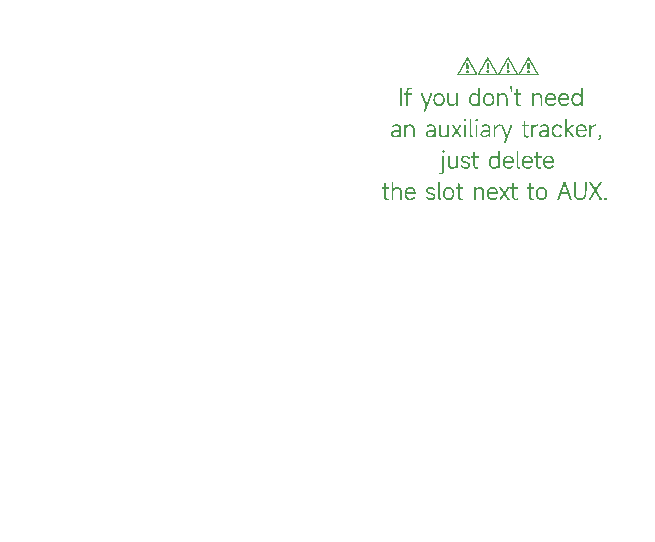
<source format=gtl>
G04 Layer: TopLayer*
G04 EasyEDA Pro v1.7.27, 2022-08-27 15:43:30*
G04 Gerber Generator version 0.3*
G04 Scale: 100 percent, Rotated: No, Reflected: No*
G04 Dimensions in millimeters*
G04 Leading zeros omitted, absolute positions, 3 integers and 3 decimals*
%FSLAX33Y33*%
%MOMM*%
%ADD10C,0.00508*%
G75*


G04 Text Start*
G04 //text:          ⚠⚠⚠⚠*
G04   If you don't need *
G04  an auxiliary tracker, *
G04        just delete *
G04 the slot next to AUX.*
G36*
G01X48114Y61167D02*
G01X48106Y61166D01*
G01X48098Y61165D01*
G01X48092Y61162D01*
G01X48087Y61159D01*
G01X48085Y61158D01*
G01X48083Y61156D01*
G01X48075Y61145D01*
G01X48069Y61138D01*
G01X48066Y61135D01*
G01X48060Y61124D01*
G01X48051Y61104D01*
G01X48048Y61099D01*
G01X48042Y61092D01*
G01X48035Y61081D01*
G01X48029Y61067D01*
G01X48026Y61060D01*
G01X48022Y61053D01*
G01X48013Y61041D01*
G01X48009Y61035D01*
G01X48005Y61028D01*
G01X47999Y61013D01*
G01X47995Y61006D01*
G01X47991Y60999D01*
G01X47983Y60986D01*
G01X47979Y60980D01*
G01X47975Y60973D01*
G01X47966Y60953D01*
G01X47963Y60948D01*
G01X47957Y60941D01*
G01X47951Y60932D01*
G01X47939Y60910D01*
G01X47932Y60899D01*
G01X47921Y60878D01*
G01X47911Y60860D01*
G01X47899Y60841D01*
G01X47884Y60813D01*
G01X47866Y60781D01*
G01X47857Y60763D01*
G01X47844Y60744D01*
G01X47832Y60721D01*
G01X47823Y60706D01*
G01X47821Y60700D01*
G01X47811Y60680D01*
G01X47807Y60671D01*
G01X47804Y60667D01*
G01X47799Y60662D01*
G01X47793Y60651D01*
G01X47787Y60637D01*
G01X47783Y60630D01*
G01X47779Y60623D01*
G01X47770Y60611D01*
G01X47767Y60604D01*
G01X47763Y60597D01*
G01X47757Y60583D01*
G01X47753Y60575D01*
G01X47749Y60569D01*
G01X47738Y60554D01*
G01X47733Y60544D01*
G01X47714Y60511D01*
G01X47702Y60490D01*
G01X47691Y60467D01*
G01X47684Y60457D01*
G01X47666Y60426D01*
G01X47654Y60405D01*
G01X47645Y60387D01*
G01X47636Y60373D01*
G01X47633Y60367D01*
G01X47623Y60346D01*
G01X47619Y60338D01*
G01X47616Y60334D01*
G01X47611Y60329D01*
G01X47605Y60318D01*
G01X47596Y60298D01*
G01X47593Y60294D01*
G01X47587Y60286D01*
G01X47581Y60276D01*
G01X47575Y60261D01*
G01X47571Y60254D01*
G01X47567Y60247D01*
G01X47558Y60235D01*
G01X47554Y60228D01*
G01X47551Y60221D01*
G01X47544Y60207D01*
G01X47541Y60200D01*
G01X47537Y60193D01*
G01X47528Y60181D01*
G01X47524Y60174D01*
G01X47520Y60167D01*
G01X47514Y60152D01*
G01X47511Y60145D01*
G01X47507Y60139D01*
G01X47498Y60126D01*
G01X47494Y60119D01*
G01X47490Y60112D01*
G01X47481Y60092D01*
G01X47478Y60087D01*
G01X47475Y60084D01*
G01X47472Y60080D01*
G01X47466Y60069D01*
G01X47459Y60055D01*
G01X47456Y60048D01*
G01X47452Y60042D01*
G01X47441Y60026D01*
G01X47436Y60017D01*
G01X47424Y59995D01*
G01X47417Y59984D01*
G01X47399Y59954D01*
G01X47393Y59942D01*
G01X47387Y59931D01*
G01X47381Y59916D01*
G01X47377Y59908D01*
G01X47374Y59903D01*
G01X47369Y59899D01*
G01X47366Y59895D01*
G01X47364Y59891D01*
G01X47359Y59877D01*
G01X47338Y59844D01*
G01X47327Y59823D01*
G01X47317Y59806D01*
G01X47308Y59791D01*
G01X47305Y59785D01*
G01X47298Y59768D01*
G01X47435D01*
G01Y59772D01*
G01X47436Y59777D01*
G01X47439Y59783D01*
G01X47443Y59794D01*
G01X47449Y59806D01*
G01X47466Y59832D01*
G01X47472Y59843D01*
G01X47478Y59855D01*
G01X47484Y59869D01*
G01X47488Y59878D01*
G01X47491Y59882D01*
G01X47496Y59887D01*
G01X47499Y59891D01*
G01X47501Y59895D01*
G01X47504Y59903D01*
G01X47510Y59914D01*
G01X47519Y59926D01*
G01X47522Y59933D01*
G01X47526Y59940D01*
G01X47533Y59955D01*
G01X47536Y59962D01*
G01X47540Y59968D01*
G01X47549Y59981D01*
G01X47553Y59988D01*
G01X47556Y59994D01*
G01X47566Y60015D01*
G01X47569Y60020D01*
G01X47575Y60026D01*
G01X47581Y60035D01*
G01X47592Y60058D01*
G01X47599Y60068D01*
G01X47611Y60090D01*
G01X47623Y60112D01*
G01X47630Y60123D01*
G01X47648Y60153D01*
G01X47654Y60165D01*
G01X47660Y60176D01*
G01X47666Y60191D01*
G01X47670Y60199D01*
G01X47673Y60203D01*
G01X47678Y60209D01*
G01X47684Y60219D01*
G01X47690Y60234D01*
G01X47694Y60241D01*
G01X47698Y60247D01*
G01X47706Y60259D01*
G01X47710Y60266D01*
G01X47714Y60273D01*
G01X47724Y60294D01*
G01X47727Y60298D01*
G01X47730Y60302D01*
G01X47733Y60306D01*
G01X47738Y60316D01*
G01X47745Y60331D01*
G01X47748Y60338D01*
G01X47753Y60344D01*
G01X47761Y60356D01*
G01X47765Y60363D01*
G01X47769Y60370D01*
G01X47775Y60385D01*
G01X47779Y60392D01*
G01X47782Y60399D01*
G01X47791Y60411D01*
G01X47795Y60418D01*
G01X47799Y60425D01*
G01X47805Y60440D01*
G01X47809Y60446D01*
G01X47813Y60453D01*
G01X47824Y60469D01*
G01X47829Y60477D01*
G01X47841Y60500D01*
G01X47848Y60511D01*
G01X47866Y60541D01*
G01X47872Y60553D01*
G01X47877Y60564D01*
G01X47884Y60578D01*
G01X47889Y60587D01*
G01X47892Y60591D01*
G01X47896Y60596D01*
G01X47902Y60607D01*
G01X47911Y60627D01*
G01X47914Y60632D01*
G01X47920Y60639D01*
G01X47926Y60650D01*
G01X47933Y60664D01*
G01X47936Y60671D01*
G01X47940Y60678D01*
G01X47949Y60690D01*
G01X47953Y60696D01*
G01X47957Y60703D01*
G01X47966Y60724D01*
G01X47969Y60728D01*
G01X47972Y60732D01*
G01X47975Y60736D01*
G01X47981Y60747D01*
G01X47987Y60761D01*
G01X47991Y60768D01*
G01X47995Y60775D01*
G01X48005Y60790D01*
G01X48011Y60799D01*
G01X48020Y60816D01*
G01X48029Y60831D01*
G01X48032Y60837D01*
G01X48042Y60857D01*
G01X48046Y60866D01*
G01X48049Y60870D01*
G01X48054Y60875D01*
G01X48060Y60886D01*
G01X48069Y60906D01*
G01X48072Y60910D01*
G01X48075Y60914D01*
G01X48078Y60918D01*
G01X48084Y60928D01*
G01X48090Y60943D01*
G01X48094Y60950D01*
G01X48098Y60956D01*
G01X48107Y60968D01*
G01X48112Y60974D01*
G01X48116Y60977D01*
G01X48117Y60978D01*
G01X48123D01*
G01X48126Y60972D01*
G01X48131Y60962D01*
G01X48145Y60941D01*
G01X48150Y60932D01*
G01X48162Y60910D01*
G01X48175Y60887D01*
G01X48181Y60876D01*
G01X48187Y60861D01*
G01X48191Y60853D01*
G01X48194Y60849D01*
G01X48199Y60844D01*
G01X48205Y60835D01*
G01X48214Y60818D01*
G01X48223Y60803D01*
G01X48226Y60797D01*
G01X48236Y60777D01*
G01X48240Y60768D01*
G01X48243Y60764D01*
G01X48248Y60759D01*
G01X48254Y60748D01*
G01X48263Y60728D01*
G01X48266Y60724D01*
G01X48272Y60717D01*
G01X48278Y60706D01*
G01X48284Y60691D01*
G01X48291Y60678D01*
G01X48301Y60665D01*
G01X48304Y60659D01*
G01X48308Y60652D01*
G01X48314Y60637D01*
G01X48318Y60630D01*
G01X48322Y60623D01*
G01X48331Y60611D01*
G01X48335Y60604D01*
G01X48338Y60597D01*
G01X48345Y60583D01*
G01X48348Y60575D01*
G01X48352Y60569D01*
G01X48361Y60556D01*
G01X48365Y60550D01*
G01X48369Y60542D01*
G01X48378Y60522D01*
G01X48381Y60518D01*
G01X48387Y60510D01*
G01X48393Y60501D01*
G01X48405Y60479D01*
G01X48411Y60469D01*
G01X48423Y60447D01*
G01X48432Y60430D01*
G01X48444Y60410D01*
G01X48457Y60387D01*
G01X48466Y60373D01*
G01X48469Y60367D01*
G01X48478Y60346D01*
G01X48483Y60338D01*
G01X48486Y60334D01*
G01X48490Y60329D01*
G01X48496Y60318D01*
G01X48505Y60298D01*
G01X48508Y60294D01*
G01X48515Y60286D01*
G01X48520Y60276D01*
G01X48527Y60261D01*
G01X48530Y60254D01*
G01X48534Y60247D01*
G01X48543Y60235D01*
G01X48547Y60228D01*
G01X48551Y60221D01*
G01X48557Y60207D01*
G01X48561Y60200D01*
G01X48564Y60193D01*
G01X48575Y60178D01*
G01X48581Y60169D01*
G01X48590Y60151D01*
G01X48599Y60137D01*
G01X48602Y60130D01*
G01X48612Y60110D01*
G01X48615Y60102D01*
G01X48619Y60096D01*
G01X48630Y60081D01*
G01X48635Y60072D01*
G01X48647Y60049D01*
G01X48654Y60038D01*
G01X48665Y60017D01*
G01X48675Y59999D01*
G01X48687Y59980D01*
G01X48699Y59957D01*
G01X48708Y59942D01*
G01X48711Y59937D01*
G01X48720Y59916D01*
G01X48725Y59908D01*
G01X48728Y59903D01*
G01X48732Y59898D01*
G01X48739Y59888D01*
G01X48745Y59873D01*
G01X48748Y59866D01*
G01X48752Y59860D01*
G01X48763Y59844D01*
G01X48769Y59835D01*
G01X48787Y59802D01*
G01X48799Y59781D01*
G01X48808Y59763D01*
G01X48123D01*
G01X47440Y59765D01*
G01X47436D01*
G01Y59766D01*
G01X47435Y59768D01*
G01X47298D01*
G01X47296Y59765D01*
G01X47292Y59756D01*
G01X47289Y59752D01*
G01X47284Y59747D01*
G01X47278Y59736D01*
G01X47273Y59726D01*
G01X47270Y59713D01*
G01X47269Y59705D01*
G01Y59696D01*
G01X47270Y59684D01*
G01X47271Y59678D01*
G01X47272Y59675D01*
G01X47273Y59673D01*
G01X47278Y59668D01*
G01X47287Y59656D01*
G01X47290Y59652D01*
G01X47295Y59648D01*
G01X47299Y59644D01*
G01X47305Y59641D01*
G01X47310D01*
G01X47425Y59638D01*
G01X48117Y59635D01*
G01X48912Y59640D01*
G01X48924Y59641D01*
G01X48926D01*
G01X48945Y59653D01*
G01X48949Y59657D01*
G01X48954Y59662D01*
G01X48965Y59678D01*
G01X48968Y59686D01*
G01X48971Y59694D01*
G01X48972Y59701D01*
G01Y59709D01*
G01X48971Y59715D01*
G01X48970Y59721D01*
G01X48967Y59727D01*
G01X48960Y59739D01*
G01X48948Y59762D01*
G01X48939Y59776D01*
G01X48936Y59782D01*
G01X48926Y59803D01*
G01X48922Y59811D01*
G01X48919Y59815D01*
G01X48914Y59821D01*
G01X48908Y59831D01*
G01X48899Y59851D01*
G01X48896Y59856D01*
G01X48893Y59860D01*
G01X48890Y59863D01*
G01X48884Y59874D01*
G01X48878Y59888D01*
G01X48874Y59895D01*
G01X48870Y59902D01*
G01X48861Y59914D01*
G01X48857Y59921D01*
G01X48854Y59928D01*
G01X48847Y59942D01*
G01X48844Y59950D01*
G01X48840Y59956D01*
G01X48829Y59971D01*
G01X48823Y59981D01*
G01X48814Y59998D01*
G01X48802Y60018D01*
G01X48787Y60046D01*
G01X48781Y60056D01*
G01X48769Y60078D01*
G01X48751Y60111D01*
G01X48739Y60132D01*
G01X48729Y60150D01*
G01X48717Y60170D01*
G01X48705Y60192D01*
G01X48696Y60207D01*
G01X48693Y60213D01*
G01X48684Y60233D01*
G01X48680Y60242D01*
G01X48677Y60246D01*
G01X48672Y60251D01*
G01X48666Y60262D01*
G01X48657Y60281D01*
G01X48654Y60286D01*
G01X48648Y60293D01*
G01X48642Y60302D01*
G01X48630Y60324D01*
G01X48623Y60335D01*
G01X48612Y60356D01*
G01X48599Y60379D01*
G01X48581Y60411D01*
G01X48572Y60429D01*
G01X48560Y60448D01*
G01X48548Y60471D01*
G01X48538Y60486D01*
G01X48535Y60491D01*
G01X48526Y60512D01*
G01X48522Y60520D01*
G01X48519Y60525D01*
G01X48515Y60530D01*
G01X48508Y60540D01*
G01X48502Y60555D01*
G01X48498Y60562D01*
G01X48494Y60568D01*
G01X48486Y60581D01*
G01X48481Y60588D01*
G01X48478Y60595D01*
G01X48469Y60615D01*
G01X48466Y60620D01*
G01X48460Y60627D01*
G01X48454Y60635D01*
G01X48442Y60658D01*
G01X48429Y60680D01*
G01X48424Y60691D01*
G01X48417Y60706D01*
G01X48413Y60714D01*
G01X48410Y60718D01*
G01X48405Y60723D01*
G01X48399Y60732D01*
G01X48388Y60755D01*
G01X48381Y60765D01*
G01X48369Y60787D01*
G01X48360Y60804D01*
G01X48347Y60824D01*
G01X48336Y60847D01*
G01X48327Y60861D01*
G01X48324Y60867D01*
G01X48314Y60888D01*
G01X48310Y60896D01*
G01X48307Y60900D01*
G01X48302Y60905D01*
G01X48296Y60914D01*
G01X48284Y60937D01*
G01X48278Y60947D01*
G01X48266Y60968D01*
G01X48257Y60986D01*
G01X48245Y61006D01*
G01X48230Y61033D01*
G01X48223Y61044D01*
G01X48211Y61065D01*
G01X48202Y61083D01*
G01X48193Y61098D01*
G01X48190Y61103D01*
G01X48181Y61124D01*
G01X48176Y61132D01*
G01X48173Y61137D01*
G01X48160Y61151D01*
G01X48156Y61154D01*
G01X48151Y61157D01*
G01X48144Y61160D01*
G01X48131Y61164D01*
G01X48122Y61166D01*
G37*
G36*
G01X44661Y61167D02*
G01X44656Y61166D01*
G01X44649Y61164D01*
G01X44640Y61159D01*
G01X44631Y61153D01*
G01X44628Y61149D01*
G01X44625Y61145D01*
G01X44622Y61137D01*
G01X44617Y61128D01*
G01X44599Y61099D01*
G01X44587Y61078D01*
G01X44575Y61055D01*
G01X44569Y61044D01*
G01X44557Y61024D01*
G01X44545Y61001D01*
G01X44538Y60990D01*
G01X44527Y60969D01*
G01X44517Y60951D01*
G01X44508Y60936D01*
G01X44505Y60931D01*
G01X44496Y60910D01*
G01X44492Y60902D01*
G01X44489Y60898D01*
G01X44484Y60892D01*
G01X44478Y60882D01*
G01X44469Y60862D01*
G01X44466Y60857D01*
G01X44460Y60850D01*
G01X44454Y60839D01*
G01X44447Y60825D01*
G01X44444Y60818D01*
G01X44440Y60811D01*
G01X44431Y60798D01*
G01X44427Y60792D01*
G01X44424Y60785D01*
G01X44414Y60765D01*
G01X44411Y60760D01*
G01X44405Y60753D01*
G01X44399Y60744D01*
G01X44388Y60722D01*
G01X44381Y60711D01*
G01X44369Y60690D01*
G01X44357Y60667D01*
G01X44350Y60656D01*
G01X44333Y60626D01*
G01X44326Y60615D01*
G01X44320Y60603D01*
G01X44314Y60589D01*
G01X44310Y60581D01*
G01X44307Y60576D01*
G01X44302Y60571D01*
G01X44300Y60568D01*
G01X44298Y60564D01*
G01X44293Y60551D01*
G01X44272Y60517D01*
G01X44260Y60496D01*
G01X44251Y60478D01*
G01X44242Y60464D01*
G01X44239Y60458D01*
G01X44230Y60437D01*
G01X44225Y60429D01*
G01X44222Y60425D01*
G01X44217Y60419D01*
G01X44211Y60409D01*
G01X44205Y60395D01*
G01X44202Y60387D01*
G01X44198Y60381D01*
G01X44189Y60368D01*
G01X44185Y60362D01*
G01X44181Y60355D01*
G01X44175Y60340D01*
G01X44171Y60333D01*
G01X44167Y60327D01*
G01X44158Y60314D01*
G01X44154Y60307D01*
G01X44151Y60300D01*
G01X44142Y60280D01*
G01X44139Y60275D01*
G01X44133Y60268D01*
G01X44126Y60259D01*
G01X44115Y60237D01*
G01X44108Y60226D01*
G01X44096Y60205D01*
G01X44087Y60187D01*
G01X44075Y60168D01*
G01X44054Y60129D01*
G01X44042Y60108D01*
G01X44032Y60090D01*
G01X44020Y60071D01*
G01X44008Y60048D01*
G01X43999Y60033D01*
G01X43996Y60028D01*
G01X43987Y60007D01*
G01X43983Y59999D01*
G01X43980Y59994D01*
G01X43975Y59989D01*
G01X43969Y59979D01*
G01X43960Y59959D01*
G01X43957Y59954D01*
G01X43954Y59951D01*
G01X43951Y59947D01*
G01X43945Y59936D01*
G01X43937Y59919D01*
G01X43931Y59907D01*
G01X43914Y59881D01*
G01X43902Y59860D01*
G01X43893Y59842D01*
G01X43881Y59823D01*
G01X43866Y59795D01*
G01X43860Y59783D01*
G01X43853Y59771D01*
G01X43986D01*
G01X43990Y59780D01*
G01X43996Y59792D01*
G01X44008Y59812D01*
G01X44020Y59834D01*
G01X44032Y59854D01*
G01X44047Y59882D01*
G01X44054Y59893D01*
G01X44072Y59923D01*
G01X44084Y59944D01*
G01X44093Y59962D01*
G01X44102Y59977D01*
G01X44105Y59982D01*
G01X44114Y60003D01*
G01X44119Y60011D01*
G01X44122Y60016D01*
G01X44126Y60021D01*
G01X44133Y60031D01*
G01X44139Y60046D01*
G01X44142Y60053D01*
G01X44146Y60059D01*
G01X44155Y60072D01*
G01X44159Y60079D01*
G01X44162Y60085D01*
G01X44169Y60100D01*
G01X44173Y60107D01*
G01X44177Y60114D01*
G01X44185Y60126D01*
G01X44189Y60133D01*
G01X44193Y60140D01*
G01X44202Y60160D01*
G01X44205Y60165D01*
G01X44211Y60172D01*
G01X44217Y60183D01*
G01X44223Y60197D01*
G01X44227Y60204D01*
G01X44231Y60211D01*
G01X44240Y60223D01*
G01X44244Y60230D01*
G01X44247Y60237D01*
G01X44256Y60257D01*
G01X44260Y60262D01*
G01X44266Y60269D01*
G01X44272Y60278D01*
G01X44284Y60300D01*
G01X44302Y60332D01*
G01X44311Y60349D01*
G01X44324Y60369D01*
G01X44336Y60392D01*
G01X44344Y60407D01*
G01X44347Y60412D01*
G01X44357Y60433D01*
G01X44361Y60441D01*
G01X44364Y60446D01*
G01X44369Y60451D01*
G01X44375Y60462D01*
G01X44384Y60481D01*
G01X44387Y60486D01*
G01X44393Y60493D01*
G01X44399Y60504D01*
G01X44405Y60519D01*
G01X44409Y60525D01*
G01X44413Y60532D01*
G01X44424Y60548D01*
G01X44429Y60557D01*
G01X44441Y60579D01*
G01X44454Y60601D01*
G01X44460Y60613D01*
G01X44466Y60627D01*
G01X44470Y60635D01*
G01X44473Y60639D01*
G01X44478Y60645D01*
G01X44484Y60656D01*
G01X44493Y60676D01*
G01X44496Y60680D01*
G01X44502Y60687D01*
G01X44508Y60698D01*
G01X44517Y60718D01*
G01X44520Y60723D01*
G01X44526Y60729D01*
G01X44529Y60733D01*
G01X44531Y60737D01*
G01X44536Y60750D01*
G01X44557Y60784D01*
G01X44569Y60805D01*
G01X44578Y60822D01*
G01X44587Y60837D01*
G01X44590Y60843D01*
G01X44599Y60863D01*
G01X44604Y60872D01*
G01X44606Y60876D01*
G01X44611Y60881D01*
G01X44617Y60892D01*
G01X44626Y60912D01*
G01X44629Y60916D01*
G01X44635Y60923D01*
G01X44642Y60933D01*
G01X44650Y60947D01*
G01X44655Y60956D01*
G01X44662Y60965D01*
G01X44666Y60970D01*
G01X44669Y60971D01*
G01X44671Y60972D01*
G01X44674D01*
G01X44676D01*
G01X44678D01*
G01X44682Y60970D01*
G01X44686Y60967D01*
G01X44688Y60964D01*
G01X44692Y60955D01*
G01X44696Y60946D01*
G01X44705Y60932D01*
G01X44717Y60909D01*
G01X44726Y60894D01*
G01X44729Y60888D01*
G01X44739Y60868D01*
G01X44743Y60859D01*
G01X44746Y60855D01*
G01X44751Y60850D01*
G01X44757Y60839D01*
G01X44763Y60825D01*
G01X44766Y60818D01*
G01X44771Y60811D01*
G01X44779Y60798D01*
G01X44783Y60792D01*
G01X44787Y60785D01*
G01X44796Y60765D01*
G01X44799Y60760D01*
G01X44805Y60753D01*
G01X44811Y60744D01*
G01X44823Y60722D01*
G01X44829Y60711D01*
G01X44841Y60690D01*
G01X44851Y60672D01*
G01X44863Y60653D01*
G01X44875Y60630D01*
G01X44884Y60615D01*
G01X44887Y60609D01*
G01X44896Y60589D01*
G01X44901Y60581D01*
G01X44904Y60576D01*
G01X44908Y60571D01*
G01X44914Y60560D01*
G01X44920Y60546D01*
G01X44924Y60539D01*
G01X44928Y60532D01*
G01X44937Y60520D01*
G01X44941Y60513D01*
G01X44944Y60506D01*
G01X44953Y60486D01*
G01X44956Y60481D01*
G01X44960Y60477D01*
G01X44963Y60474D01*
G01X44969Y60464D01*
G01X44975Y60449D01*
G01X44979Y60442D01*
G01X44983Y60435D01*
G01X44994Y60420D01*
G01X44999Y60411D01*
G01X45008Y60394D01*
G01X45017Y60379D01*
G01X45020Y60373D01*
G01X45030Y60352D01*
G01X45034Y60344D01*
G01X45037Y60340D01*
G01X45041Y60335D01*
G01X45047Y60324D01*
G01X45057Y60304D01*
G01X45060Y60300D01*
G01X45066Y60292D01*
G01X45068Y60289D01*
G01X45070Y60285D01*
G01X45076Y60272D01*
G01X45087Y60253D01*
G01X45102Y60225D01*
G01X45108Y60214D01*
G01X45126Y60184D01*
G01X45138Y60162D01*
G01X45147Y60145D01*
G01X45157Y60130D01*
G01X45160Y60125D01*
G01X45169Y60104D01*
G01X45173Y60095D01*
G01X45176Y60091D01*
G01X45181Y60086D01*
G01X45187Y60077D01*
G01X45199Y60055D01*
G01X45205Y60044D01*
G01X45223Y60014D01*
G01X45230Y60002D01*
G01X45235Y59991D01*
G01X45241Y59977D01*
G01X45246Y59968D01*
G01X45249Y59964D01*
G01X45254Y59959D01*
G01X45256Y59956D01*
G01X45258Y59952D01*
G01X45262Y59942D01*
G01X45268Y59932D01*
G01X45276Y59920D01*
G01X45280Y59913D01*
G01X45284Y59906D01*
G01X45290Y59892D01*
G01X45294Y59885D01*
G01X45298Y59878D01*
G01X45306Y59865D01*
G01X45311Y59859D01*
G01X45314Y59852D01*
G01X45321Y59837D01*
G01X45324Y59830D01*
G01X45328Y59823D01*
G01X45337Y59811D01*
G01X45341Y59804D01*
G01X45345Y59797D01*
G01X45355Y59772D01*
G01X45357Y59769D01*
G01X45354Y59768D01*
G01X45333Y59767D01*
G01X44675Y59763D01*
G01X43992Y59765D01*
G01X43988D01*
G01X43987Y59766D01*
G01X43986Y59771D01*
G01X43853D01*
G01X43848Y59763D01*
G01X43832Y59732D01*
G01X43827Y59719D01*
G01X43823Y59705D01*
G01Y59697D01*
G01Y59690D01*
G01X43826Y59682D01*
G01X43829Y59675D01*
G01X43834Y59667D01*
G01X43841Y59660D01*
G01X43844Y59657D01*
G01X43852Y59650D01*
G01X43857Y59647D01*
G01X43862Y59646D01*
G01X43891Y59643D01*
G01X44675Y59635D01*
G01X45470Y59640D01*
G01X45482Y59641D01*
G01X45483D01*
G01X45484D01*
G01X45502Y59653D01*
G01X45507Y59657D01*
G01X45511Y59662D01*
G01X45514Y59668D01*
G01X45517Y59675D01*
G01X45526Y59699D01*
G01X45527Y59704D01*
G01Y59709D01*
G01X45526Y59716D01*
G01X45523Y59723D01*
G01X45519Y59734D01*
G01X45513Y59745D01*
G01X45505Y59757D01*
G01X45493Y59780D01*
G01X45484Y59795D01*
G01X45481Y59800D01*
G01X45472Y59821D01*
G01X45468Y59829D01*
G01X45464Y59834D01*
G01X45460Y59839D01*
G01X45454Y59847D01*
G01X45442Y59870D01*
G01X45436Y59881D01*
G01X45417Y59911D01*
G01X45406Y59932D01*
G01X45396Y59950D01*
G01X45387Y59964D01*
G01X45384Y59970D01*
G01X45375Y59991D01*
G01X45370Y59999D01*
G01X45367Y60003D01*
G01X45363Y60009D01*
G01X45357Y60019D01*
G01X45351Y60033D01*
G01X45347Y60041D01*
G01X45343Y60047D01*
G01X45334Y60060D01*
G01X45327Y60073D01*
G01X45320Y60088D01*
G01X45317Y60095D01*
G01X45313Y60101D01*
G01X45304Y60114D01*
G01X45300Y60121D01*
G01X45296Y60128D01*
G01X45287Y60148D01*
G01X45284Y60153D01*
G01X45278Y60160D01*
G01X45272Y60169D01*
G01X45260Y60191D01*
G01X45247Y60213D01*
G01X45242Y60224D01*
G01X45235Y60239D01*
G01X45231Y60248D01*
G01X45228Y60252D01*
G01X45223Y60257D01*
G01X45217Y60266D01*
G01X45205Y60288D01*
G01X45199Y60299D01*
G01X45187Y60320D01*
G01X45178Y60338D01*
G01X45166Y60357D01*
G01X45154Y60380D01*
G01X45144Y60395D01*
G01X45141Y60400D01*
G01X45132Y60421D01*
G01X45128Y60429D01*
G01X45125Y60434D01*
G01X45121Y60439D01*
G01X45114Y60449D01*
G01X45108Y60464D01*
G01X45104Y60471D01*
G01X45100Y60477D01*
G01X45090Y60493D01*
G01X45084Y60502D01*
G01X45072Y60524D01*
G01X45066Y60535D01*
G01X45047Y60565D01*
G01X45036Y60587D01*
G01X45027Y60604D01*
G01X45017Y60619D01*
G01X45014Y60625D01*
G01X45005Y60645D01*
G01X45001Y60654D01*
G01X44998Y60658D01*
G01X44993Y60663D01*
G01X44987Y60673D01*
G01X44981Y60688D01*
G01X44977Y60695D01*
G01X44973Y60702D01*
G01X44965Y60714D01*
G01X44961Y60721D01*
G01X44957Y60728D01*
G01X44950Y60743D01*
G01X44947Y60750D01*
G01X44943Y60756D01*
G01X44934Y60769D01*
G01X44930Y60776D01*
G01X44927Y60782D01*
G01X44917Y60803D01*
G01X44914Y60808D01*
G01X44908Y60814D01*
G01X44902Y60823D01*
G01X44890Y60846D01*
G01X44884Y60856D01*
G01X44872Y60878D01*
G01X44863Y60895D01*
G01X44851Y60915D01*
G01X44839Y60938D01*
G01X44829Y60952D01*
G01X44826Y60958D01*
G01X44817Y60979D01*
G01X44813Y60987D01*
G01X44810Y60991D01*
G01X44805Y60997D01*
G01X44799Y61007D01*
G01X44793Y61021D01*
G01X44789Y61029D01*
G01X44785Y61035D01*
G01X44777Y61047D01*
G01X44773Y61054D01*
G01X44769Y61061D01*
G01X44760Y61081D01*
G01X44757Y61086D01*
G01X44751Y61093D01*
G01X44745Y61102D01*
G01X44733Y61124D01*
G01X44722Y61142D01*
G01X44717Y61148D01*
G01X44711Y61153D01*
G01X44705Y61157D01*
G01X44692Y61162D01*
G01X44678Y61166D01*
G01X44667Y61167D01*
G37*
G36*
G01X46393Y61167D02*
G01X46385Y61166D01*
G01X46374Y61164D01*
G01X46368Y61162D01*
G01X46363Y61159D01*
G01X46362Y61158D01*
G01X46360Y61157D01*
G01X46353Y61149D01*
G01X46344Y61138D01*
G01X46340Y61132D01*
G01X46336Y61126D01*
G01X46333Y61118D01*
G01X46326Y61104D01*
G01X46322Y61097D01*
G01X46318Y61090D01*
G01X46310Y61077D01*
G01X46306Y61071D01*
G01X46302Y61064D01*
G01X46296Y61049D01*
G01X46293Y61042D01*
G01X46288Y61035D01*
G01X46280Y61023D01*
G01X46276Y61016D01*
G01X46272Y61009D01*
G01X46266Y60995D01*
G01X46262Y60987D01*
G01X46258Y60981D01*
G01X46249Y60968D01*
G01X46245Y60962D01*
G01X46242Y60955D01*
G01X46233Y60935D01*
G01X46230Y60930D01*
G01X46223Y60922D01*
G01X46217Y60912D01*
G01X46211Y60898D01*
G01X46208Y60890D01*
G01X46204Y60884D01*
G01X46195Y60872D01*
G01X46191Y60865D01*
G01X46187Y60858D01*
G01X46181Y60843D01*
G01X46177Y60836D01*
G01X46173Y60829D01*
G01X46162Y60814D01*
G01X46157Y60805D01*
G01X46139Y60772D01*
G01X46126Y60751D01*
G01X46115Y60728D01*
G01X46108Y60717D01*
G01X46090Y60687D01*
G01X46078Y60666D01*
G01X46069Y60648D01*
G01X46060Y60633D01*
G01X46057Y60628D01*
G01X46048Y60607D01*
G01X46043Y60599D01*
G01X46040Y60594D01*
G01X46035Y60589D01*
G01X46029Y60578D01*
G01X46023Y60564D01*
G01X46020Y60557D01*
G01X46016Y60551D01*
G01X46007Y60538D01*
G01X46003Y60531D01*
G01X45999Y60525D01*
G01X45993Y60509D01*
G01X45989Y60503D01*
G01X45985Y60496D01*
G01X45977Y60483D01*
G01X45972Y60477D01*
G01X45969Y60470D01*
G01X45960Y60449D01*
G01X45957Y60445D01*
G01X45951Y60438D01*
G01X45945Y60427D01*
G01X45938Y60413D01*
G01X45935Y60406D01*
G01X45931Y60399D01*
G01X45920Y60384D01*
G01X45915Y60375D01*
G01X45905Y60357D01*
G01X45893Y60338D01*
G01X45878Y60310D01*
G01X45872Y60299D01*
G01X45860Y60278D01*
G01X45851Y60260D01*
G01X45838Y60241D01*
G01X45826Y60218D01*
G01X45818Y60203D01*
G01X45814Y60197D01*
G01X45805Y60177D01*
G01X45801Y60169D01*
G01X45798Y60164D01*
G01X45793Y60159D01*
G01X45787Y60148D01*
G01X45778Y60128D01*
G01X45775Y60124D01*
G01X45769Y60117D01*
G01X45763Y60106D01*
G01X45755Y60088D01*
G01X45749Y60077D01*
G01X45733Y60050D01*
G01X45714Y60020D01*
G01X45708Y60009D01*
G01X45702Y59997D01*
G01X45696Y59983D01*
G01X45692Y59975D01*
G01X45689Y59969D01*
G01X45678Y59954D01*
G01X45672Y59945D01*
G01X45663Y59927D01*
G01X45650Y59907D01*
G01X45639Y59885D01*
G01X45630Y59870D01*
G01X45627Y59864D01*
G01X45617Y59843D01*
G01X45613Y59835D01*
G01X45610Y59831D01*
G01X45605Y59826D01*
G01X45603Y59823D01*
G01X45601Y59819D01*
G01X45597Y59809D01*
G01X45591Y59799D01*
G01X45583Y59787D01*
G01X45579Y59780D01*
G01X45575Y59773D01*
G01X45574Y59771D01*
G01X45713D01*
G01X45714Y59780D01*
G01X45716Y59787D01*
G01X45721Y59796D01*
G01X45731Y59811D01*
G01X45735Y59818D01*
G01X45738Y59825D01*
G01X45745Y59839D01*
G01X45748Y59846D01*
G01X45753Y59853D01*
G01X45761Y59866D01*
G01X45765Y59872D01*
G01X45769Y59879D01*
G01X45778Y59900D01*
G01X45781Y59904D01*
G01X45787Y59911D01*
G01X45793Y59921D01*
G01X45805Y59942D01*
G01X45811Y59954D01*
G01X45823Y59974D01*
G01X45841Y60008D01*
G01X45854Y60029D01*
G01X45865Y60052D01*
G01X45872Y60062D01*
G01X45890Y60093D01*
G01X45902Y60114D01*
G01X45911Y60131D01*
G01X45920Y60146D01*
G01X45923Y60152D01*
G01X45932Y60173D01*
G01X45937Y60181D01*
G01X45940Y60185D01*
G01X45945Y60190D01*
G01X45951Y60201D01*
G01X45957Y60215D01*
G01X45960Y60222D01*
G01X45964Y60229D01*
G01X45973Y60242D01*
G01X45977Y60248D01*
G01X45981Y60255D01*
G01X45987Y60270D01*
G01X45991Y60277D01*
G01X45995Y60283D01*
G01X46003Y60296D01*
G01X46008Y60303D01*
G01X46011Y60310D01*
G01X46020Y60330D01*
G01X46023Y60335D01*
G01X46029Y60342D01*
G01X46035Y60351D01*
G01X46045Y60368D01*
G01X46054Y60382D01*
G01X46057Y60389D01*
G01X46066Y60409D01*
G01X46071Y60417D01*
G01X46074Y60422D01*
G01X46078Y60427D01*
G01X46084Y60437D01*
G01X46093Y60457D01*
G01X46096Y60462D01*
G01X46102Y60469D01*
G01X46108Y60480D01*
G01X46115Y60494D01*
G01X46118Y60501D01*
G01X46122Y60508D01*
G01X46131Y60520D01*
G01X46135Y60527D01*
G01X46138Y60534D01*
G01X46148Y60554D01*
G01X46151Y60559D01*
G01X46154Y60563D01*
G01X46157Y60566D01*
G01X46163Y60576D01*
G01X46169Y60591D01*
G01X46173Y60598D01*
G01X46177Y60605D01*
G01X46185Y60617D01*
G01X46189Y60624D01*
G01X46193Y60631D01*
G01X46202Y60651D01*
G01X46205Y60656D01*
G01X46211Y60663D01*
G01X46217Y60673D01*
G01X46223Y60688D01*
G01X46227Y60695D01*
G01X46231Y60702D01*
G01X46242Y60717D01*
G01X46247Y60726D01*
G01X46259Y60749D01*
G01X46278Y60781D01*
G01X46289Y60803D01*
G01X46296Y60814D01*
G01X46308Y60835D01*
G01X46317Y60853D01*
G01X46330Y60872D01*
G01X46342Y60895D01*
G01X46350Y60910D01*
G01X46353Y60915D01*
G01X46363Y60936D01*
G01X46367Y60945D01*
G01X46370Y60949D01*
G01X46379Y60958D01*
G01X46389Y60971D01*
G01X46392Y60973D01*
G01X46394Y60974D01*
G01X46396Y60975D01*
G01X46398Y60974D01*
G01X46401Y60973D01*
G01X46405Y60969D01*
G01X46411Y60959D01*
G01X46417Y60950D01*
G01X46427Y60933D01*
G01X46438Y60913D01*
G01X46451Y60890D01*
G01X46460Y60876D01*
G01X46463Y60870D01*
G01X46472Y60849D01*
G01X46476Y60841D01*
G01X46479Y60837D01*
G01X46484Y60831D01*
G01X46490Y60821D01*
G01X46496Y60807D01*
G01X46500Y60799D01*
G01X46504Y60793D01*
G01X46512Y60781D01*
G01X46517Y60774D01*
G01X46520Y60767D01*
G01X46527Y60752D01*
G01X46530Y60745D01*
G01X46534Y60739D01*
G01X46543Y60726D01*
G01X46547Y60719D01*
G01X46551Y60712D01*
G01X46560Y60692D01*
G01X46563Y60687D01*
G01X46569Y60680D01*
G01X46575Y60671D01*
G01X46587Y60649D01*
G01X46599Y60627D01*
G01X46605Y60616D01*
G01X46611Y60601D01*
G01X46616Y60593D01*
G01X46619Y60588D01*
G01X46623Y60584D01*
G01X46629Y60574D01*
G01X46641Y60552D01*
G01X46648Y60541D01*
G01X46659Y60520D01*
G01X46669Y60503D01*
G01X46681Y60483D01*
G01X46693Y60460D01*
G01X46702Y60445D01*
G01X46705Y60440D01*
G01X46714Y60419D01*
G01X46719Y60411D01*
G01X46722Y60407D01*
G01X46726Y60401D01*
G01X46732Y60391D01*
G01X46739Y60376D01*
G01X46742Y60369D01*
G01X46746Y60363D01*
G01X46755Y60350D01*
G01X46759Y60344D01*
G01X46762Y60337D01*
G01X46772Y60316D01*
G01X46775Y60312D01*
G01X46778Y60308D01*
G01X46781Y60304D01*
G01X46787Y60294D01*
G01X46793Y60279D01*
G01X46797Y60272D01*
G01X46801Y60266D01*
G01X46812Y60250D01*
G01X46817Y60241D01*
G01X46829Y60219D01*
G01X46836Y60208D01*
G01X46847Y60187D01*
G01X46857Y60170D01*
G01X46869Y60150D01*
G01X46881Y60127D01*
G01X46890Y60112D01*
G01X46893Y60107D01*
G01X46902Y60086D01*
G01X46907Y60078D01*
G01X46910Y60073D01*
G01X46914Y60068D01*
G01X46920Y60057D01*
G01X46927Y60043D01*
G01X46930Y60036D01*
G01X46934Y60029D01*
G01X46945Y60014D01*
G01X46950Y60005D01*
G01X46963Y59983D01*
G01X46975Y59960D01*
G01X46981Y59949D01*
G01X46987Y59934D01*
G01X46992Y59926D01*
G01X46995Y59922D01*
G01X46999Y59917D01*
G01X47005Y59907D01*
G01X47017Y59886D01*
G01X47024Y59874D01*
G01X47041Y59844D01*
G01X47048Y59833D01*
G01X47054Y59822D01*
G01X47060Y59807D01*
G01X47064Y59799D01*
G01X47067Y59795D01*
G01X47072Y59790D01*
G01X47074Y59785D01*
G01X47076Y59780D01*
G01X47081Y59763D01*
G01X46399D01*
G01X45719Y59765D01*
G01X45715D01*
G01X45714Y59766D01*
G01X45713Y59771D01*
G01X45574D01*
G01X45569Y59758D01*
G01X45565Y59751D01*
G01X45561Y59744D01*
G01X45552Y59732D01*
G01X45549Y59726D01*
G01X45546Y59718D01*
G01X45545Y59711D01*
G01X45544Y59704D01*
G01Y59697D01*
G01X45545Y59690D01*
G01X45548Y59684D01*
G01X45554Y59672D01*
G01X45560Y59663D01*
G01X45564Y59658D01*
G01X45568Y59653D01*
G01X45574Y59649D01*
G01X45581Y59644D01*
G01X45586Y59643D01*
G01X45614Y59641D01*
G01X46396Y59635D01*
G01X47191Y59640D01*
G01X47203Y59641D01*
G01X47204D01*
G01X47205D01*
G01X47223Y59653D01*
G01X47228Y59657D01*
G01X47232Y59661D01*
G01X47235Y59666D01*
G01X47238Y59672D01*
G01X47244Y59683D01*
G01X47248Y59693D01*
G01X47249Y59698D01*
G01Y59703D01*
G01Y59710D01*
G01X47248Y59717D01*
G01X47246Y59724D01*
G01X47242Y59734D01*
G01X47240Y59739D01*
G01X47223Y59766D01*
G01X47205Y59796D01*
G01X47193Y59817D01*
G01X47184Y59834D01*
G01X47172Y59854D01*
G01X47160Y59877D01*
G01X47151Y59892D01*
G01X47147Y59897D01*
G01X47138Y59918D01*
G01X47134Y59926D01*
G01X47131Y59930D01*
G01X47127Y59936D01*
G01X47121Y59947D01*
G01X47114Y59961D01*
G01X47110Y59968D01*
G01X47106Y59974D01*
G01X47096Y59990D01*
G01X47090Y59999D01*
G01X47078Y60021D01*
G01X47066Y60044D01*
G01X47060Y60055D01*
G01X47054Y60069D01*
G01X47049Y60078D01*
G01X47046Y60082D01*
G01X47041Y60087D01*
G01X47036Y60096D01*
G01X47024Y60118D01*
G01X47005Y60150D01*
G01X46996Y60168D01*
G01X46984Y60187D01*
G01X46972Y60210D01*
G01X46963Y60225D01*
G01X46960Y60231D01*
G01X46951Y60251D01*
G01X46946Y60259D01*
G01X46943Y60264D01*
G01X46939Y60269D01*
G01X46933Y60280D01*
G01X46926Y60294D01*
G01X46922Y60301D01*
G01X46919Y60308D01*
G01X46910Y60320D01*
G01X46906Y60327D01*
G01X46902Y60334D01*
G01X46893Y60354D01*
G01X46890Y60359D01*
G01X46884Y60366D01*
G01X46878Y60375D01*
G01X46866Y60397D01*
G01X46848Y60429D01*
G01X46836Y60451D01*
G01X46829Y60463D01*
G01X46811Y60493D01*
G01X46805Y60504D01*
G01X46800Y60516D01*
G01X46793Y60530D01*
G01X46788Y60538D01*
G01X46785Y60542D01*
G01X46781Y60548D01*
G01X46775Y60559D01*
G01X46769Y60573D01*
G01X46765Y60580D01*
G01X46761Y60587D01*
G01X46752Y60599D01*
G01X46748Y60606D01*
G01X46745Y60613D01*
G01X46735Y60633D01*
G01X46732Y60638D01*
G01X46726Y60645D01*
G01X46720Y60654D01*
G01X46709Y60676D01*
G01X46696Y60698D01*
G01X46690Y60710D01*
G01X46684Y60724D01*
G01X46680Y60731D01*
G01X46676Y60738D01*
G01X46665Y60753D01*
G01X46660Y60762D01*
G01X46648Y60785D01*
G01X46642Y60796D01*
G01X46630Y60817D01*
G01X46618Y60840D01*
G01X46611Y60850D01*
G01X46593Y60881D01*
G01X46581Y60902D01*
G01X46572Y60919D01*
G01X46563Y60934D01*
G01X46560Y60940D01*
G01X46551Y60961D01*
G01X46546Y60969D01*
G01X46543Y60973D01*
G01X46538Y60978D01*
G01X46532Y60989D01*
G01X46523Y61009D01*
G01X46520Y61013D01*
G01X46518Y61017D01*
G01X46515Y61020D01*
G01X46508Y61031D01*
G01X46499Y61051D01*
G01X46496Y61056D01*
G01X46490Y61063D01*
G01X46484Y61074D01*
G01X46475Y61094D01*
G01X46472Y61098D01*
G01X46466Y61105D01*
G01X46464Y61109D01*
G01X46462Y61113D01*
G01X46458Y61122D01*
G01X46455Y61128D01*
G01X46450Y61134D01*
G01X46441Y61145D01*
G01X46435Y61152D01*
G01X46427Y61157D01*
G01X46419Y61161D01*
G01X46410Y61164D01*
G01X46401Y61166D01*
G37*
G36*
G01X42945Y61166D02*
G01X42936Y61166D01*
G01X42927Y61164D01*
G01X42920Y61161D01*
G01X42917Y61159D01*
G01X42915Y61158D01*
G01X42913Y61156D01*
G01X42911Y61154D01*
G01X42899Y61135D01*
G01X42884Y61111D01*
G01X42872Y61090D01*
G01X42860Y61067D01*
G01X42842Y61035D01*
G01X42833Y61018D01*
G01X42820Y60998D01*
G01X42806Y60970D01*
G01X42799Y60959D01*
G01X42781Y60929D01*
G01X42769Y60908D01*
G01X42757Y60885D01*
G01X42751Y60875D01*
G01X42739Y60854D01*
G01X42729Y60836D01*
G01X42720Y60821D01*
G01X42717Y60816D01*
G01X42708Y60795D01*
G01X42703Y60786D01*
G01X42700Y60782D01*
G01X42696Y60777D01*
G01X42690Y60766D01*
G01X42684Y60752D01*
G01X42680Y60745D01*
G01X42676Y60739D01*
G01X42667Y60726D01*
G01X42663Y60719D01*
G01X42660Y60712D01*
G01X42651Y60692D01*
G01X42648Y60687D01*
G01X42642Y60680D01*
G01X42635Y60669D01*
G01X42629Y60655D01*
G01X42626Y60648D01*
G01X42622Y60641D01*
G01X42613Y60629D01*
G01X42609Y60622D01*
G01X42605Y60616D01*
G01X42596Y60595D01*
G01X42593Y60590D01*
G01X42587Y60584D01*
G01X42581Y60574D01*
G01X42569Y60552D01*
G01X42563Y60541D01*
G01X42551Y60520D01*
G01X42539Y60498D01*
G01X42532Y60487D01*
G01X42515Y60457D01*
G01X42508Y60445D01*
G01X42502Y60434D01*
G01X42496Y60419D01*
G01X42492Y60411D01*
G01X42489Y60407D01*
G01X42484Y60401D01*
G01X42478Y60391D01*
G01X42472Y60376D01*
G01X42468Y60369D01*
G01X42464Y60363D01*
G01X42456Y60350D01*
G01X42452Y60344D01*
G01X42448Y60337D01*
G01X42438Y60316D01*
G01X42435Y60312D01*
G01X42432Y60308D01*
G01X42429Y60304D01*
G01X42424Y60294D01*
G01X42417Y60279D01*
G01X42413Y60272D01*
G01X42409Y60266D01*
G01X42401Y60253D01*
G01X42397Y60247D01*
G01X42393Y60240D01*
G01X42387Y60225D01*
G01X42383Y60218D01*
G01X42379Y60211D01*
G01X42369Y60196D01*
G01X42363Y60187D01*
G01X42351Y60164D01*
G01X42344Y60153D01*
G01X42333Y60132D01*
G01X42320Y60110D01*
G01X42302Y60078D01*
G01X42290Y60055D01*
G01X42284Y60044D01*
G01X42266Y60014D01*
G01X42254Y59993D01*
G01X42245Y59975D01*
G01X42236Y59961D01*
G01X42233Y59955D01*
G01X42223Y59934D01*
G01X42219Y59926D01*
G01X42216Y59922D01*
G01X42211Y59917D01*
G01X42205Y59906D01*
G01X42196Y59886D01*
G01X42193Y59881D01*
G01X42187Y59874D01*
G01X42181Y59863D01*
G01X42173Y59846D01*
G01X42168Y59835D01*
G01X42151Y59808D01*
G01X42139Y59787D01*
G01X42130Y59771D01*
G01X42265D01*
G01X42269Y59780D01*
G01X42278Y59797D01*
G01X42296Y59829D01*
G01X42305Y59846D01*
G01X42314Y59861D01*
G01X42317Y59867D01*
G01X42327Y59888D01*
G01X42330Y59895D01*
G01X42334Y59902D01*
G01X42345Y59917D01*
G01X42350Y59926D01*
G01X42360Y59943D01*
G01X42369Y59958D01*
G01X42372Y59964D01*
G01X42381Y59985D01*
G01X42385Y59993D01*
G01X42389Y59997D01*
G01X42393Y60002D01*
G01X42399Y60013D01*
G01X42405Y60027D01*
G01X42409Y60034D01*
G01X42413Y60041D01*
G01X42425Y60059D01*
G01X42429Y60066D01*
G01X42431Y60073D01*
G01X42437Y60084D01*
G01X42448Y60099D01*
G01X42454Y60108D01*
G01X42465Y60130D01*
G01X42472Y60141D01*
G01X42484Y60162D01*
G01X42493Y60180D01*
G01X42505Y60200D01*
G01X42517Y60222D01*
G01X42526Y60237D01*
G01X42529Y60243D01*
G01X42538Y60264D01*
G01X42543Y60272D01*
G01X42546Y60276D01*
G01X42551Y60281D01*
G01X42557Y60292D01*
G01X42566Y60312D01*
G01X42569Y60316D01*
G01X42575Y60323D01*
G01X42581Y60334D01*
G01X42587Y60349D01*
G01X42591Y60355D01*
G01X42595Y60362D01*
G01X42603Y60375D01*
G01X42607Y60381D01*
G01X42611Y60389D01*
G01X42620Y60409D01*
G01X42623Y60413D01*
G01X42629Y60421D01*
G01X42635Y60431D01*
G01X42642Y60445D01*
G01X42646Y60453D01*
G01X42649Y60459D01*
G01X42660Y60475D01*
G01X42665Y60483D01*
G01X42678Y60506D01*
G01X42684Y60517D01*
G01X42696Y60538D01*
G01X42708Y60561D01*
G01X42726Y60593D01*
G01X42736Y60610D01*
G01X42748Y60630D01*
G01X42760Y60653D01*
G01X42769Y60667D01*
G01X42772Y60673D01*
G01X42781Y60694D01*
G01X42785Y60702D01*
G01X42788Y60707D01*
G01X42793Y60712D01*
G01X42799Y60722D01*
G01X42808Y60742D01*
G01X42811Y60747D01*
G01X42817Y60754D01*
G01X42823Y60764D01*
G01X42829Y60779D01*
G01X42833Y60786D01*
G01X42837Y60792D01*
G01X42848Y60808D01*
G01X42853Y60817D01*
G01X42866Y60840D01*
G01X42878Y60862D01*
G01X42884Y60873D01*
G01X42890Y60888D01*
G01X42895Y60896D01*
G01X42898Y60900D01*
G01X42902Y60905D01*
G01X42908Y60914D01*
G01X42920Y60937D01*
G01X42927Y60947D01*
G01X42933Y60957D01*
G01X42940Y60967D01*
G01X42942Y60969D01*
G01X42945Y60971D01*
G01X42948Y60972D01*
G01X42952Y60973D01*
G01X42956Y60972D01*
G01X42961Y60970D01*
G01X42964Y60966D01*
G01X42967Y60962D01*
G01X42970Y60953D01*
G01X42972Y60947D01*
G01X42975Y60941D01*
G01X42987Y60923D01*
G01X42993Y60914D01*
G01X43005Y60891D01*
G01X43017Y60869D01*
G01X43023Y60858D01*
G01X43030Y60843D01*
G01X43033Y60836D01*
G01X43037Y60829D01*
G01X43048Y60814D01*
G01X43054Y60805D01*
G01X43072Y60772D01*
G01X43084Y60751D01*
G01X43096Y60728D01*
G01X43102Y60717D01*
G01X43121Y60687D01*
G01X43132Y60666D01*
G01X43141Y60648D01*
G01X43151Y60633D01*
G01X43154Y60628D01*
G01X43163Y60607D01*
G01X43167Y60599D01*
G01X43170Y60594D01*
G01X43175Y60589D01*
G01X43181Y60578D01*
G01X43190Y60559D01*
G01X43193Y60554D01*
G01X43199Y60547D01*
G01X43205Y60536D01*
G01X43211Y60522D01*
G01X43215Y60515D01*
G01X43219Y60508D01*
G01X43230Y60493D01*
G01X43235Y60483D01*
G01X43247Y60461D01*
G01X43254Y60450D01*
G01X43266Y60429D01*
G01X43278Y60407D01*
G01X43284Y60396D01*
G01X43302Y60366D01*
G01X43309Y60354D01*
G01X43314Y60343D01*
G01X43320Y60328D01*
G01X43325Y60320D01*
G01X43328Y60316D01*
G01X43332Y60310D01*
G01X43338Y60300D01*
G01X43345Y60285D01*
G01X43348Y60278D01*
G01X43352Y60272D01*
G01X43361Y60259D01*
G01X43365Y60253D01*
G01X43368Y60246D01*
G01X43378Y60225D01*
G01X43381Y60221D01*
G01X43384Y60217D01*
G01X43387Y60213D01*
G01X43393Y60203D01*
G01X43399Y60188D01*
G01X43403Y60181D01*
G01X43407Y60175D01*
G01X43416Y60162D01*
G01X43420Y60156D01*
G01X43423Y60149D01*
G01X43432Y60128D01*
G01X43436Y60124D01*
G01X43442Y60117D01*
G01X43448Y60108D01*
G01X43457Y60090D01*
G01X43466Y60076D01*
G01X43469Y60070D01*
G01X43478Y60050D01*
G01X43482Y60041D01*
G01X43485Y60037D01*
G01X43490Y60032D01*
G01X43492Y60028D01*
G01X43494Y60024D01*
G01X43498Y60015D01*
G01X43504Y60005D01*
G01X43513Y59993D01*
G01X43517Y59986D01*
G01X43520Y59979D01*
G01X43528Y59961D01*
G01X43534Y59950D01*
G01X43551Y59923D01*
G01X43563Y59902D01*
G01X43572Y59885D01*
G01X43581Y59870D01*
G01X43584Y59864D01*
G01X43593Y59843D01*
G01X43598Y59835D01*
G01X43601Y59831D01*
G01X43605Y59826D01*
G01X43611Y59815D01*
G01X43620Y59795D01*
G01X43623Y59791D01*
G01X43629Y59783D01*
G01X43632Y59780D01*
G01X43636Y59772D01*
G01X43633Y59770D01*
G01X43626Y59769D01*
G01X43541Y59766D01*
G01X42953Y59763D01*
G01X42271Y59765D01*
G01X42266D01*
G01Y59766D01*
G01X42265Y59771D01*
G01X42130D01*
G01X42129Y59769D01*
G01X42120Y59755D01*
G01X42117Y59749D01*
G01X42111Y59735D01*
G01X42102Y59711D01*
G01X42101Y59706D01*
G01Y59700D01*
G01Y59694D01*
G01X42103Y59683D01*
G01X42105Y59677D01*
G01X42108Y59671D01*
G01X42112Y59667D01*
G01X42123Y59660D01*
G01X42133Y59650D01*
G01X42145Y59641D01*
G01X42149D01*
G01X42227Y59638D01*
G01X42951Y59635D01*
G01X43745Y59640D01*
G01X43758Y59641D01*
G01X43759D01*
G01X43760D01*
G01X43771Y59647D01*
G01X43781Y59653D01*
G01X43786Y59657D01*
G01X43789Y59663D01*
G01X43793Y59669D01*
G01X43796Y59678D01*
G01X43802Y59696D01*
G01X43805Y59702D01*
G01X43806Y59705D01*
G01Y59709D01*
G01X43805Y59713D01*
G01X43799Y59722D01*
G01X43795Y59732D01*
G01X43791Y59744D01*
G01X43789Y59749D01*
G01X43787Y59753D01*
G01X43781Y59760D01*
G01X43775Y59771D01*
G01X43766Y59791D01*
G01X43763Y59795D01*
G01X43757Y59802D01*
G01X43750Y59813D01*
G01X43744Y59828D01*
G01X43741Y59834D01*
G01X43737Y59841D01*
G01X43728Y59854D01*
G01X43724Y59860D01*
G01X43721Y59867D01*
G01X43711Y59888D01*
G01X43708Y59892D01*
G01X43702Y59899D01*
G01X43696Y59908D01*
G01X43684Y59930D01*
G01X43672Y59953D01*
G01X43666Y59964D01*
G01X43660Y59979D01*
G01X43655Y59987D01*
G01X43652Y59991D01*
G01X43647Y59996D01*
G01X43642Y60005D01*
G01X43630Y60027D01*
G01X43623Y60038D01*
G01X43611Y60059D01*
G01X43602Y60077D01*
G01X43590Y60096D01*
G01X43578Y60119D01*
G01X43569Y60134D01*
G01X43566Y60140D01*
G01X43557Y60160D01*
G01X43552Y60169D01*
G01X43549Y60173D01*
G01X43545Y60178D01*
G01X43539Y60189D01*
G01X43532Y60203D01*
G01X43528Y60210D01*
G01X43525Y60217D01*
G01X43516Y60229D01*
G01X43512Y60236D01*
G01X43508Y60243D01*
G01X43499Y60263D01*
G01X43496Y60268D01*
G01X43490Y60275D01*
G01X43484Y60286D01*
G01X43478Y60300D01*
G01X43474Y60307D01*
G01X43470Y60314D01*
G01X43459Y60329D01*
G01X43454Y60338D01*
G01X43445Y60355D01*
G01X43436Y60370D01*
G01X43432Y60376D01*
G01X43423Y60397D01*
G01X43419Y60405D01*
G01X43416Y60409D01*
G01X43411Y60414D01*
G01X43405Y60425D01*
G01X43396Y60445D01*
G01X43393Y60450D01*
G01X43387Y60457D01*
G01X43381Y60468D01*
G01X43375Y60482D01*
G01X43371Y60489D01*
G01X43367Y60496D01*
G01X43358Y60508D01*
G01X43354Y60515D01*
G01X43351Y60522D01*
G01X43342Y60542D01*
G01X43338Y60547D01*
G01X43332Y60554D01*
G01X43326Y60563D01*
G01X43315Y60585D01*
G01X43308Y60596D01*
G01X43296Y60617D01*
G01X43287Y60634D01*
G01X43275Y60654D01*
G01X43263Y60677D01*
G01X43254Y60692D01*
G01X43251Y60697D01*
G01X43241Y60718D01*
G01X43237Y60726D01*
G01X43234Y60730D01*
G01X43229Y60736D01*
G01X43223Y60747D01*
G01X43217Y60761D01*
G01X43214Y60768D01*
G01X43209Y60775D01*
G01X43201Y60787D01*
G01X43197Y60793D01*
G01X43193Y60800D01*
G01X43184Y60821D01*
G01X43181Y60825D01*
G01X43178Y60829D01*
G01X43175Y60833D01*
G01X43169Y60843D01*
G01X43163Y60858D01*
G01X43159Y60865D01*
G01X43155Y60872D01*
G01X43144Y60887D01*
G01X43139Y60896D01*
G01X43127Y60918D01*
G01X43114Y60941D01*
G01X43108Y60952D01*
G01X43102Y60967D01*
G01X43098Y60975D01*
G01X43095Y60979D01*
G01X43090Y60984D01*
G01X43084Y60993D01*
G01X43072Y61015D01*
G01X43066Y61026D01*
G01X43054Y61047D01*
G01X43044Y61065D01*
G01X43033Y61084D01*
G01X43020Y61107D01*
G01X42999Y61141D01*
G01X42994Y61148D01*
G01X42988Y61154D01*
G01X42980Y61159D01*
G01X42972Y61163D01*
G01X42963Y61165D01*
G01X42953Y61166D01*
G37*
G36*
G01X48032Y60665D02*
G01X48029Y60648D01*
G01X48028Y60618D01*
G01X48026Y60381D01*
G01X48028Y60133D01*
G01X48029Y60124D01*
G01Y60123D01*
G01X48031Y60122D01*
G01X48036D01*
G01X48066Y60120D01*
G01X48208D01*
G01Y60665D01*
G37*
G36*
G01X44584Y60665D02*
G01X44584Y60120D01*
G01X44760D01*
G01X44763Y60138D01*
G01X44764Y60168D01*
G01X44766Y60405D01*
G01Y60659D01*
G01X44746Y60663D01*
G01X44731Y60664D01*
G01X44660Y60665D01*
G37*
G36*
G01X42863Y60665D02*
G01X42860Y60645D01*
G01X42859Y60635D01*
G01X42857Y60375D01*
G01X42859Y60133D01*
G01Y60124D01*
G01Y60123D01*
G01X42860D01*
G01X42862Y60122D01*
G01X42867D01*
G01X42897Y60120D01*
G01X43038D01*
G01X43042Y60138D01*
G01X43043Y60168D01*
G01X43044Y60402D01*
G01X43041Y60613D01*
G01X43039Y60641D01*
G01X43038Y60654D01*
G01X43036Y60659D01*
G01X43032Y60661D01*
G01X43027Y60662D01*
G01X43008Y60664D01*
G01X42945Y60665D01*
G37*
G36*
G01X46311Y60665D02*
G01X46308Y60648D01*
G01X46307Y60618D01*
G01X46305Y60381D01*
G01X46307Y60133D01*
G01X46308Y60124D01*
G01Y60123D01*
G01X46310Y60122D01*
G01X46315D01*
G01X46344Y60120D01*
G01X46481D01*
G01X46485Y60138D01*
G01X46486Y60168D01*
G01X46487Y60405D01*
G01Y60659D01*
G01X46467Y60663D01*
G01X46453Y60664D01*
G01X46384Y60665D01*
G37*
G36*
G01X48113Y60064D02*
G01X48107Y60063D01*
G01X48102Y60062D01*
G01X48081Y60056D01*
G01X48075Y60055D01*
G01X48066Y60050D01*
G01X48035Y60029D01*
G01X48031Y60026D01*
G01X48028Y60022D01*
G01X48025Y60018D01*
G01X48022Y60010D01*
G01X48017Y60000D01*
G01X48013Y59993D01*
G01X48010Y59987D01*
G01X48008Y59978D01*
G01X48005Y59959D01*
G01X48004Y59946D01*
G01X48003Y59934D01*
G01X48004Y59922D01*
G01X48007Y59901D01*
G01X48009Y59894D01*
G01X48012Y59888D01*
G01X48013Y59886D01*
G01X48017Y59881D01*
G01X48026Y59868D01*
G01X48030Y59864D01*
G01X48035Y59860D01*
G01X48041Y59855D01*
G01X48058Y59844D01*
G01X48067Y59837D01*
G01X48072Y59832D01*
G01X48076Y59830D01*
G01X48080Y59828D01*
G01X48084Y59826D01*
G01X48090Y59825D01*
G01X48097Y59824D01*
G01X48120Y59823D01*
G01X48133Y59824D01*
G01X48146Y59825D01*
G01X48155Y59827D01*
G01X48160Y59829D01*
G01X48171Y59835D01*
G01X48189Y59847D01*
G01X48196Y59854D01*
G01X48204Y59862D01*
G01X48214Y59874D01*
G01X48222Y59886D01*
G01X48226Y59894D01*
G01X48229Y59901D01*
G01X48233Y59919D01*
G01X48237Y59934D01*
G01X48238Y59946D01*
G01X48239Y59957D01*
G01X48238Y59964D01*
G01X48236Y59970D01*
G01X48234Y59975D01*
G01X48227Y59987D01*
G01X48223Y59996D01*
G01X48221Y60001D01*
G01X48218Y60006D01*
G01X48214Y60013D01*
G01X48208Y60020D01*
G01X48202Y60027D01*
G01X48193Y60035D01*
G01X48187Y60040D01*
G01X48184Y60041D01*
G01X48168Y60049D01*
G01X48157Y60053D01*
G01X48145Y60057D01*
G01X48134Y60061D01*
G01X48119Y60063D01*
G37*
G36*
G01X44663Y60064D02*
G01X44658Y60063D01*
G01X44654Y60062D01*
G01X44622Y60052D01*
G01X44615Y60049D01*
G01X44608Y60045D01*
G01X44606Y60043D01*
G01X44604Y60041D01*
G01X44599Y60034D01*
G01X44591Y60026D01*
G01X44583Y60020D01*
G01X44579Y60015D01*
G01X44575Y60009D01*
G01X44572Y60002D01*
G01X44568Y59991D01*
G01X44564Y59979D01*
G01X44560Y59958D01*
G01X44557Y59948D01*
G01X44556Y59943D01*
G01X44555Y59938D01*
G01X44556Y59934D01*
G01X44560Y59919D01*
G01X44565Y59898D01*
G01X44567Y59891D01*
G01X44571Y59884D01*
G01X44575Y59877D01*
G01X44580Y59871D01*
G01X44592Y59860D01*
G01X44599Y59854D01*
G01X44619Y59839D01*
G01X44632Y59830D01*
G01X44638Y59826D01*
G01X44643Y59825D01*
G01X44651Y59824D01*
G01X44675Y59823D01*
G01X44689Y59824D01*
G01X44702Y59825D01*
G01X44709Y59827D01*
G01X44712Y59828D01*
G01X44739Y59844D01*
G01X44746Y59849D01*
G01X44754Y59856D01*
G01X44758Y59860D01*
G01X44777Y59887D01*
G01X44781Y59894D01*
G01X44784Y59902D01*
G01X44787Y59917D01*
G01X44789Y59931D01*
G01X44791Y59940D01*
G01X44793Y59945D01*
G01X44794Y59948D01*
G01Y59955D01*
G01X44784Y59984D01*
G01X44779Y59994D01*
G01X44774Y60005D01*
G01X44760Y60026D01*
G01X44756Y60030D01*
G01X44753Y60034D01*
G01X44749Y60036D01*
G01X44740Y60040D01*
G01X44731Y60045D01*
G01X44721Y60050D01*
G01X44716Y60053D01*
G01X44710Y60055D01*
G01X44675Y60062D01*
G01X44669Y60063D01*
G37*
G36*
G01X42942Y60064D02*
G01X42937Y60063D01*
G01X42933Y60062D01*
G01X42911Y60056D01*
G01X42905Y60055D01*
G01X42896Y60050D01*
G01X42887Y60044D01*
G01X42876Y60036D01*
G01X42869Y60029D01*
G01X42862Y60021D01*
G01X42854Y60008D01*
G01X42849Y60000D01*
G01X42845Y59991D01*
G01X42842Y59982D01*
G01X42839Y59971D01*
G01X42835Y59957D01*
G01X42834Y59949D01*
G01X42833Y59938D01*
G01Y59927D01*
G01X42836Y59917D01*
G01X42842Y59896D01*
G01X42844Y59890D01*
G01X42847Y59883D01*
G01X42851Y59876D01*
G01X42857Y59868D01*
G01X42863Y59862D01*
G01X42872Y59853D01*
G01X42878Y59849D01*
G01X42892Y59841D01*
G01X42910Y59830D01*
G01X42917Y59826D01*
G01X42922Y59825D01*
G01X42930Y59824D01*
G01X42953Y59823D01*
G01X42968Y59824D01*
G01X42981Y59825D01*
G01X42987Y59827D01*
G01X42991Y59828D01*
G01X43017Y59844D01*
G01X43025Y59849D01*
G01X43031Y59855D01*
G01X43037Y59861D01*
G01X43057Y59893D01*
G01X43060Y59898D01*
G01X43062Y59905D01*
G01X43064Y59913D01*
G01X43066Y59923D01*
G01X43068Y59943D01*
G01X43069Y59963D01*
G01X43068Y59970D01*
G01X43066Y59976D01*
G01X43064Y59981D01*
G01X43057Y59994D01*
G01X43047Y60011D01*
G01X43040Y60021D01*
G01X43031Y60031D01*
G01X43018Y60040D01*
G01X43011Y60044D01*
G01X43004Y60049D01*
G01X42988Y60055D01*
G01X42981Y60056D01*
G01X42953Y60062D01*
G01X42948Y60063D01*
G37*
G36*
G01X46391Y60064D02*
G01X46385Y60063D01*
G01X46381Y60062D01*
G01X46360Y60056D01*
G01X46348Y60053D01*
G01X46339Y60047D01*
G01X46320Y60035D01*
G01X46316Y60031D01*
G01X46311Y60027D01*
G01X46307Y60021D01*
G01X46302Y60014D01*
G01X46298Y60006D01*
G01X46294Y59998D01*
G01X46290Y59990D01*
G01X46287Y59981D01*
G01X46284Y59971D01*
G01X46282Y59961D01*
G01X46281Y59950D01*
G01Y59938D01*
G01Y59922D01*
G01X46283Y59910D01*
G01X46284Y59905D01*
G01X46288Y59895D01*
G01X46295Y59881D01*
G01X46298Y59875D01*
G01X46302Y59871D01*
G01X46306Y59867D01*
G01X46312Y59862D01*
G01X46320Y59855D01*
G01X46327Y59846D01*
G01X46333Y59841D01*
G01X46339Y59837D01*
G01X46347Y59832D01*
G01X46358Y59828D01*
G01X46369Y59825D01*
G01X46375D01*
G01X46389Y59823D01*
G01X46396D01*
G01X46407Y59824D01*
G01X46420Y59825D01*
G01X46431Y59827D01*
G01X46440Y59831D01*
G01X46453Y59839D01*
G01X46472Y59854D01*
G01X46479Y59860D01*
G01X46487Y59868D01*
G01X46492Y59874D01*
G01X46505Y59902D01*
G01X46509Y59913D01*
G01X46511Y59921D01*
G01X46515Y59940D01*
G01X46516Y59950D01*
G01X46515Y59959D01*
G01X46512Y59968D01*
G01X46511Y59971D01*
G01X46498Y60005D01*
G01X46494Y60012D01*
G01X46490Y60017D01*
G01X46486Y60021D01*
G01X46475Y60029D01*
G01X46469Y60035D01*
G01X46465Y60038D01*
G01X46455Y60044D01*
G01X46447Y60047D01*
G01X46408Y60061D01*
G01X46396Y60063D01*
G37*
G36*
G01X46584Y58714D02*
G01X46584Y58675D01*
G01X46585Y58646D01*
G01X46586Y58631D01*
G01X46587Y58626D01*
G01X46588Y58620D01*
G01X46589Y58610D01*
G01X46591Y58554D01*
G01X46592Y58539D01*
G01X46593Y58535D01*
G01X46594Y58529D01*
G01X46595Y58519D01*
G01X46597Y58458D01*
G01X46598Y58443D01*
G01X46599Y58438D01*
G01X46600Y58432D01*
G01X46601Y58422D01*
G01X46603Y58361D01*
G01X46604Y58346D01*
G01X46605Y58341D01*
G01X46606Y58335D01*
G01X46607Y58324D01*
G01X46609Y58264D01*
G01X46610Y58249D01*
G01X46613Y58240D01*
G01X46614Y58229D01*
G01Y58223D01*
G01X46615Y58220D01*
G01X46618Y58218D01*
G01X46622Y58216D01*
G01X46628Y58214D01*
G01X46635Y58213D01*
G01X46656Y58211D01*
G01X46723D01*
G01X46724Y58238D01*
G01X46725Y58251D01*
G01X46727Y58259D01*
G01X46729Y58272D01*
G01X46730Y58329D01*
G01X46731Y58343D01*
G01X46732Y58347D01*
G01X46734Y58353D01*
G01X46735Y58363D01*
G01X46736Y58419D01*
G01X46738Y58434D01*
G01X46739Y58438D01*
G01X46740Y58444D01*
G01X46741Y58454D01*
G01X46742Y58510D01*
G01X46744Y58525D01*
G01X46745Y58529D01*
G01X46746Y58535D01*
G01X46747Y58544D01*
G01X46748Y58564D01*
G01Y58596D01*
G01X46750Y58610D01*
G01X46751Y58614D01*
G01X46752Y58620D01*
G01X46753Y58630D01*
G01X46754Y58686D01*
G01X46756Y58700D01*
G01X46757Y58705D01*
G01X46753Y58709D01*
G01X46737Y58712D01*
G01X46672Y58714D01*
G37*
G36*
G01X38072Y58593D02*
G01X38054Y58592D01*
G01X38041Y58591D01*
G01X38031Y58589D01*
G01X38020Y58587D01*
G01X38003Y58586D01*
G01X37993Y58584D01*
G01X37969Y58574D01*
G01X37957Y58570D01*
G01X37946Y58564D01*
G01X37928Y58554D01*
G01X37917Y58548D01*
G01X37910Y58545D01*
G01X37906Y58543D01*
G01X37902Y58539D01*
G01X37896Y58531D01*
G01X37892Y58527D01*
G01X37887Y58523D01*
G01X37875Y58517D01*
G01X37869Y58512D01*
G01X37864Y58506D01*
G01X37853Y58489D01*
G01X37846Y58479D01*
G01X37841Y58474D01*
G01X37838Y58469D01*
G01X37829Y58457D01*
G01X37825Y58449D01*
G01X37822Y58442D01*
G01X37819Y58435D01*
G01X37816Y58424D01*
G01X37813Y58418D01*
G01X37811Y58414D01*
G01X37805Y58407D01*
G01X37803Y58402D01*
G01X37801Y58395D01*
G01X37796Y58371D01*
G01X37792Y58354D01*
G01X37789Y58339D01*
G01X37787Y58329D01*
G01X37786Y58318D01*
G01X37784Y58251D01*
G01Y58102D01*
G01X37620D01*
G01Y57968D01*
G01X37640Y57965D01*
G01X37654Y57964D01*
G01X37717Y57962D01*
G01X37784D01*
G01Y57047D01*
G01X37929D01*
G01X37932Y57063D01*
G01X37933Y57066D01*
G01X37935Y57520D01*
G01Y57962D01*
G01X38226D01*
G01X38230Y57984D01*
G01X38231Y57996D01*
G01X38232Y58027D01*
G01X38233Y58047D01*
G01X38232Y58062D01*
G01X38231Y58074D01*
G01X38229Y58086D01*
G01X38228Y58090D01*
G01X38226Y58092D01*
G01X38225Y58094D01*
G01X38223Y58096D01*
G01X38219Y58097D01*
G01X38211Y58098D01*
G01X38182Y58100D01*
G01X38075Y58102D01*
G01X37935D01*
G01Y58208D01*
G01X37937Y58307D01*
G01X37938Y58321D01*
G01Y58323D01*
G01X37948Y58347D01*
G01X37953Y58359D01*
G01X37958Y58370D01*
G01X37963Y58378D01*
G01X37967Y58384D01*
G01X37974Y58393D01*
G01X37979Y58397D01*
G01X37985Y58402D01*
G01X37993Y58410D01*
G01X38000Y58418D01*
G01X38004Y58423D01*
G01X38010Y58426D01*
G01X38028Y58434D01*
G01X38039Y58440D01*
G01X38044Y58443D01*
G01X38051Y58445D01*
G01X38060Y58447D01*
G01X38078Y58450D01*
G01X38103Y58453D01*
G01X38136Y58454D01*
G01X38155Y58453D01*
G01X38165Y58452D01*
G01X38174Y58451D01*
G01X38185Y58447D01*
G01X38213Y58441D01*
G01X38223Y58438D01*
G01X38228Y58441D01*
G01X38230Y58453D01*
G01X38232Y58473D01*
G01X38233Y58502D01*
G01Y58568D01*
G01X38217Y58571D01*
G01X38204Y58574D01*
G01X38188Y58579D01*
G01X38173Y58582D01*
G01X38163Y58584D01*
G01X38144Y58586D01*
G01X38123Y58587D01*
G01X38113Y58589D01*
G01X38103Y58591D01*
G01X38094Y58592D01*
G37*
G36*
G01X37269Y58562D02*
G01X37269Y57047D01*
G01X37420D01*
G01Y58562D01*
G37*
G36*
G01X52560Y58562D02*
G01X52556Y58544D01*
G01X52555Y58496D01*
G01X52554Y58235D01*
G01X52550Y57983D01*
G01X52549Y57956D01*
G01X52547Y57946D01*
G01X52546Y57943D01*
G01Y57942D01*
G01X52545D01*
G01Y57941D01*
G01X52544D01*
G01X52540Y57943D01*
G01X52537Y57946D01*
G01X52534Y57949D01*
G01X52531Y57958D01*
G01X52529Y57962D01*
G01X52526Y57965D01*
G01X52521Y57972D01*
G01X52511Y57984D01*
G01X52504Y57992D01*
G01X52492Y58002D01*
G01X52484Y58010D01*
G01X52474Y58022D01*
G01X52466Y58029D01*
G01X52454Y58038D01*
G01X52440Y58050D01*
G01X52414Y58068D01*
G01X52408Y58073D01*
G01X52401Y58077D01*
G01X52395Y58081D01*
G01X52374Y58090D01*
G01X52369Y58093D01*
G01X52366Y58096D01*
G01X52363Y58098D01*
G01X52358Y58101D01*
G01X52353Y58103D01*
G01X52336Y58109D01*
G01X52320Y58116D01*
G01X52313Y58118D01*
G01X52305Y58120D01*
G01X52272Y58126D01*
G01X52259Y58129D01*
G01X52257Y58130D01*
G01X52246Y58131D01*
G01X52209Y58132D01*
G01X52196D01*
G01X52163Y58131D01*
G01X52148Y58130D01*
G01X52137Y58128D01*
G01X52132Y58127D01*
G01X52126Y58125D01*
G01X52120Y58122D01*
G01X52114Y58121D01*
G01X52108Y58120D01*
G01X52094Y58119D01*
G01X52084Y58117D01*
G01X52060Y58108D01*
G01X52029Y58096D01*
G01X52022Y58093D01*
G01X52015Y58089D01*
G01X52009Y58085D01*
G01X51993Y58074D01*
G01X51984Y58069D01*
G01X51967Y58059D01*
G01X51961Y58055D01*
G01X51949Y58044D01*
G01X51940Y58038D01*
G01X51933Y58030D01*
G01X51923Y58018D01*
G01X51910Y58008D01*
G01X51902Y58000D01*
G01X51892Y57988D01*
G01X51884Y57981D01*
G01X51880Y57977D01*
G01X51875Y57973D01*
G01X51872Y57968D01*
G01X51863Y57952D01*
G01X51858Y57946D01*
G01X51854Y57941D01*
G01X51850Y57936D01*
G01X51841Y57923D01*
G01X51835Y57911D01*
G01X51830Y57900D01*
G01X51823Y57886D01*
G01X51820Y57878D01*
G01X51815Y57872D01*
G01X51807Y57860D01*
G01X51802Y57851D01*
G01X51800Y57844D01*
G01X51795Y57829D01*
G01X51787Y57811D01*
G01X51782Y57797D01*
G01X51778Y57776D01*
G01X51773Y57761D01*
G01X51770Y57747D01*
G01X51766Y57723D01*
G01X51762Y57706D01*
G01X51760Y57696D01*
G01X51759Y57678D01*
G01X51757Y57669D01*
G01X51756Y57665D01*
G01X51755Y57651D01*
G01X51754Y57572D01*
G01Y57570D01*
G01X51905D01*
G01Y57584D01*
G01X51906Y57631D01*
G01X51907Y57647D01*
G01X51912Y57661D01*
G01X51914Y57675D01*
G01X51922Y57721D01*
G01X51924Y57730D01*
G01X51928Y57741D01*
G01X51935Y57757D01*
G01X51940Y57774D01*
G01X51945Y57785D01*
G01X51954Y57800D01*
G01X51963Y57822D01*
G01X51967Y57829D01*
G01X51972Y57837D01*
G01X51989Y57860D01*
G01X52003Y57882D01*
G01X52011Y57890D01*
G01X52015Y57894D01*
G01X52029Y57905D01*
G01X52043Y57917D01*
G01X52069Y57935D01*
G01X52078Y57941D01*
G01X52087Y57947D01*
G01X52093Y57951D01*
G01X52117Y57962D01*
G01X52130Y57968D01*
G01X52145Y57971D01*
G01X52158Y57974D01*
G01X52174Y57979D01*
G01X52184Y57981D01*
G01X52202Y57982D01*
G01X52211Y57984D01*
G01X52217Y57985D01*
G01X52224Y57986D01*
G01X52245Y57987D01*
G01X52261Y57986D01*
G01X52272Y57985D01*
G01X52283Y57983D01*
G01X52293Y57981D01*
G01X52305Y57980D01*
G01X52311Y57979D01*
G01X52317Y57977D01*
G01X52330Y57972D01*
G01X52343Y57967D01*
G01X52361Y57963D01*
G01X52366Y57961D01*
G01X52370Y57958D01*
G01X52380Y57950D01*
G01X52404Y57934D01*
G01X52424Y57920D01*
G01X52430Y57914D01*
G01X52436Y57909D01*
G01X52443Y57901D01*
G01X52448Y57895D01*
G01X52456Y57887D01*
G01X52464Y57881D01*
G01X52467Y57877D01*
G01X52470Y57873D01*
G01X52473Y57864D01*
G01X52476Y57860D01*
G01X52478Y57857D01*
G01X52488Y57845D01*
G01X52496Y57832D01*
G01X52502Y57822D01*
G01X52507Y57810D01*
G01X52512Y57799D01*
G01X52520Y57785D01*
G01X52525Y57774D01*
G01X52531Y57752D01*
G01X52541Y57720D01*
G01X52545Y57706D01*
G01X52549Y57691D01*
G01X52551Y57681D01*
G01X52553Y57661D01*
G01X52554Y57637D01*
G01X52555Y57625D01*
G01X52557Y57620D01*
G01X52558Y57613D01*
G01X52559Y57601D01*
G01X52560Y57562D01*
G01X52559Y57524D01*
G01X52557Y57508D01*
G01X52555Y57500D01*
G01X52554Y57486D01*
G01X52553Y57462D01*
G01X52552Y57453D01*
G01X52541Y57423D01*
G01X52534Y57399D01*
G01X52529Y57381D01*
G01X52516Y57352D01*
G01X52508Y57334D01*
G01X52504Y57327D01*
G01X52500Y57320D01*
G01X52481Y57293D01*
G01X52468Y57276D01*
G01X52457Y57262D01*
G01X52452Y57256D01*
G01X52444Y57249D01*
G01X52437Y57244D01*
G01X52430Y57236D01*
G01X52423Y57228D01*
G01X52420Y57225D01*
G01X52415Y57222D01*
G01X52407Y57219D01*
G01X52403Y57216D01*
G01X52399Y57214D01*
G01X52393Y57208D01*
G01X52383Y57203D01*
G01X52367Y57198D01*
G01X52357Y57193D01*
G01X52352Y57190D01*
G01X52346Y57188D01*
G01X52340Y57186D01*
G01X52321Y57181D01*
G01X52310Y57177D01*
G01X52298Y57173D01*
G01X52293Y57172D01*
G01X52279Y57170D01*
G01X52261Y57169D01*
G01X52239D01*
G01X52205D01*
G01X52191Y57170D01*
G01X52188Y57171D01*
G01X52187D01*
G01X52184Y57173D01*
G01X52179Y57174D01*
G01X52149Y57179D01*
G01X52136Y57183D01*
G01X52129Y57185D01*
G01X52115Y57193D01*
G01X52091Y57202D01*
G01X52081Y57206D01*
G01X52077Y57209D01*
G01X52072Y57214D01*
G01X52060Y57223D01*
G01X52043Y57235D01*
G01X52028Y57247D01*
G01X52023Y57253D01*
G01X52016Y57260D01*
G01X52011Y57267D01*
G01X52003Y57276D01*
G01X51995Y57286D01*
G01X51986Y57298D01*
G01X51981Y57305D01*
G01X51963Y57335D01*
G01X51956Y57347D01*
G01X51951Y57358D01*
G01X51938Y57387D01*
G01X51931Y57403D01*
G01X51929Y57412D01*
G01X51923Y57444D01*
G01X51919Y57462D01*
G01X51916Y57477D01*
G01X51912Y57505D01*
G01X51908Y57517D01*
G01X51907Y57520D01*
G01X51906Y57530D01*
G01X51905Y57570D01*
G01X51754D01*
G01X51755Y57492D01*
G01X51756Y57477D01*
G01X51758Y57470D01*
G01X51761Y57454D01*
G01X51766Y57426D01*
G01X51773Y57398D01*
G01X51779Y57377D01*
G01X51790Y57344D01*
G01X51796Y57328D01*
G01X51810Y57298D01*
G01X51819Y57276D01*
G01X51825Y57265D01*
G01X51832Y57253D01*
G01X51842Y57235D01*
G01X51846Y57228D01*
G01X51857Y57214D01*
G01X51868Y57199D01*
G01X51883Y57177D01*
G01X51889Y57168D01*
G01X51894Y57164D01*
G01X51900Y57159D01*
G01X51908Y57152D01*
G01X51918Y57139D01*
G01X51926Y57132D01*
G01X51938Y57123D01*
G01X51952Y57111D01*
G01X51965Y57102D01*
G01X51976Y57093D01*
G01X51984Y57087D01*
G01X52001Y57078D01*
G01X52016Y57069D01*
G01X52022Y57066D01*
G01X52035Y57060D01*
G01X52066Y57047D01*
G01X52100Y57035D01*
G01X52126Y57030D01*
G01X52148Y57023D01*
G01X52158Y57020D01*
G01X52173Y57018D01*
G01X52203Y57017D01*
G01X52214D01*
G01X52253Y57018D01*
G01X52269Y57019D01*
G01X52282Y57023D01*
G01X52317Y57031D01*
G01X52333Y57035D01*
G01X52347Y57040D01*
G01X52358Y57044D01*
G01X52367Y57050D01*
G01X52376Y57054D01*
G01X52390Y57060D01*
G01X52409Y57072D01*
G01X52431Y57083D01*
G01X52437Y57088D01*
G01X52449Y57099D01*
G01X52458Y57105D01*
G01X52466Y57113D01*
G01X52476Y57126D01*
G01X52484Y57132D01*
G01X52489Y57136D01*
G01X52493Y57140D01*
G01X52498Y57146D01*
G01X52508Y57164D01*
G01X52516Y57173D01*
G01X52521Y57178D01*
G01X52524Y57183D01*
G01X52537Y57202D01*
G01X52539Y57205D01*
G01X52541Y57206D01*
G01X52542Y57208D01*
G01X52544D01*
G01X52546D01*
G01X52548D01*
G01X52549Y57206D01*
G01X52550Y57202D01*
G01X52551Y57195D01*
G01X52553Y57176D01*
G01X52554Y57129D01*
G01Y57053D01*
G01X52573Y57049D01*
G01X52587Y57048D01*
G01X52645Y57047D01*
G01X52705D01*
G01Y58562D01*
G37*
G36*
G01X43881Y58562D02*
G01X43881Y58250D01*
G01X43877Y57983D01*
G01X43875Y57957D01*
G01X43874Y57946D01*
G01X43873Y57943D01*
G01Y57942D01*
G01Y57941D01*
G01X43872D01*
G01X43867Y57943D01*
G01X43864Y57947D01*
G01X43860Y57951D01*
G01X43854Y57962D01*
G01X43848Y57971D01*
G01X43841Y57978D01*
G01X43832Y57990D01*
G01X43826Y57998D01*
G01X43813Y58008D01*
G01X43805Y58016D01*
G01X43799Y58024D01*
G01X43795Y58028D01*
G01X43790Y58032D01*
G01X43778Y58038D01*
G01X43773Y58042D01*
G01X43769Y58046D01*
G01X43766Y58050D01*
G01X43763Y58055D01*
G01X43759Y58058D01*
G01X43755Y58061D01*
G01X43746Y58064D01*
G01X43735Y58070D01*
G01X43723Y58079D01*
G01X43716Y58083D01*
G01X43709Y58087D01*
G01X43692Y58094D01*
G01X43680Y58100D01*
G01X43673Y58105D01*
G01X43667Y58108D01*
G01X43650Y58114D01*
G01X43637Y58118D01*
G01X43623Y58121D01*
G01X43599Y58126D01*
G01X43587Y58129D01*
G01X43584Y58130D01*
G01X43574Y58131D01*
G01X43536Y58132D01*
G01X43523D01*
G01X43491Y58131D01*
G01X43476Y58130D01*
G01X43464Y58128D01*
G01X43459Y58127D01*
G01X43454Y58125D01*
G01X43447Y58122D01*
G01X43441Y58121D01*
G01X43433Y58120D01*
G01X43409Y58117D01*
G01X43392Y58110D01*
G01X43372Y58102D01*
G01X43359Y58097D01*
G01X43347Y58091D01*
G01X43335Y58084D01*
G01X43317Y58074D01*
G01X43311Y58070D01*
G01X43296Y58059D01*
G01X43281Y58048D01*
G01X43259Y58034D01*
G01X43251Y58027D01*
G01X43246Y58022D01*
G01X43241Y58016D01*
G01X43234Y58008D01*
G01X43221Y57998D01*
G01X43214Y57990D01*
G01X43190Y57953D01*
G01X43181Y57941D01*
G01X43175Y57935D01*
G01X43169Y57924D01*
G01X43160Y57904D01*
G01X43157Y57899D01*
G01X43151Y57893D01*
G01X43149Y57889D01*
G01X43146Y57885D01*
G01X43141Y57871D01*
G01X43133Y57858D01*
G01X43128Y57847D01*
G01X43123Y57829D01*
G01X43113Y57807D01*
G01X43105Y57787D01*
G01X43101Y57773D01*
G01X43098Y57760D01*
G01X43093Y57735D01*
G01X43089Y57718D01*
G01X43087Y57706D01*
G01X43086Y57685D01*
G01X43084Y57677D01*
G01X43083Y57672D01*
G01X43082Y57660D01*
G01X43081Y57640D01*
G01X43080Y57608D01*
G01X43079Y57594D01*
G01X43078Y57590D01*
G01X43077Y57587D01*
G01X43232D01*
G01X43233Y57637D01*
G01X43235Y57653D01*
G01X43237Y57661D01*
G01X43238Y57672D01*
G01X43239Y57684D01*
G01X43240Y57690D01*
G01X43242Y57696D01*
G01X43246Y57705D01*
G01X43248Y57711D01*
G01X43250Y57717D01*
G01X43251Y57723D01*
G01Y57732D01*
G01X43252Y57738D01*
G01X43254Y57744D01*
G01X43261Y57760D01*
G01X43269Y57780D01*
G01X43272Y57789D01*
G01X43277Y57799D01*
G01X43280Y57803D01*
G01X43284Y57808D01*
G01X43286Y57812D01*
G01X43288Y57815D01*
G01X43292Y57825D01*
G01X43298Y57835D01*
G01X43311Y57854D01*
G01X43325Y57875D01*
G01X43332Y57884D01*
G01X43336Y57888D01*
G01X43343Y57893D01*
G01X43351Y57900D01*
G01X43357Y57909D01*
G01X43360Y57913D01*
G01X43364Y57915D01*
G01X43373Y57919D01*
G01X43377Y57921D01*
G01X43381Y57923D01*
G01X43392Y57933D01*
G01X43405Y57941D01*
G01X43426Y57953D01*
G01X43443Y57961D01*
G01X43463Y57968D01*
G01X43480Y57974D01*
G01X43496Y57978D01*
G01X43533Y57984D01*
G01X43548Y57986D01*
G01X43564Y57987D01*
G01X43575D01*
G01X43589Y57986D01*
G01X43600Y57985D01*
G01X43610Y57983D01*
G01X43620Y57981D01*
G01X43633Y57980D01*
G01X43639Y57979D01*
G01X43645Y57977D01*
G01X43661Y57970D01*
G01X43681Y57962D01*
G01X43690Y57959D01*
G01X43699Y57955D01*
G01X43703Y57952D01*
G01X43713Y57943D01*
G01X43736Y57929D01*
G01X43746Y57922D01*
G01X43759Y57911D01*
G01X43767Y57905D01*
G01X43775Y57897D01*
G01X43784Y57885D01*
G01X43793Y57874D01*
G01X43797Y57869D01*
G01X43805Y57857D01*
G01X43826Y57822D01*
G01X43837Y57797D01*
G01X43843Y57786D01*
G01X43848Y57779D01*
G01X43852Y57768D01*
G01X43858Y57746D01*
G01X43869Y57711D01*
G01X43876Y57682D01*
G01X43878Y57675D01*
G01X43880Y57663D01*
G01X43881Y57652D01*
G01X43882Y57631D01*
G01X43883Y57622D01*
G01X43885Y57617D01*
G01X43886Y57602D01*
G01X43887Y57566D01*
G01X43886Y57529D01*
G01X43885Y57516D01*
G01X43884Y57511D01*
G01X43883Y57506D01*
G01X43881Y57492D01*
G01Y57475D01*
G01X43880Y57467D01*
G01X43877Y57460D01*
G01X43873Y57450D01*
G01X43871Y57444D01*
G01X43870Y57438D01*
G01X43869Y57432D01*
G01X43868Y57418D01*
G01X43866Y57408D01*
G01X43862Y57398D01*
G01X43852Y57375D01*
G01X43846Y57357D01*
G01X43844Y57352D01*
G01X43841Y57348D01*
G01X43836Y57341D01*
G01X43833Y57337D01*
G01X43831Y57333D01*
G01X43828Y57324D01*
G01X43822Y57314D01*
G01X43808Y57295D01*
G01X43795Y57273D01*
G01X43788Y57265D01*
G01X43783Y57261D01*
G01X43776Y57256D01*
G01X43769Y57249D01*
G01X43763Y57240D01*
G01X43760Y57237D01*
G01X43757Y57234D01*
G01X43747Y57228D01*
G01X43714Y57208D01*
G01X43703Y57201D01*
G01X43692Y57196D01*
G01X43684Y57193D01*
G01X43667Y57187D01*
G01X43647Y57180D01*
G01X43619Y57173D01*
G01X43611Y57171D01*
G01X43602Y57170D01*
G01X43583Y57169D01*
G01X43557D01*
G01X43529D01*
G01X43518Y57170D01*
G01X43516Y57171D01*
G01X43515D01*
G01X43514D01*
G01X43511Y57173D01*
G01X43506Y57174D01*
G01X43476Y57179D01*
G01X43466Y57181D01*
G01X43454Y57185D01*
G01X43435Y57194D01*
G01X43416Y57202D01*
G01X43408Y57206D01*
G01X43404Y57209D01*
G01X43394Y57218D01*
G01X43374Y57231D01*
G01X43365Y57237D01*
G01X43361Y57242D01*
G01X43356Y57249D01*
G01X43349Y57256D01*
G01X43336Y57266D01*
G01X43329Y57274D01*
G01X43299Y57317D01*
G01X43293Y57327D01*
G01X43287Y57338D01*
G01X43275Y57362D01*
G01X43270Y57373D01*
G01X43263Y57393D01*
G01X43254Y57420D01*
G01X43252Y57425D01*
G01X43249Y57439D01*
G01X43245Y57463D01*
G01X43240Y57480D01*
G01X43237Y57495D01*
G01X43235Y57505D01*
G01X43234Y57518D01*
G01X43233Y57559D01*
G01X43232Y57587D01*
G01X43077D01*
G01Y57585D01*
G01X43076Y57579D01*
G01X43077Y57573D01*
G01X43079Y57556D01*
G01X43080Y57538D01*
G01X43081Y57487D01*
G01X43083Y57473D01*
G01X43086Y57464D01*
G01X43087Y57453D01*
G01X43088Y57441D01*
G01X43089Y57435D01*
G01X43091Y57429D01*
G01X43095Y57420D01*
G01X43097Y57414D01*
G01X43098Y57408D01*
G01X43099Y57402D01*
G01X43100Y57393D01*
G01X43101Y57387D01*
G01X43103Y57381D01*
G01X43108Y57368D01*
G01X43113Y57356D01*
G01X43122Y57327D01*
G01X43126Y57316D01*
G01X43132Y57306D01*
G01X43137Y57297D01*
G01X43142Y57284D01*
G01X43151Y57270D01*
G01X43154Y57264D01*
G01X43163Y57243D01*
G01X43167Y57235D01*
G01X43170Y57231D01*
G01X43178Y57221D01*
G01X43194Y57197D01*
G01X43208Y57177D01*
G01X43214Y57171D01*
G01X43220Y57165D01*
G01X43227Y57158D01*
G01X43234Y57153D01*
G01X43241Y57145D01*
G01X43252Y57133D01*
G01X43260Y57126D01*
G01X43277Y57113D01*
G01X43303Y57093D01*
G01X43308Y57090D01*
G01X43332Y57075D01*
G01X43344Y57068D01*
G01X43355Y57063D01*
G01X43384Y57050D01*
G01X43397Y57044D01*
G01X43409Y57040D01*
G01X43423Y57035D01*
G01X43439Y57031D01*
G01X43455Y57028D01*
G01X43479Y57024D01*
G01X43487Y57021D01*
G01X43489D01*
G01X43490Y57020D01*
G01X43494Y57019D01*
G01X43505Y57018D01*
G01X43542Y57017D01*
G01X43580Y57018D01*
G01X43596Y57019D01*
G01X43610Y57023D01*
G01X43645Y57031D01*
G01X43660Y57035D01*
G01X43674Y57040D01*
G01X43685Y57044D01*
G01X43695Y57050D01*
G01X43701Y57053D01*
G01X43722Y57063D01*
G01X43730Y57067D01*
G01X43734Y57070D01*
G01X43739Y57075D01*
G01X43748Y57081D01*
G01X43760Y57087D01*
G01X43767Y57091D01*
G01X43781Y57102D01*
G01X43788Y57108D01*
G01X43794Y57113D01*
G01X43800Y57121D01*
G01X43805Y57128D01*
G01X43813Y57135D01*
G01X43822Y57142D01*
G01X43826Y57146D01*
G01X43829Y57151D01*
G01X43838Y57167D01*
G01X43843Y57173D01*
G01X43848Y57178D01*
G01X43854Y57187D01*
G01X43860Y57198D01*
G01X43864Y57203D01*
G01X43865Y57204D01*
G01X43867Y57206D01*
G01X43870Y57207D01*
G01X43872Y57208D01*
G01X43876Y57204D01*
G01X43879Y57191D01*
G01X43881Y57166D01*
G01Y57132D01*
G01Y57053D01*
G01X43900Y57049D01*
G01X43914Y57048D01*
G01X43972Y57047D01*
G01X44032D01*
G01Y58562D01*
G37*
G36*
G01X47069Y58435D02*
G01X47066Y58420D01*
G01X47065Y58414D01*
G01X47063Y58348D01*
G01Y58253D01*
G01Y58102D01*
G01X46905D01*
G01X46902Y58082D01*
G01X46900Y58070D01*
G01X46899Y58032D01*
G01Y57968D01*
G01X46919Y57965D01*
G01X46933Y57964D01*
G01X46996Y57962D01*
G01X47063D01*
G01Y57638D01*
G01X47065Y57314D01*
G01X47066Y57306D01*
G01Y57305D01*
G01X47067Y57300D01*
G01X47069Y57288D01*
G01X47070Y57267D01*
G01X47071Y57259D01*
G01X47073Y57251D01*
G01X47076Y57234D01*
G01X47079Y57212D01*
G01X47083Y57199D01*
G01X47086Y57192D01*
G01X47093Y57178D01*
G01X47102Y57154D01*
G01X47106Y57146D01*
G01X47110Y57139D01*
G01X47124Y57120D01*
G01X47137Y57098D01*
G01X47144Y57090D01*
G01X47148Y57085D01*
G01X47168Y57071D01*
G01X47183Y57060D01*
G01X47190Y57055D01*
G01X47198Y57051D01*
G01X47212Y57044D01*
G01X47221Y57040D01*
G01X47225Y57037D01*
G01X47230Y57032D01*
G01X47235Y57030D01*
G01X47240Y57028D01*
G01X47261Y57023D01*
G01X47280Y57017D01*
G01X47287Y57014D01*
G01X47290Y57013D01*
G01X47294D01*
G01X47321Y57011D01*
G01X47366D01*
G01X47430Y57012D01*
G01X47444Y57013D01*
G01X47447Y57014D01*
G01X47479Y57025D01*
G01X47487Y57028D01*
G01X47493Y57032D01*
G01X47495Y57034D01*
G01X47497Y57036D01*
G01X47499Y57038D01*
G01X47501Y57041D01*
G01X47503Y57052D01*
G01X47504Y57069D01*
G01X47505Y57105D01*
G01Y57128D01*
G01X47503Y57145D01*
G01X47501Y57154D01*
G01X47499Y57160D01*
G01X47498Y57162D01*
G01X47495Y57164D01*
G01X47494Y57165D01*
G01X47493Y57166D01*
G01X47487D01*
G01X47482D01*
G01X47477Y57165D01*
G01X47470Y57161D01*
G01X47462Y57158D01*
G01X47453Y57156D01*
G01X47436Y57154D01*
G01X47411Y57152D01*
G01X47378Y57151D01*
G01X47364D01*
G01X47350Y57152D01*
G01X47341Y57155D01*
G01X47329Y57159D01*
G01X47317Y57164D01*
G01X47305Y57168D01*
G01X47298Y57171D01*
G01X47291Y57175D01*
G01X47284Y57180D01*
G01X47277Y57187D01*
G01X47270Y57194D01*
G01X47265Y57201D01*
G01X47253Y57218D01*
G01X47246Y57228D01*
G01X47245Y57229D01*
G01X47242Y57233D01*
G01X47239Y57238D01*
G01X47237Y57245D01*
G01X47234Y57262D01*
G01X47232Y57270D01*
G01X47229Y57278D01*
G01X47226Y57284D01*
G01Y57287D01*
G01X47224Y57299D01*
G01X47221Y57452D01*
G01X47220Y57629D01*
G01Y57962D01*
G01X47523D01*
G01Y58102D01*
G01X47226D01*
G01X47223Y58117D01*
G01Y58123D01*
G01X47221Y58188D01*
G01X47220Y58281D01*
G01Y58429D01*
G01X47201Y58433D01*
G01X47188Y58434D01*
G01X47129Y58435D01*
G37*
G36*
G01X45972Y58132D02*
G01X45933Y58131D01*
G01X45919Y58130D01*
G01X45907Y58128D01*
G01X45902Y58127D01*
G01X45893Y58123D01*
G01X45886Y58121D01*
G01X45877Y58119D01*
G01X45853Y58114D01*
G01X45841Y58111D01*
G01X45818Y58102D01*
G01X45796Y58093D01*
G01X45790Y58090D01*
G01X45774Y58081D01*
G01X45763Y58075D01*
G01X45738Y58059D01*
G01X45721Y58047D01*
G01X45712Y58041D01*
G01X45702Y58028D01*
G01X45695Y58020D01*
G01X45682Y58010D01*
G01X45675Y58002D01*
G01X45666Y57990D01*
G01X45653Y57976D01*
G01X45647Y57967D01*
G01X45640Y57958D01*
G01X45636Y57953D01*
G01X45631Y57950D01*
G01X45628Y57949D01*
G01X45626Y57950D01*
G01X45623Y57953D01*
G01X45622Y57957D01*
G01X45621Y57969D01*
G01X45620Y58032D01*
G01Y58102D01*
G01X45475D01*
G01X45472Y58087D01*
G01Y58083D01*
G01X45469Y57562D01*
G01X45471Y57056D01*
G01X45472Y57051D01*
G01Y57050D01*
G01X45478Y57049D01*
G01X45516Y57047D01*
G01X45620D01*
G01Y57384D01*
G01X45622Y57721D01*
G01X45623Y57728D01*
G01Y57729D01*
G01X45625Y57735D01*
G01X45628Y57749D01*
G01X45631Y57769D01*
G01X45633Y57778D01*
G01X45637Y57790D01*
G01X45644Y57805D01*
G01X45649Y57823D01*
G01X45651Y57828D01*
G01X45654Y57832D01*
G01X45660Y57839D01*
G01X45666Y57847D01*
G01X45672Y57860D01*
G01X45676Y57866D01*
G01X45687Y57881D01*
G01X45693Y57888D01*
G01X45698Y57894D01*
G01X45706Y57900D01*
G01X45712Y57905D01*
G01X45720Y57913D01*
G01X45730Y57925D01*
G01X45738Y57932D01*
G01X45757Y57945D01*
G01X45767Y57951D01*
G01X45778Y57956D01*
G01X45794Y57964D01*
G01X45805Y57968D01*
G01X45822Y57974D01*
G01X45841Y57981D01*
G01X45858Y57985D01*
G01X45877Y57988D01*
G01X45890Y57990D01*
G01X45917Y57992D01*
G01X45958D01*
G01X45969Y57991D01*
G01X45980Y57988D01*
G01X45994Y57985D01*
G01X46011Y57982D01*
G01X46019Y57980D01*
G01X46026Y57978D01*
G01X46049Y57967D01*
G01X46067Y57959D01*
G01X46073Y57956D01*
G01X46077Y57952D01*
G01X46081Y57948D01*
G01X46084Y57943D01*
G01X46088Y57940D01*
G01X46092Y57937D01*
G01X46100Y57933D01*
G01X46105Y57931D01*
G01X46108Y57927D01*
G01X46117Y57915D01*
G01X46126Y57904D01*
G01X46130Y57900D01*
G01X46139Y57887D01*
G01X46145Y57875D01*
G01X46150Y57864D01*
G01X46157Y57850D01*
G01X46161Y57841D01*
G01X46165Y57837D01*
G01X46169Y57832D01*
G01X46171Y57827D01*
G01X46173Y57821D01*
G01X46178Y57800D01*
G01X46182Y57784D01*
G01X46185Y57769D01*
G01X46187Y57760D01*
G01X46193Y57717D01*
G01X46194Y57707D01*
G01X46196Y57371D01*
G01Y57047D01*
G01X46342D01*
G01X46344Y57069D01*
G01X46345Y57078D01*
G01X46347Y57399D01*
G01X46345Y57708D01*
G01Y57716D01*
G01Y57717D01*
G01X46344Y57720D01*
G01X46342Y57733D01*
G01X46341Y57789D01*
G01X46340Y57804D01*
G01X46337Y57813D01*
G01X46334Y57830D01*
G01X46330Y57862D01*
G01X46327Y57874D01*
G01X46317Y57899D01*
G01X46305Y57929D01*
G01X46301Y57939D01*
G01X46295Y57951D01*
G01X46278Y57978D01*
G01X46271Y57989D01*
G01X46257Y58008D01*
G01X46251Y58015D01*
G01X46245Y58021D01*
G01X46238Y58027D01*
G01X46231Y58032D01*
G01X46223Y58040D01*
G01X46217Y58049D01*
G01X46213Y58053D01*
G01X46208Y58056D01*
G01X46191Y58065D01*
G01X46186Y58070D01*
G01X46181Y58075D01*
G01X46172Y58081D01*
G01X46166Y58084D01*
G01X46149Y58091D01*
G01X46117Y58105D01*
G01X46101Y58112D01*
G01X46092Y58114D01*
G01X46068Y58119D01*
G01X46059Y58121D01*
G01X46048Y58125D01*
G01X46041Y58127D01*
G01X46035Y58129D01*
G01X46020Y58130D01*
G01X45986Y58132D01*
G37*
G36*
G01X48917Y58132D02*
G01X48879Y58131D01*
G01X48865Y58130D01*
G01X48852Y58128D01*
G01X48847Y58127D01*
G01X48838Y58123D01*
G01X48831Y58121D01*
G01X48823Y58119D01*
G01X48798Y58114D01*
G01X48787Y58111D01*
G01X48763Y58102D01*
G01X48742Y58093D01*
G01X48735Y58090D01*
G01X48719Y58081D01*
G01X48708Y58075D01*
G01X48690Y58063D01*
G01X48655Y58038D01*
G01X48648Y58030D01*
G01X48638Y58018D01*
G01X48625Y58008D01*
G01X48618Y58000D01*
G01X48602Y57979D01*
G01X48596Y57971D01*
G01X48583Y57956D01*
G01X48578Y57951D01*
G01X48572Y57948D01*
G01X48569Y57953D01*
G01X48568Y57957D01*
G01X48567Y57969D01*
G01X48566Y58032D01*
G01Y58102D01*
G01X48421D01*
G01X48417Y58087D01*
G01Y58083D01*
G01X48414Y57562D01*
G01X48417Y57056D01*
G01Y57051D01*
G01Y57050D01*
G01X48423Y57049D01*
G01X48461Y57047D01*
G01X48566D01*
G01Y57381D01*
G01X48568Y57715D01*
G01X48569Y57722D01*
G01Y57723D01*
G01X48570Y57728D01*
G01X48572Y57738D01*
G01Y57756D01*
G01X48575Y57766D01*
G01X48584Y57793D01*
G01X48589Y57805D01*
G01X48595Y57818D01*
G01X48602Y57830D01*
G01X48613Y57851D01*
G01X48619Y57860D01*
G01X48642Y57891D01*
G01X48649Y57899D01*
G01X48662Y57909D01*
G01X48672Y57921D01*
G01X48680Y57929D01*
G01X48684Y57932D01*
G01X48702Y57945D01*
G01X48712Y57951D01*
G01X48723Y57956D01*
G01X48740Y57964D01*
G01X48751Y57968D01*
G01X48767Y57974D01*
G01X48787Y57981D01*
G01X48804Y57985D01*
G01X48822Y57988D01*
G01X48836Y57990D01*
G01X48862Y57992D01*
G01X48903D01*
G01X48915Y57991D01*
G01X48925Y57988D01*
G01X48939Y57985D01*
G01X48956Y57982D01*
G01X48964Y57980D01*
G01X48972Y57978D01*
G01X48994Y57967D01*
G01X49012Y57959D01*
G01X49018Y57956D01*
G01X49023Y57952D01*
G01X49027Y57948D01*
G01X49030Y57943D01*
G01X49033Y57940D01*
G01X49037Y57937D01*
G01X49046Y57933D01*
G01X49050Y57931D01*
G01X49053Y57927D01*
G01X49063Y57915D01*
G01X49072Y57904D01*
G01X49076Y57900D01*
G01X49084Y57887D01*
G01X49105Y57852D01*
G01X49111Y57838D01*
G01X49122Y57809D01*
G01X49128Y57791D01*
G01X49131Y57776D01*
G01X49132Y57766D01*
G01X49138Y57723D01*
G01X49139Y57713D01*
G01X49141Y57375D01*
G01Y57047D01*
G01X49287D01*
G01X49290Y57063D01*
G01Y57066D01*
G01X49292Y57135D01*
G01X49293Y57402D01*
G01X49291Y57727D01*
G01X49290Y57734D01*
G01Y57735D01*
G01X49289Y57741D01*
G01X49288Y57749D01*
G01X49287Y57775D01*
G01Y57794D01*
G01X49286Y57804D01*
G01X49284Y57813D01*
G01X49283Y57820D01*
G01X49280Y57834D01*
G01X49275Y57863D01*
G01X49272Y57874D01*
G01X49263Y57899D01*
G01X49251Y57929D01*
G01X49246Y57939D01*
G01X49240Y57951D01*
G01X49223Y57978D01*
G01X49216Y57989D01*
G01X49202Y58008D01*
G01X49196Y58015D01*
G01X49191Y58021D01*
G01X49183Y58027D01*
G01X49176Y58032D01*
G01X49169Y58040D01*
G01X49162Y58049D01*
G01X49158Y58053D01*
G01X49153Y58056D01*
G01X49137Y58065D01*
G01X49126Y58075D01*
G01X49121Y58079D01*
G01X49108Y58087D01*
G01X49101Y58091D01*
G01X49094Y58094D01*
G01X49087Y58097D01*
G01X49069Y58103D01*
G01X49053Y58110D01*
G01X49046Y58112D01*
G01X49038Y58114D01*
G01X49013Y58119D01*
G01X49004Y58121D01*
G01X48993Y58125D01*
G01X48986Y58127D01*
G01X48981Y58129D01*
G01X48966Y58130D01*
G01X48932Y58132D01*
G37*
G36*
G01X51096Y58132D02*
G01X51067Y58131D01*
G01X51052Y58130D01*
G01X51042Y58127D01*
G01X51026Y58125D01*
G01X50994Y58120D01*
G01X50981Y58117D01*
G01X50954Y58108D01*
G01X50930Y58100D01*
G01X50918Y58097D01*
G01X50913Y58095D01*
G01X50909Y58093D01*
G01X50902Y58087D01*
G01X50891Y58081D01*
G01X50876Y58074D01*
G01X50869Y58070D01*
G01X50861Y58065D01*
G01X50835Y58045D01*
G01X50821Y58035D01*
G01X50811Y58026D01*
G01X50799Y58017D01*
G01X50791Y58010D01*
G01X50781Y57997D01*
G01X50773Y57990D01*
G01X50764Y57984D01*
G01X50761Y57980D01*
G01X50759Y57976D01*
G01X50755Y57967D01*
G01X50753Y57963D01*
G01X50750Y57960D01*
G01X50741Y57948D01*
G01X50732Y57935D01*
G01X50702Y57887D01*
G01X50698Y57879D01*
G01X50694Y57871D01*
G01X50692Y57864D01*
G01X50688Y57849D01*
G01X50685Y57840D01*
G01X50683Y57835D01*
G01X50678Y57828D01*
G01X50674Y57817D01*
G01X50668Y57799D01*
G01X50661Y57783D01*
G01X50659Y57778D01*
G01X50658Y57772D01*
G01X50657Y57766D01*
G01X50656Y57751D01*
G01X50652Y57736D01*
G01X50649Y57721D01*
G01X50648Y57711D01*
G01X50644Y57681D01*
G01X50797D01*
G01X50799Y57693D01*
G01X50805Y57726D01*
G01X50807Y57735D01*
G01X50809Y57743D01*
G01X50812Y57750D01*
G01X50820Y57769D01*
G01X50825Y57787D01*
G01X50829Y57797D01*
G01X50839Y57812D01*
G01X50849Y57837D01*
G01X50855Y57848D01*
G01X50869Y57868D01*
G01X50878Y57881D01*
G01X50890Y57895D01*
G01X50897Y57903D01*
G01X50904Y57911D01*
G01X50916Y57921D01*
G01X50923Y57929D01*
G01X50926Y57933D01*
G01X50930Y57937D01*
G01X50934Y57939D01*
G01X50943Y57943D01*
G01X50954Y57949D01*
G01X50966Y57958D01*
G01X50975Y57962D01*
G01X50981Y57965D01*
G01X50996Y57969D01*
G01X51005Y57974D01*
G01X51010Y57978D01*
G01X51016Y57980D01*
G01X51022Y57982D01*
G01X51030Y57984D01*
G01X51060Y57990D01*
G01X51064D01*
G01X51077Y57992D01*
G01X51129Y57993D01*
G01X51174Y57992D01*
G01X51190Y57990D01*
G01X51193D01*
G01X51220Y57981D01*
G01X51229Y57978D01*
G01X51238Y57973D01*
G01X51243Y57970D01*
G01X51248Y57966D01*
G01X51252Y57963D01*
G01X51257Y57961D01*
G01X51268Y57958D01*
G01X51273Y57956D01*
G01X51278Y57953D01*
G01X51284Y57948D01*
G01X51296Y57938D01*
G01X51304Y57931D01*
G01X51315Y57919D01*
G01X51322Y57911D01*
G01X51335Y57901D01*
G01X51342Y57893D01*
G01X51354Y57874D01*
G01X51369Y57851D01*
G01X51373Y57843D01*
G01X51377Y57835D01*
G01X51379Y57828D01*
G01X51383Y57812D01*
G01X51387Y57799D01*
G01X51393Y57786D01*
G01X51395Y57777D01*
G01X51397Y57766D01*
G01X51402Y57731D01*
G01X51405Y57718D01*
G01X51407Y57712D01*
G01X51408Y57698D01*
G01Y57672D01*
G01X51105D01*
G01X50808Y57674D01*
G01X50800D01*
G01X50799D01*
G01Y57675D01*
G01X50798Y57677D01*
G01X50797Y57681D01*
G01X50644D01*
G01X50642Y57663D01*
G01X50640Y57640D01*
G01X50638Y57553D01*
G01X50639Y57480D01*
G01X50641Y57465D01*
G01X50643Y57458D01*
G01X50645Y57447D01*
G01X50646Y57430D01*
G01X50648Y57420D01*
G01X50649Y57415D01*
G01X50652Y57401D01*
G01X50657Y57377D01*
G01X50660Y57365D01*
G01X50669Y57342D01*
G01X50678Y57320D01*
G01X50686Y57304D01*
G01X50693Y57284D01*
G01X50696Y57275D01*
G01X50700Y57266D01*
G01X50703Y57261D01*
G01X50711Y57252D01*
G01X50722Y57232D01*
G01X50728Y57223D01*
G01X50748Y57196D01*
G01X50760Y57179D01*
G01X50772Y57165D01*
G01X50777Y57159D01*
G01X50785Y57152D01*
G01X50791Y57147D01*
G01X50799Y57139D01*
G01X50806Y57131D01*
G01X50809Y57128D01*
G01X50813Y57125D01*
G01X50822Y57121D01*
G01X50833Y57115D01*
G01X50851Y57102D01*
G01X50895Y57075D01*
G01X50901Y57072D01*
G01X50914Y57066D01*
G01X50943Y57055D01*
G01X51020Y57029D01*
G01X51026Y57028D01*
G01X51034Y57027D01*
G01X51057Y57025D01*
G01X51129Y57023D01*
G01X51214Y57025D01*
G01X51227Y57026D01*
G01X51234Y57028D01*
G01X51248Y57031D01*
G01X51265Y57034D01*
G01X51273Y57036D01*
G01X51281Y57038D01*
G01X51293Y57044D01*
G01X51307Y57049D01*
G01X51322Y57052D01*
G01X51331Y57056D01*
G01X51336Y57058D01*
G01X51343Y57062D01*
G01X51354Y57067D01*
G01X51365Y57070D01*
G01X51370Y57072D01*
G01X51375Y57075D01*
G01X51382Y57081D01*
G01X51386Y57084D01*
G01X51411Y57100D01*
G01X51429Y57114D01*
G01X51437Y57120D01*
G01X51449Y57133D01*
G01X51454Y57139D01*
G01X51461Y57147D01*
G01X51474Y57157D01*
G01X51484Y57170D01*
G01X51492Y57177D01*
G01X51501Y57184D01*
G01X51505Y57188D01*
G01X51508Y57193D01*
G01X51514Y57204D01*
G01X51518Y57209D01*
G01X51522Y57214D01*
G01X51526Y57217D01*
G01X51531Y57221D01*
G01X51533Y57225D01*
G01X51535Y57230D01*
G01X51536Y57235D01*
G01X51535Y57241D01*
G01X51533Y57246D01*
G01X51528Y57250D01*
G01X51518Y57257D01*
G01X51509Y57262D01*
G01X51502Y57268D01*
G01X51493Y57274D01*
G01X51481Y57281D01*
G01X51474Y57285D01*
G01X51460Y57296D01*
G01X51449Y57304D01*
G01X51436Y57313D01*
G01X51432Y57314D01*
G01X51427Y57316D01*
G01X51422D01*
G01X51418Y57313D01*
G01X51414Y57308D01*
G01X51407Y57295D01*
G01X51396Y57281D01*
G01X51390Y57273D01*
G01X51385Y57268D01*
G01X51377Y57261D01*
G01X51370Y57256D01*
G01X51363Y57249D01*
G01X51356Y57240D01*
G01X51352Y57236D01*
G01X51347Y57232D01*
G01X51332Y57224D01*
G01X51323Y57219D01*
G01X51311Y57209D01*
G01X51304Y57206D01*
G01X51297Y57202D01*
G01X51280Y57194D01*
G01X51268Y57188D01*
G01X51261Y57184D01*
G01X51255Y57181D01*
G01X51249Y57179D01*
G01X51228Y57174D01*
G01X51212Y57170D01*
G01X51197Y57167D01*
G01X51187Y57166D01*
G01X51144Y57160D01*
G01X51126Y57157D01*
G01X51105D01*
G01X51095Y57158D01*
G01X51080Y57162D01*
G01X51063Y57163D01*
G01X51052Y57164D01*
G01X51047Y57166D01*
G01X51020Y57174D01*
G01X50991Y57185D01*
G01X50979Y57190D01*
G01X50972Y57194D01*
G01X50964Y57199D01*
G01X50942Y57216D01*
G01X50919Y57231D01*
G01X50911Y57237D01*
G01X50907Y57242D01*
G01X50896Y57256D01*
G01X50884Y57270D01*
G01X50875Y57283D01*
G01X50866Y57293D01*
G01X50862Y57298D01*
G01X50854Y57311D01*
G01X50847Y57322D01*
G01X50842Y57334D01*
G01X50834Y57352D01*
G01X50828Y57363D01*
G01X50823Y57370D01*
G01X50820Y57377D01*
G01X50814Y57393D01*
G01X50810Y57407D01*
G01X50807Y57422D01*
G01X50802Y57450D01*
G01X50798Y57467D01*
G01X50796Y57478D01*
G01X50795Y57495D01*
G01X50793Y57505D01*
G01X50792Y57510D01*
G01X50791Y57514D01*
G01X50792Y57518D01*
G01X50793Y57523D01*
G01X50795Y57524D01*
G01X50799Y57525D01*
G01X50818Y57527D01*
G01X50975Y57532D01*
G01X51175D01*
G01X51554D01*
G01Y57554D01*
G01X51555Y57567D01*
G01X51560Y57582D01*
G01X51563Y57596D01*
G01X51564Y57600D01*
G01X51565Y57614D01*
G01X51566Y57672D01*
G01X51565Y57722D01*
G01X51564Y57738D01*
G01X51560Y57752D01*
G01X51557Y57766D01*
G01X51551Y57796D01*
G01X51548Y57808D01*
G01X51542Y57829D01*
G01X51529Y57866D01*
G01X51523Y57882D01*
G01X51511Y57907D01*
G01X51490Y57941D01*
G01X51483Y57953D01*
G01X51469Y57971D01*
G01X51456Y57987D01*
G01X51451Y57993D01*
G01X51436Y58008D01*
G01X51423Y58017D01*
G01X51415Y58024D01*
G01X51408Y58032D01*
G01X51405Y58037D01*
G01X51400Y58041D01*
G01X51394Y58046D01*
G01X51387Y58050D01*
G01X51338Y58081D01*
G01X51327Y58087D01*
G01X51316Y58093D01*
G01X51308Y58096D01*
G01X51292Y58102D01*
G01X51272Y58108D01*
G01X51256Y58112D01*
G01X51240Y58115D01*
G01X51211Y58120D01*
G01X51194Y58125D01*
G01X51175Y58127D01*
G01X51163Y58129D01*
G01X51137Y58131D01*
G37*
G36*
G01X49987Y58132D02*
G01X49951Y58131D01*
G01X49937Y58130D01*
G01X49927Y58127D01*
G01X49910Y58125D01*
G01X49878Y58120D01*
G01X49866Y58117D01*
G01X49835Y58108D01*
G01X49821Y58104D01*
G01X49809Y58099D01*
G01X49802Y58096D01*
G01X49791Y58090D01*
G01X49776Y58081D01*
G01X49770Y58078D01*
G01X49749Y58068D01*
G01X49741Y58064D01*
G01X49737Y58061D01*
G01X49725Y58050D01*
G01X49703Y58035D01*
G01X49689Y58023D01*
G01X49683Y58018D01*
G01X49676Y58010D01*
G01X49672Y58003D01*
G01X49664Y57996D01*
G01X49655Y57989D01*
G01X49650Y57985D01*
G01X49646Y57979D01*
G01X49630Y57954D01*
G01X49614Y57931D01*
G01X49605Y57917D01*
G01X49587Y57887D01*
G01X49583Y57879D01*
G01X49579Y57872D01*
G01X49577Y57866D01*
G01X49571Y57847D01*
G01X49558Y57819D01*
G01X49554Y57808D01*
G01X49551Y57800D01*
G01X49548Y57791D01*
G01X49546Y57782D01*
G01X49542Y57754D01*
G01X49536Y57731D01*
G01X49533Y57717D01*
G01X49531Y57706D01*
G01X49529Y57690D01*
G01Y57682D01*
G01X49682D01*
G01X49683Y57689D01*
G01X49684Y57699D01*
G01X49687Y57717D01*
G01X49700Y57763D01*
G01X49708Y57780D01*
G01X49712Y57793D01*
G01X49718Y57810D01*
G01X49724Y57820D01*
G01X49754Y57868D01*
G01X49766Y57886D01*
G01X49778Y57900D01*
G01X49783Y57906D01*
G01X49791Y57913D01*
G01X49797Y57917D01*
G01X49805Y57925D01*
G01X49811Y57933D01*
G01X49815Y57937D01*
G01X49819Y57939D01*
G01X49828Y57943D01*
G01X49839Y57949D01*
G01X49851Y57958D01*
G01X49858Y57962D01*
G01X49866Y57965D01*
G01X49887Y57973D01*
G01X49900Y57979D01*
G01X49905Y57982D01*
G01X49912Y57985D01*
G01X49921Y57987D01*
G01X49938Y57990D01*
G01X49962Y57992D01*
G01X50017Y57993D01*
G01X50058Y57992D01*
G01X50074Y57991D01*
G01X50077Y57990D01*
G01X50102Y57981D01*
G01X50113Y57976D01*
G01X50124Y57970D01*
G01X50137Y57962D01*
G01X50158Y57953D01*
G01X50166Y57949D01*
G01X50173Y57944D01*
G01X50181Y57938D01*
G01X50188Y57932D01*
G01X50194Y57927D01*
G01X50201Y57919D01*
G01X50205Y57913D01*
G01X50213Y57905D01*
G01X50221Y57899D01*
G01X50225Y57895D01*
G01X50227Y57891D01*
G01X50231Y57883D01*
G01X50233Y57878D01*
G01X50236Y57875D01*
G01X50242Y57868D01*
G01X50248Y57857D01*
G01X50255Y57840D01*
G01X50261Y57829D01*
G01X50266Y57821D01*
G01X50268Y57815D01*
G01X50270Y57809D01*
G01X50275Y57788D01*
G01X50281Y57767D01*
G01X50284Y57754D01*
G01X50287Y57735D01*
G01X50290Y57711D01*
G01X50291Y57696D01*
G01Y57685D01*
G01Y57681D01*
G01X50290Y57678D01*
G01X50285Y57676D01*
G01X50246Y57674D01*
G01X49987Y57672D01*
G01X49693Y57674D01*
G01X49685D01*
G01X49684D01*
G01Y57675D01*
G01X49683Y57677D01*
G01X49682Y57682D01*
G01X49529D01*
G01X49528Y57678D01*
G01X49526Y57669D01*
G01X49525Y57663D01*
G01X49524Y57654D01*
G01X49523Y57629D01*
G01Y57609D01*
G01X49522Y57600D01*
G01X49521Y57591D01*
G01X49519Y57585D01*
G01X49517Y57573D01*
G01Y57558D01*
G01X49519Y57546D01*
G01X49520Y57541D01*
G01X49522Y57536D01*
G01Y57527D01*
G01X49523Y57502D01*
G01X49524Y57482D01*
G01Y57472D01*
G01X49526Y57464D01*
G01X49528Y57458D01*
G01X49529Y57447D01*
G01X49530Y57430D01*
G01X49533Y57420D01*
G01X49534Y57415D01*
G01X49537Y57401D01*
G01X49542Y57377D01*
G01X49545Y57365D01*
G01X49554Y57342D01*
G01X49566Y57311D01*
G01X49575Y57290D01*
G01X49585Y57267D01*
G01X49593Y57250D01*
G01X49598Y57241D01*
G01X49601Y57237D01*
G01X49611Y57224D01*
G01X49645Y57177D01*
G01X49651Y57169D01*
G01X49664Y57159D01*
G01X49672Y57152D01*
G01X49682Y57139D01*
G01X49690Y57132D01*
G01X49724Y57108D01*
G01X49768Y57081D01*
G01X49773Y57078D01*
G01X49808Y57063D01*
G01X49821Y57057D01*
G01X49834Y57052D01*
G01X49856Y57046D01*
G01X49875Y57038D01*
G01X49888Y57034D01*
G01X49902Y57029D01*
G01X49913Y57027D01*
G01X49928Y57026D01*
G01X49973Y57024D01*
G01X50014Y57023D01*
G01X50098Y57025D01*
G01X50112Y57026D01*
G01X50119Y57028D01*
G01X50133Y57031D01*
G01X50150Y57034D01*
G01X50158Y57036D01*
G01X50166Y57038D01*
G01X50184Y57046D01*
G01X50202Y57052D01*
G01X50214Y57057D01*
G01X50237Y57067D01*
G01X50254Y57075D01*
G01X50263Y57079D01*
G01X50267Y57082D01*
G01X50272Y57087D01*
G01X50281Y57093D01*
G01X50293Y57099D01*
G01X50300Y57103D01*
G01X50314Y57114D01*
G01X50321Y57120D01*
G01X50327Y57126D01*
G01X50334Y57133D01*
G01X50339Y57139D01*
G01X50346Y57147D01*
G01X50359Y57157D01*
G01X50369Y57170D01*
G01X50377Y57177D01*
G01X50385Y57184D01*
G01X50389Y57188D01*
G01X50393Y57193D01*
G01X50402Y57209D01*
G01X50407Y57216D01*
G01X50417Y57228D01*
G01X50421Y57232D01*
G01X50422Y57237D01*
G01X50421Y57241D01*
G01X50417Y57246D01*
G01X50411Y57251D01*
G01X50394Y57262D01*
G01X50371Y57278D01*
G01X50345Y57294D01*
G01X50327Y57308D01*
G01X50319Y57313D01*
G01X50316Y57315D01*
G01X50313Y57316D01*
G01X50311D01*
G01X50309D01*
G01X50307Y57315D01*
G01X50305Y57314D01*
G01X50296Y57303D01*
G01X50280Y57282D01*
G01X50269Y57268D01*
G01X50264Y57262D01*
G01X50256Y57255D01*
G01X50249Y57250D01*
G01X50242Y57242D01*
G01X50235Y57234D01*
G01X50232Y57231D01*
G01X50227Y57228D01*
G01X50219Y57224D01*
G01X50210Y57220D01*
G01X50181Y57202D01*
G01X50170Y57196D01*
G01X50158Y57190D01*
G01X50151Y57187D01*
G01X50122Y57176D01*
G01X50108Y57172D01*
G01X50097Y57169D01*
G01X50079Y57166D01*
G01X50038Y57161D01*
G01X50018Y57158D01*
G01X50007Y57157D01*
G01X49992D01*
G01X49980Y57158D01*
G01X49970Y57161D01*
G01X49960Y57162D01*
G01X49942Y57163D01*
G01X49932Y57166D01*
G01X49905Y57174D01*
G01X49875Y57185D01*
G01X49864Y57190D01*
G01X49858Y57194D01*
G01X49851Y57198D01*
G01X49824Y57217D01*
G01X49806Y57230D01*
G01X49792Y57241D01*
G01X49786Y57247D01*
G01X49779Y57254D01*
G01X49765Y57273D01*
G01X49760Y57281D01*
G01X49748Y57296D01*
G01X49721Y57342D01*
G01X49716Y57349D01*
G01X49713Y57356D01*
G01X49710Y57362D01*
G01X49704Y57381D01*
G01X49698Y57396D01*
G01X49694Y57408D01*
G01X49692Y57418D01*
G01X49687Y57450D01*
G01X49682Y57467D01*
G01X49681Y57478D01*
G01X49680Y57495D01*
G01X49678Y57505D01*
G01X49677Y57510D01*
G01X49676Y57514D01*
G01X49677Y57518D01*
G01X49678Y57523D01*
G01X49680Y57524D01*
G01X49684Y57525D01*
G01X49703Y57527D01*
G01X49858Y57532D01*
G01X50057D01*
G01X50433D01*
G01X50441Y57578D01*
G01X50443Y57586D01*
G01X50444Y57600D01*
G01X50445Y57633D01*
G01X50446Y57645D01*
G01X50449Y57655D01*
G01X50450Y57666D01*
G01Y57677D01*
G01X50449Y57688D01*
G01X50446Y57698D01*
G01X50445Y57706D01*
G01X50444Y57742D01*
G01X50443Y57754D01*
G01X50440Y57765D01*
G01X50437Y57781D01*
G01X50434Y57804D01*
G01X50432Y57814D01*
G01X50428Y57826D01*
G01X50421Y57842D01*
G01X50417Y57857D01*
G01X50415Y57864D01*
G01X50412Y57873D01*
G01X50410Y57878D01*
G01X50402Y57891D01*
G01X50393Y57913D01*
G01X50389Y57919D01*
G01X50385Y57926D01*
G01X50372Y57945D01*
G01X50358Y57966D01*
G01X50351Y57975D01*
G01X50347Y57979D01*
G01X50340Y57984D01*
G01X50336Y57988D01*
G01X50333Y57993D01*
G01X50326Y58004D01*
G01X50322Y58009D01*
G01X50320Y58011D01*
G01X50318Y58012D01*
G01X50316Y58013D01*
G01X50310Y58016D01*
G01X50306Y58019D01*
G01X50302Y58022D01*
G01X50296Y58030D01*
G01X50288Y58038D01*
G01X50263Y58056D01*
G01X50254Y58063D01*
G01X50245Y58068D01*
G01X50214Y58084D01*
G01X50198Y58091D01*
G01X50187Y58096D01*
G01X50158Y58107D01*
G01X50140Y58112D01*
G01X50125Y58115D01*
G01X50096Y58120D01*
G01X50079Y58124D01*
G01X50068Y58126D01*
G01X50051Y58127D01*
G01X50042Y58129D01*
G01X50035Y58130D01*
G01X50023Y58131D01*
G37*
G36*
G01X40532Y58132D02*
G01X40471Y58131D01*
G01X40457Y58130D01*
G01X40454Y58129D01*
G01X40427Y58120D01*
G01X40409Y58115D01*
G01X40385Y58109D01*
G01X40372Y58105D01*
G01X40349Y58094D01*
G01X40328Y58085D01*
G01X40316Y58079D01*
G01X40304Y58072D01*
G01X40282Y58059D01*
G01X40276Y58055D01*
G01X40271Y58050D01*
G01X40267Y58047D01*
G01X40247Y58034D01*
G01X40238Y58027D01*
G01X40234Y58022D01*
G01X40229Y58016D01*
G01X40222Y58008D01*
G01X40209Y57998D01*
G01X40202Y57990D01*
G01X40193Y57978D01*
G01X40187Y57971D01*
G01X40183Y57966D01*
G01X40169Y57943D01*
G01X40161Y57934D01*
G01X40157Y57929D01*
G01X40151Y57920D01*
G01X40148Y57914D01*
G01X40140Y57898D01*
G01X40131Y57876D01*
G01X40125Y57865D01*
G01X40117Y57852D01*
G01X40102Y57817D01*
G01X40095Y57801D01*
G01X40093Y57792D01*
G01X40087Y57760D01*
G01X40082Y57742D01*
G01X40080Y57727D01*
G01X40078Y57717D01*
G01X40066Y57644D01*
G01X40064Y57631D01*
G01X40063Y57589D01*
G01X40220D01*
G01Y57596D01*
G01X40221Y57643D01*
G01X40222Y57660D01*
G01X40224Y57667D01*
G01X40226Y57678D01*
G01X40227Y57695D01*
G01X40230Y57705D01*
G01X40231Y57710D01*
G01X40234Y57724D01*
G01X40237Y57741D01*
G01X40239Y57749D01*
G01X40242Y57756D01*
G01X40247Y57769D01*
G01X40252Y57782D01*
G01X40255Y57797D01*
G01X40258Y57804D01*
G01X40262Y57811D01*
G01X40272Y57826D01*
G01X40278Y57835D01*
G01X40284Y57847D01*
G01X40288Y57854D01*
G01X40299Y57868D01*
G01X40314Y57888D01*
G01X40320Y57897D01*
G01X40328Y57905D01*
G01X40341Y57914D01*
G01X40351Y57923D01*
G01X40363Y57932D01*
G01X40381Y57945D01*
G01X40405Y57959D01*
G01X40413Y57964D01*
G01X40428Y57970D01*
G01X40449Y57974D01*
G01X40470Y57981D01*
G01X40484Y57984D01*
G01X40495Y57986D01*
G01X40507Y57987D01*
G01X40528Y57988D01*
G01X40536Y57989D01*
G01X40544Y57991D01*
G01X40551D01*
G01X40559D01*
G01X40588Y57988D01*
G01X40608Y57987D01*
G01X40619Y57985D01*
G01X40651Y57974D01*
G01X40663Y57970D01*
G01X40676Y57964D01*
G01X40689Y57956D01*
G01X40709Y57947D01*
G01X40715Y57943D01*
G01X40720Y57939D01*
G01X40723Y57935D01*
G01X40726Y57931D01*
G01X40730Y57928D01*
G01X40734Y57925D01*
G01X40743Y57921D01*
G01X40747Y57919D01*
G01X40750Y57915D01*
G01X40766Y57894D01*
G01X40772Y57887D01*
G01X40785Y57871D01*
G01X40797Y57857D01*
G01X40805Y57844D01*
G01X40810Y57836D01*
G01X40814Y57828D01*
G01X40817Y57820D01*
G01X40823Y57803D01*
G01X40828Y57793D01*
G01X40831Y57789D01*
G01X40835Y57783D01*
G01X40838Y57778D01*
G01X40840Y57772D01*
G01X40845Y57752D01*
G01X40857Y57711D01*
G01X40860Y57696D01*
G01X40862Y57688D01*
G01X40863Y57672D01*
G01X40865Y57661D01*
G01X40867Y57653D01*
G01X40868Y57640D01*
G01X40869Y57569D01*
G01X40868Y57500D01*
G01X40867Y57484D01*
G01X40866Y57481D01*
G01X40865Y57476D01*
G01X40863Y57465D01*
G01X40862Y57448D01*
G01X40860Y57438D01*
G01X40851Y57408D01*
G01X40843Y57384D01*
G01X40839Y57371D01*
G01X40834Y57361D01*
G01X40828Y57350D01*
G01X40823Y57343D01*
G01X40819Y57332D01*
G01X40816Y57321D01*
G01X40814Y57316D01*
G01X40811Y57312D01*
G01X40805Y57304D01*
G01X40802Y57300D01*
G01X40788Y57280D01*
G01X40782Y57271D01*
G01X40777Y57267D01*
G01X40771Y57262D01*
G01X40763Y57255D01*
G01X40753Y57242D01*
G01X40745Y57235D01*
G01X40732Y57226D01*
G01X40726Y57220D01*
G01X40721Y57216D01*
G01X40708Y57208D01*
G01X40674Y57187D01*
G01X40660Y57180D01*
G01X40648Y57176D01*
G01X40637Y57173D01*
G01X40629Y57171D01*
G01X40599Y57166D01*
G01X40583Y57164D01*
G01X40545Y57163D01*
G01X40532D01*
G01X40495D01*
G01X40483Y57164D01*
G01X40479Y57165D01*
G01X40478D01*
G01Y57166D01*
G01X40472Y57168D01*
G01X40460Y57169D01*
G01X40454D01*
G01X40447Y57171D01*
G01X40441Y57173D01*
G01X40422Y57182D01*
G01X40404Y57190D01*
G01X40397Y57194D01*
G01X40390Y57198D01*
G01X40371Y57211D01*
G01X40350Y57225D01*
G01X40341Y57231D01*
G01X40337Y57236D01*
G01X40332Y57242D01*
G01X40325Y57250D01*
G01X40316Y57257D01*
G01X40313Y57260D01*
G01X40310Y57264D01*
G01X40306Y57273D01*
G01X40300Y57284D01*
G01X40287Y57302D01*
G01X40278Y57317D01*
G01X40272Y57328D01*
G01X40266Y57340D01*
G01X40254Y57368D01*
G01X40248Y57381D01*
G01X40245Y57388D01*
G01X40243Y57396D01*
G01X40239Y57421D01*
G01X40234Y57438D01*
G01X40231Y57453D01*
G01X40230Y57462D01*
G01X40223Y57511D01*
G01X40222Y57531D01*
G01X40220Y57589D01*
G01X40063D01*
G01Y57588D01*
G01Y57559D01*
G01X40064Y57505D01*
G01X40065Y57490D01*
G01X40067Y57481D01*
G01X40071Y57463D01*
G01X40075Y57428D01*
G01X40078Y57415D01*
G01X40081Y57403D01*
G01X40089Y57368D01*
G01X40093Y57353D01*
G01X40097Y57339D01*
G01X40102Y57327D01*
G01X40113Y57304D01*
G01X40122Y57282D01*
G01X40128Y57271D01*
G01X40136Y57258D01*
G01X40145Y57237D01*
G01X40149Y57229D01*
G01X40152Y57225D01*
G01X40163Y57212D01*
G01X40178Y57191D01*
G01X40190Y57176D01*
G01X40197Y57169D01*
G01X40204Y57163D01*
G01X40218Y57151D01*
G01X40224Y57145D01*
G01X40231Y57137D01*
G01X40236Y57131D01*
G01X40243Y57123D01*
G01X40265Y57107D01*
G01X40272Y57102D01*
G01X40287Y57091D01*
G01X40302Y57081D01*
G01X40313Y57074D01*
G01X40325Y57069D01*
G01X40353Y57057D01*
G01X40366Y57050D01*
G01X40379Y57046D01*
G01X40401Y57040D01*
G01X40414Y57035D01*
G01X40421Y57033D01*
G01X40427Y57031D01*
G01X40432Y57030D01*
G01X40444Y57029D01*
G01X40455Y57028D01*
G01X40465Y57025D01*
G01X40477Y57024D01*
G01X40494Y57022D01*
G01X40498D01*
G01X40501Y57021D01*
G01X40502Y57020D01*
G01X40506Y57019D01*
G01X40515Y57018D01*
G01X40544Y57017D01*
G01X40573D01*
G01X40589Y57019D01*
G01X40593Y57020D01*
G01X40598Y57021D01*
G01X40612Y57023D01*
G01X40636Y57024D01*
G01X40645Y57026D01*
G01X40658Y57029D01*
G01X40679Y57034D01*
G01X40693Y57038D01*
G01X40711Y57046D01*
G01X40729Y57052D01*
G01X40742Y57057D01*
G01X40772Y57072D01*
G01X40781Y57076D01*
G01X40790Y57082D01*
G01X40817Y57102D01*
G01X40835Y57114D01*
G01X40849Y57126D01*
G01X40854Y57131D01*
G01X40861Y57139D01*
G01X40866Y57145D01*
G01X40874Y57153D01*
G01X40886Y57163D01*
G01X40893Y57171D01*
G01X40902Y57184D01*
G01X40908Y57190D01*
G01X40912Y57195D01*
G01X40920Y57208D01*
G01X40950Y57257D01*
G01X40957Y57268D01*
G01X40963Y57279D01*
G01X40978Y57317D01*
G01X40988Y57346D01*
G01X40999Y57378D01*
G01X41002Y57388D01*
G01X41005Y57402D01*
G01X41011Y57432D01*
G01X41014Y57450D01*
G01X41017Y57475D01*
G01X41019Y57501D01*
G01X41021Y57542D01*
G01X41022Y57554D01*
G01X41025Y57565D01*
G01X41026Y57577D01*
G01Y57591D01*
G01X41025Y57603D01*
G01X41023Y57611D01*
G01X41021Y57624D01*
G01X41020Y57680D01*
G01X41018Y57695D01*
G01X41016Y57704D01*
G01X41013Y57721D01*
G01X41008Y57752D01*
G01X41005Y57766D01*
G01X40996Y57793D01*
G01X40990Y57809D01*
G01X40981Y57829D01*
G01X40977Y57843D01*
G01X40973Y57858D01*
G01X40970Y57865D01*
G01X40967Y57871D01*
G01X40956Y57887D01*
G01X40951Y57896D01*
G01X40942Y57913D01*
G01X40923Y57941D01*
G01X40893Y57984D01*
G01X40890Y57988D01*
G01X40886Y57991D01*
G01X40882Y57994D01*
G01X40874Y57998D01*
G01X40870Y58001D01*
G01X40866Y58005D01*
G01X40861Y58014D01*
G01X40857Y58019D01*
G01X40853Y58024D01*
G01X40847Y58027D01*
G01X40836Y58034D01*
G01X40826Y58040D01*
G01X40808Y58053D01*
G01X40793Y58062D01*
G01X40763Y58081D01*
G01X40751Y58087D01*
G01X40740Y58093D01*
G01X40732Y58096D01*
G01X40721Y58100D01*
G01X40710Y58103D01*
G01X40695Y58107D01*
G01X40681Y58111D01*
G01X40664Y58118D01*
G01X40656Y58120D01*
G01X40623Y58126D01*
G01X40611Y58129D01*
G01X40608Y58130D01*
G01X40596Y58131D01*
G37*
G36*
G01X44739Y58132D02*
G01X44677Y58131D01*
G01X44663Y58130D01*
G01X44660Y58129D01*
G01X44632Y58120D01*
G01X44593Y58108D01*
G01X44569Y58100D01*
G01X44557Y58096D01*
G01X44550Y58093D01*
G01X44542Y58089D01*
G01X44536Y58085D01*
G01X44520Y58074D01*
G01X44511Y58069D01*
G01X44496Y58060D01*
G01X44487Y58055D01*
G01X44460Y58035D01*
G01X44455Y58031D01*
G01X44450Y58027D01*
G01X44444Y58021D01*
G01X44430Y58004D01*
G01X44425Y58000D01*
G01X44420Y57997D01*
G01X44413Y57994D01*
G01X44408Y57990D01*
G01X44404Y57985D01*
G01X44388Y57960D01*
G01X44372Y57937D01*
G01X44344Y57894D01*
G01X44342Y57888D01*
G01X44327Y57854D01*
G01X44319Y57837D01*
G01X44311Y57817D01*
G01X44305Y57800D01*
G01X44298Y57783D01*
G01X44294Y57771D01*
G01X44292Y57760D01*
G01X44287Y57725D01*
G01X44284Y57712D01*
G01X44283Y57706D01*
G01X44281Y57696D01*
G01X44280Y57678D01*
G01X44278Y57669D01*
G01X44277Y57662D01*
G01X44276Y57652D01*
G01X44274Y57597D01*
G01X44273Y57587D01*
G01X44427D01*
G01Y57643D01*
G01X44429Y57660D01*
G01X44431Y57667D01*
G01X44432Y57678D01*
G01X44433Y57695D01*
G01X44435Y57705D01*
G01X44437Y57710D01*
G01X44440Y57724D01*
G01X44443Y57741D01*
G01X44445Y57749D01*
G01X44448Y57756D01*
G01X44458Y57779D01*
G01X44472Y57811D01*
G01X44475Y57817D01*
G01X44484Y57833D01*
G01X44490Y57844D01*
G01X44497Y57856D01*
G01X44511Y57874D01*
G01X44517Y57882D01*
G01X44523Y57888D01*
G01X44530Y57894D01*
G01X44537Y57899D01*
G01X44544Y57906D01*
G01X44555Y57919D01*
G01X44563Y57926D01*
G01X44590Y57946D01*
G01X44597Y57950D01*
G01X44604Y57953D01*
G01X44622Y57961D01*
G01X44633Y57967D01*
G01X44641Y57971D01*
G01X44647Y57974D01*
G01X44654Y57976D01*
G01X44679Y57981D01*
G01X44690Y57984D01*
G01X44695Y57985D01*
G01X44709Y57987D01*
G01X44733Y57988D01*
G01X44742Y57989D01*
G01X44750Y57991D01*
G01X44757D01*
G01X44765D01*
G01X44794Y57988D01*
G01X44814Y57987D01*
G01X44825Y57985D01*
G01X44857Y57974D01*
G01X44873Y57968D01*
G01X44899Y57956D01*
G01X44933Y57935D01*
G01X44940Y57931D01*
G01X44948Y57924D01*
G01X44952Y57919D01*
G01X44957Y57913D01*
G01X44965Y57905D01*
G01X44973Y57898D01*
G01X44978Y57894D01*
G01X44982Y57888D01*
G01X44998Y57863D01*
G01X45011Y57844D01*
G01X45017Y57835D01*
G01X45027Y57818D01*
G01X45035Y57803D01*
G01X45040Y57793D01*
G01X45045Y57775D01*
G01X45052Y57759D01*
G01X45055Y57752D01*
G01X45057Y57744D01*
G01X45063Y57711D01*
G01X45067Y57694D01*
G01X45069Y57683D01*
G01X45070Y57666D01*
G01X45072Y57656D01*
G01X45073Y57653D01*
G01X45074Y57639D01*
G01X45075Y57566D01*
G01X45074Y57492D01*
G01X45072Y57477D01*
G01X45070Y57469D01*
G01X45067Y57452D01*
G01X45064Y57430D01*
G01X45062Y57420D01*
G01X45058Y57408D01*
G01X45051Y57392D01*
G01X45046Y57370D01*
G01X45041Y57357D01*
G01X45039Y57350D01*
G01X45030Y57334D01*
G01X45024Y57323D01*
G01X45008Y57299D01*
G01X44996Y57281D01*
G01X44983Y57264D01*
G01X44972Y57250D01*
G01X44967Y57243D01*
G01X44959Y57237D01*
G01X44922Y57211D01*
G01X44908Y57202D01*
G01X44897Y57196D01*
G01X44885Y57190D01*
G01X44857Y57177D01*
G01X44844Y57172D01*
G01X44835Y57169D01*
G01X44824Y57167D01*
G01X44811Y57166D01*
G01X44788Y57164D01*
G01X44739Y57163D01*
G01X44707D01*
G01X44694Y57164D01*
G01X44691Y57165D01*
G01X44690Y57166D01*
G01X44685Y57168D01*
G01X44669Y57169D01*
G01X44658Y57170D01*
G01X44654Y57171D01*
G01X44629Y57180D01*
G01X44615Y57188D01*
G01X44608Y57192D01*
G01X44589Y57205D01*
G01X44568Y57219D01*
G01X44560Y57225D01*
G01X44555Y57230D01*
G01X44551Y57236D01*
G01X44543Y57244D01*
G01X44530Y57254D01*
G01X44523Y57262D01*
G01X44515Y57274D01*
G01X44508Y57281D01*
G01X44504Y57286D01*
G01X44496Y57299D01*
G01X44490Y57310D01*
G01X44484Y57322D01*
G01X44476Y57339D01*
G01X44470Y57351D01*
G01X44463Y57364D01*
G01X44457Y57378D01*
G01X44453Y57389D01*
G01X44449Y57400D01*
G01X44443Y57429D01*
G01X44436Y57455D01*
G01X44434Y57465D01*
G01X44433Y57475D01*
G01X44432Y57492D01*
G01X44431Y57506D01*
G01X44430Y57511D01*
G01X44429Y57514D01*
G01X44428Y57526D01*
G01X44427Y57587D01*
G01X44273D01*
G01Y57582D01*
G01X44272Y57578D01*
G01X44271Y57573D01*
G01X44270Y57569D01*
G01X44271Y57564D01*
G01X44273Y57553D01*
G01X44274Y57543D01*
G01X44275Y57482D01*
G01X44277Y57467D01*
G01X44279Y57458D01*
G01X44281Y57447D01*
G01X44282Y57430D01*
G01X44284Y57420D01*
G01X44285Y57415D01*
G01X44288Y57401D01*
G01X44293Y57377D01*
G01X44296Y57365D01*
G01X44305Y57342D01*
G01X44314Y57320D01*
G01X44322Y57302D01*
G01X44328Y57284D01*
G01X44333Y57273D01*
G01X44350Y57244D01*
G01X44369Y57214D01*
G01X44375Y57204D01*
G01X44382Y57194D01*
G01X44393Y57182D01*
G01X44399Y57173D01*
G01X44407Y57166D01*
G01X44420Y57156D01*
G01X44430Y57143D01*
G01X44437Y57135D01*
G01X44450Y57126D01*
G01X44460Y57117D01*
G01X44472Y57108D01*
G01X44489Y57096D01*
G01X44504Y57084D01*
G01X44511Y57079D01*
G01X44519Y57075D01*
G01X44548Y57063D01*
G01X44566Y57054D01*
G01X44584Y57049D01*
G01X44596Y57044D01*
G01X44613Y57037D01*
G01X44621Y57035D01*
G01X44654Y57029D01*
G01X44671Y57025D01*
G01X44685Y57024D01*
G01X44708Y57022D01*
G01X44712Y57021D01*
G01X44713D01*
G01X44714Y57020D01*
G01X44718Y57019D01*
G01X44726Y57018D01*
G01X44754Y57017D01*
G01X44780D01*
G01X44795Y57019D01*
G01X44799Y57020D01*
G01X44804Y57021D01*
G01X44818Y57023D01*
G01X44842Y57024D01*
G01X44851Y57026D01*
G01X44865Y57029D01*
G01X44885Y57034D01*
G01X44899Y57038D01*
G01X44918Y57046D01*
G01X44933Y57050D01*
G01X44940Y57052D01*
G01X44949Y57056D01*
G01X44954Y57058D01*
G01X44967Y57066D01*
G01X44988Y57075D01*
G01X45004Y57084D01*
G01X45011Y57090D01*
G01X45041Y57114D01*
G01X45057Y57127D01*
G01X45078Y57147D01*
G01X45094Y57160D01*
G01X45098Y57164D01*
G01X45102Y57169D01*
G01X45111Y57185D01*
G01X45116Y57191D01*
G01X45126Y57203D01*
G01X45141Y57226D01*
G01X45147Y57237D01*
G01X45158Y57261D01*
G01X45164Y57272D01*
G01X45172Y57285D01*
G01X45178Y57299D01*
G01X45190Y57329D01*
G01X45199Y57353D01*
G01X45208Y57384D01*
G01X45213Y57399D01*
G01X45216Y57416D01*
G01X45217Y57426D01*
G01X45223Y57469D01*
G01X45229Y57517D01*
G01X45232Y57547D01*
G01X45233Y57567D01*
G01X45234Y57571D01*
G01X45236Y57578D01*
G01X45237Y57581D01*
G01X45236Y57585D01*
G01X45234Y57595D01*
G01X45233Y57602D01*
G01X45232Y57634D01*
G01X45231Y57645D01*
G01X45228Y57655D01*
G01X45227Y57668D01*
G01X45226Y57688D01*
G01X45224Y57697D01*
G01X45222Y57704D01*
G01X45221Y57714D01*
G01X45220Y57732D01*
G01X45217Y57741D01*
G01X45216Y57746D01*
G01X45213Y57760D01*
G01X45209Y57777D01*
G01X45207Y57785D01*
G01X45205Y57793D01*
G01X45197Y57811D01*
G01X45191Y57829D01*
G01X45187Y57839D01*
G01X45178Y57854D01*
G01X45174Y57868D01*
G01X45172Y57874D01*
G01X45169Y57881D01*
G01X45159Y57896D01*
G01X45153Y57906D01*
G01X45149Y57916D01*
G01X45143Y57926D01*
G01X45124Y57953D01*
G01X45111Y57970D01*
G01X45099Y57985D01*
G01X45094Y57991D01*
G01X45087Y57997D01*
G01X45079Y58002D01*
G01X45072Y58010D01*
G01X45065Y58019D01*
G01X45061Y58023D01*
G01X45055Y58028D01*
G01X45036Y58040D01*
G01X45017Y58053D01*
G01X45010Y58059D01*
G01X45002Y58064D01*
G01X44995Y58068D01*
G01X44976Y58076D01*
G01X44965Y58082D01*
G01X44952Y58090D01*
G01X44939Y58096D01*
G01X44910Y58107D01*
G01X44888Y58113D01*
G01X44858Y58120D01*
G01X44837Y58126D01*
G01X44823Y58129D01*
G01X44819Y58130D01*
G01X44805Y58131D01*
G37*
G36*
G01X39066Y58108D02*
G01X39041Y58108D01*
G01X39027Y58106D01*
G01X39013Y58104D01*
G01X39007Y58102D01*
G01X39004Y58101D01*
G01X39002Y58100D01*
G01X39000Y58097D01*
G01X38999Y58096D01*
G01X38998Y58090D01*
G01Y58084D01*
G01X39000Y58078D01*
G01X39005Y58065D01*
G01X39009Y58053D01*
G01X39015Y58035D01*
G01X39028Y58007D01*
G01X39033Y57996D01*
G01X39043Y57967D01*
G01X39050Y57946D01*
G01X39061Y57922D01*
G01X39069Y57902D01*
G01X39079Y57872D01*
G01X39093Y57838D01*
G01X39102Y57817D01*
G01X39110Y57799D01*
G01X39116Y57780D01*
G01X39121Y57769D01*
G01X39128Y57752D01*
G01X39135Y57732D01*
G01X39146Y57703D01*
G01X39160Y57669D01*
G01X39178Y57620D01*
G01X39187Y57599D01*
G01X39195Y57581D01*
G01X39201Y57562D01*
G01X39205Y57550D01*
G01X39213Y57535D01*
G01X39220Y57514D01*
G01X39231Y57484D01*
G01X39245Y57450D01*
G01X39254Y57426D01*
G01X39263Y57402D01*
G01X39272Y57381D01*
G01X39280Y57365D01*
G01X39287Y57344D01*
G01X39297Y57315D01*
G01X39311Y57281D01*
G01X39320Y57257D01*
G01X39329Y57232D01*
G01X39339Y57211D01*
G01X39347Y57193D01*
G01X39352Y57174D01*
G01X39357Y57163D01*
G01X39364Y57146D01*
G01X39372Y57126D01*
G01X39383Y57097D01*
G01X39388Y57081D01*
G01X39391Y57070D01*
G01X39393Y57063D01*
G01X39395Y57051D01*
G01X39396Y57035D01*
G01Y57029D01*
G01X39393Y57017D01*
G01X39387Y57004D01*
G01X39383Y56993D01*
G01X39374Y56963D01*
G01X39369Y56951D01*
G01X39360Y56932D01*
G01X39355Y56914D01*
G01X39351Y56902D01*
G01X39342Y56884D01*
G01X39337Y56866D01*
G01X39332Y56853D01*
G01X39324Y56835D01*
G01X39319Y56817D01*
G01X39314Y56805D01*
G01X39306Y56787D01*
G01X39300Y56768D01*
G01X39296Y56756D01*
G01X39288Y56738D01*
G01X39282Y56720D01*
G01X39278Y56708D01*
G01X39269Y56690D01*
G01X39264Y56671D01*
G01X39260Y56659D01*
G01X39252Y56644D01*
G01X39245Y56623D01*
G01X39234Y56594D01*
G01X39230Y56583D01*
G01X39229Y56577D01*
G01X39228Y56574D01*
G01Y56572D01*
G01X39229Y56570D01*
G01Y56568D01*
G01X39231Y56567D01*
G01X39235Y56566D01*
G01X39242Y56565D01*
G01X39262Y56563D01*
G01X39308Y56562D01*
G01X39342Y56563D01*
G01X39358Y56564D01*
G01X39369Y56566D01*
G01X39380Y56568D01*
G01X39384Y56570D01*
G01X39386Y56571D01*
G01X39388Y56572D01*
G01X39390Y56574D01*
G01X39397Y56591D01*
G01X39402Y56602D01*
G01X39415Y56636D01*
G01X39426Y56659D01*
G01X39431Y56678D01*
G01X39436Y56688D01*
G01X39441Y56698D01*
G01X39444Y56703D01*
G01X39446Y56710D01*
G01X39449Y56724D01*
G01X39453Y56733D01*
G01X39455Y56739D01*
G01X39459Y56746D01*
G01X39464Y56757D01*
G01X39470Y56775D01*
G01X39478Y56793D01*
G01X39482Y56805D01*
G01X39488Y56823D01*
G01X39499Y56847D01*
G01X39508Y56875D01*
G01X39525Y56921D01*
G01X39536Y56947D01*
G01X39545Y56968D01*
G01X39552Y56984D01*
G01X39559Y57005D01*
G01X39570Y57034D01*
G01X39582Y57067D01*
G01X39590Y57088D01*
G01X39601Y57112D01*
G01X39608Y57132D01*
G01X39619Y57162D01*
G01X39633Y57196D01*
G01X39642Y57217D01*
G01X39650Y57235D01*
G01X39655Y57254D01*
G01X39660Y57265D01*
G01X39668Y57284D01*
G01X39674Y57302D01*
G01X39678Y57314D01*
G01X39685Y57330D01*
G01X39693Y57350D01*
G01X39704Y57380D01*
G01X39716Y57413D01*
G01X39724Y57433D01*
G01X39737Y57463D01*
G01X39741Y57475D01*
G01X39752Y57504D01*
G01X39760Y57524D01*
G01X39770Y57548D01*
G01X39778Y57569D01*
G01X39789Y57598D01*
G01X39801Y57631D01*
G01X39808Y57652D01*
G01X39820Y57677D01*
G01X39829Y57705D01*
G01X39847Y57751D01*
G01X39857Y57778D01*
G01X39866Y57799D01*
G01X39873Y57815D01*
G01X39881Y57835D01*
G01X39892Y57865D01*
G01X39904Y57897D01*
G01X39911Y57919D01*
G01X39922Y57942D01*
G01X39929Y57962D01*
G01X39940Y57992D01*
G01X39954Y58026D01*
G01X39963Y58050D01*
G01X39972Y58075D01*
G01X39981Y58096D01*
G01X39980Y58101D01*
G01X39969Y58105D01*
G01X39964Y58106D01*
G01X39950Y58107D01*
G01X39887Y58108D01*
G01X39820D01*
G01X39815Y58093D01*
G01X39805Y58072D01*
G01X39799Y58059D01*
G01X39795Y58046D01*
G01X39789Y58024D01*
G01X39784Y58011D01*
G01X39778Y57999D01*
G01X39773Y57981D01*
G01X39769Y57968D01*
G01X39761Y57951D01*
G01X39755Y57932D01*
G01X39750Y57920D01*
G01X39742Y57902D01*
G01X39734Y57873D01*
G01X39733Y57868D01*
G01X39724Y57844D01*
G01X39713Y57815D01*
G01X39705Y57794D01*
G01X39696Y57775D01*
G01X39692Y57763D01*
G01X39686Y57744D01*
G01X39678Y57726D01*
G01X39674Y57712D01*
G01X39668Y57691D01*
G01X39658Y57668D01*
G01X39650Y57647D01*
G01X39640Y57618D01*
G01X39628Y57585D01*
G01X39620Y57564D01*
G01X39611Y57544D01*
G01X39607Y57530D01*
G01X39602Y57509D01*
G01X39596Y57496D01*
G01X39591Y57484D01*
G01X39585Y57465D01*
G01X39581Y57453D01*
G01X39573Y57435D01*
G01X39564Y57407D01*
G01X39563Y57402D01*
G01X39554Y57378D01*
G01X39543Y57349D01*
G01X39536Y57328D01*
G01X39526Y57308D01*
G01X39522Y57296D01*
G01X39516Y57273D01*
G01X39511Y57259D01*
G01X39505Y57248D01*
G01X39502Y57242D01*
G01X39499Y57239D01*
G01X39494Y57238D01*
G01X39490D01*
G01X39486Y57241D01*
G01X39482Y57245D01*
G01X39480Y57251D01*
G01X39476Y57268D01*
G01X39473Y57279D01*
G01X39470Y57284D01*
G01X39463Y57297D01*
G01X39458Y57314D01*
G01X39453Y57326D01*
G01X39448Y57338D01*
G01X39443Y57352D01*
G01X39440Y57366D01*
G01X39437Y57376D01*
G01X39434Y57381D01*
G01X39429Y57388D01*
G01X39425Y57399D01*
G01X39420Y57417D01*
G01X39412Y57435D01*
G01X39407Y57447D01*
G01X39401Y57465D01*
G01X39393Y57484D01*
G01X39389Y57496D01*
G01X39383Y57518D01*
G01X39381Y57523D01*
G01X39363Y57569D01*
G01X39359Y57581D01*
G01X39351Y57599D01*
G01X39346Y57613D01*
G01X39342Y57630D01*
G01X39340Y57636D01*
G01X39337Y57640D01*
G01X39332Y57645D01*
G01X39330Y57649D01*
G01X39328Y57655D01*
G01X39325Y57670D01*
G01X39320Y57683D01*
G01X39312Y57702D01*
G01X39307Y57720D01*
G01X39302Y57732D01*
G01X39294Y57750D01*
G01X39288Y57769D01*
G01X39284Y57780D01*
G01X39276Y57799D01*
G01X39270Y57817D01*
G01X39265Y57829D01*
G01X39258Y57845D01*
G01X39251Y57866D01*
G01X39240Y57895D01*
G01X39228Y57928D01*
G01X39220Y57949D01*
G01X39212Y57968D01*
G01X39207Y57981D01*
G01X39201Y57999D01*
G01X39193Y58017D01*
G01X39189Y58029D01*
G01X39183Y58047D01*
G01X39170Y58076D01*
G01X39164Y58090D01*
G01X39160Y58096D01*
G01X39158Y58099D01*
G01X39155Y58101D01*
G01X39152Y58103D01*
G01X39148Y58104D01*
G01X39140Y58106D01*
G01X39126Y58107D01*
G37*
G36*
G01X41251Y58102D02*
G01X41251Y57747D01*
G01X41253Y57391D01*
G01X41254Y57385D01*
G01Y57384D01*
G01X41255Y57379D01*
G01X41256Y57371D01*
G01X41257Y57339D01*
G01X41258Y57328D01*
G01X41261Y57318D01*
G01X41264Y57304D01*
G01X41267Y57287D01*
G01X41269Y57279D01*
G01X41272Y57272D01*
G01X41280Y57256D01*
G01X41287Y57235D01*
G01X41292Y57223D01*
G01X41298Y57210D01*
G01X41305Y57197D01*
G01X41315Y57177D01*
G01X41318Y57171D01*
G01X41322Y57166D01*
G01X41330Y57159D01*
G01X41334Y57156D01*
G01X41336Y57152D01*
G01X41341Y57143D01*
G01X41343Y57139D01*
G01X41347Y57135D01*
G01X41355Y57129D01*
G01X41362Y57122D01*
G01X41373Y57109D01*
G01X41381Y57102D01*
G01X41415Y57078D01*
G01X41429Y57069D01*
G01X41441Y57062D01*
G01X41452Y57057D01*
G01X41460Y57053D01*
G01X41488Y57043D01*
G01X41520Y57032D01*
G01X41525Y57031D01*
G01X41541Y57028D01*
G01X41565Y57024D01*
G01X41574Y57021D01*
G01X41578Y57020D01*
G01X41583Y57019D01*
G01X41595Y57018D01*
G01X41633Y57017D01*
G01X41671Y57018D01*
G01X41687Y57019D01*
G01X41701Y57023D01*
G01X41722Y57028D01*
G01X41735Y57032D01*
G01X41755Y57040D01*
G01X41769Y57044D01*
G01X41776Y57046D01*
G01X41786Y57049D01*
G01X41791Y57052D01*
G01X41804Y57060D01*
G01X41825Y57069D01*
G01X41832Y57072D01*
G01X41838Y57076D01*
G01X41866Y57096D01*
G01X41877Y57105D01*
G01X41892Y57117D01*
G01X41900Y57123D01*
G01X41908Y57131D01*
G01X41918Y57143D01*
G01X41926Y57151D01*
G01X41931Y57154D01*
G01X41935Y57159D01*
G01X41938Y57165D01*
G01X41945Y57178D01*
G01X41949Y57187D01*
G01X41952Y57191D01*
G01X41957Y57196D01*
G01X41960Y57198D01*
G01X41964Y57200D01*
G01X41969Y57202D01*
G01X41973Y57198D01*
G01X41976Y57185D01*
G01X41978Y57160D01*
G01Y57126D01*
G01Y57047D01*
G01X42123D01*
G01X42126Y57063D01*
G01X42127Y57066D01*
G01X42129Y57590D01*
G01Y58102D01*
G01X41978D01*
G01Y57790D01*
G01X41976Y57477D01*
G01X41975Y57470D01*
G01Y57469D01*
G01X41974Y57463D01*
G01X41972Y57454D01*
G01Y57429D01*
G01X41971Y57410D01*
G01X41970Y57399D01*
G01X41969Y57391D01*
G01X41948Y57326D01*
G01X41945Y57318D01*
G01X41940Y57308D01*
G01X41937Y57303D01*
G01X41929Y57294D01*
G01X41922Y57281D01*
G01X41919Y57275D01*
G01X41915Y57271D01*
G01X41911Y57267D01*
G01X41904Y57262D01*
G01X41896Y57255D01*
G01X41886Y57242D01*
G01X41873Y57232D01*
G01X41866Y57224D01*
G01X41860Y57216D01*
G01X41856Y57212D01*
G01X41852Y57210D01*
G01X41843Y57206D01*
G01X41834Y57202D01*
G01X41819Y57193D01*
G01X41805Y57187D01*
G01X41794Y57183D01*
G01X41782Y57179D01*
G01X41761Y57174D01*
G01X41740Y57169D01*
G01X41722Y57165D01*
G01X41709Y57164D01*
G01X41657Y57163D01*
G01X41624D01*
G01X41609Y57164D01*
G01X41598Y57166D01*
G01X41593Y57167D01*
G01X41584Y57171D01*
G01X41570Y57176D01*
G01X41555Y57179D01*
G01X41546Y57183D01*
G01X41541Y57185D01*
G01X41514Y57202D01*
G01X41507Y57206D01*
G01X41499Y57214D01*
G01X41495Y57218D01*
G01X41490Y57224D01*
G01X41482Y57232D01*
G01X41474Y57238D01*
G01X41471Y57242D01*
G01X41468Y57246D01*
G01X41464Y57255D01*
G01X41462Y57259D01*
G01X41459Y57262D01*
G01X41454Y57269D01*
G01X41448Y57278D01*
G01X41445Y57284D01*
G01X41437Y57300D01*
G01X41432Y57311D01*
G01X41422Y57341D01*
G01X41419Y57354D01*
G01X41414Y57379D01*
G01X41411Y57390D01*
G01X41410Y57395D01*
G01X41409Y57403D01*
G01X41408Y57426D01*
G01Y57444D01*
G01X41407Y57457D01*
G01X41405Y57462D01*
G01Y57465D01*
G01X41404Y57498D01*
G01X41402Y57787D01*
G01Y58102D01*
G37*
G36*
G01X42742Y55938D02*
G01X42725Y55937D01*
G01X42717Y55936D01*
G01X42711Y55934D01*
G01X42698Y55926D01*
G01X42684Y55919D01*
G01X42678Y55914D01*
G01X42673Y55909D01*
G01X42668Y55902D01*
G01X42661Y55891D01*
G01X42657Y55882D01*
G01X42654Y55873D01*
G01X42651Y55863D01*
G01X42648Y55852D01*
G01X42646Y55843D01*
G01X42645Y55834D01*
G01Y55826D01*
G01X42646Y55812D01*
G01X42647Y55804D01*
G01X42654Y55783D01*
G01X42655Y55779D01*
G01X42657Y55775D01*
G01X42660Y55772D01*
G01X42663Y55769D01*
G01X42671Y55761D01*
G01X42684Y55750D01*
G01X42695Y55742D01*
G01X42708Y55734D01*
G01X42711Y55732D01*
G01X42718Y55730D01*
G01X42726Y55728D01*
G01X42734Y55727D01*
G01X42745Y55726D01*
G01X42755Y55727D01*
G01X42768Y55729D01*
G01X42775Y55731D01*
G01X42790Y55737D01*
G01X42802Y55741D01*
G01X42808Y55743D01*
G01X42813Y55746D01*
G01X42817Y55749D01*
G01X42823Y55758D01*
G01X42831Y55765D01*
G01X42836Y55769D01*
G01X42840Y55773D01*
G01X42843Y55779D01*
G01X42846Y55788D01*
G01X42848Y55799D01*
G01X42851Y55820D01*
G01X42854Y55832D01*
G01Y55837D01*
G01Y55844D01*
G01X42853Y55853D01*
G01X42851Y55863D01*
G01X42847Y55873D01*
G01X42843Y55882D01*
G01X42838Y55891D01*
G01X42833Y55899D01*
G01X42826Y55906D01*
G01X42817Y55914D01*
G01X42811Y55919D01*
G01X42808Y55920D01*
G01X42792Y55928D01*
G01X42777Y55934D01*
G01X42769Y55936D01*
G01X42758Y55937D01*
G37*
G36*
G01X43704Y55938D02*
G01X43697Y55937D01*
G01X43691Y55936D01*
G01X43684Y55934D01*
G01X43670Y55926D01*
G01X43655Y55917D01*
G01X43648Y55909D01*
G01X43645Y55905D01*
G01X43630Y55882D01*
G01X43627Y55874D01*
G01X43623Y55866D01*
G01X43619Y55851D01*
G01X43617Y55840D01*
G01X43616Y55830D01*
G01X43617Y55820D01*
G01X43619Y55804D01*
G01X43622Y55792D01*
G01X43625Y55786D01*
G01X43639Y55766D01*
G01X43642Y55761D01*
G01X43647Y55757D01*
G01X43653Y55752D01*
G01X43660Y55747D01*
G01X43681Y55735D01*
G01X43687Y55732D01*
G01X43694Y55730D01*
G01X43701Y55728D01*
G01X43710Y55727D01*
G01X43721Y55726D01*
G01X43730Y55727D01*
G01X43743Y55729D01*
G01X43750Y55731D01*
G01X43754Y55732D01*
G01X43784Y55747D01*
G01X43789Y55751D01*
G01X43793Y55755D01*
G01X43802Y55768D01*
G01X43811Y55778D01*
G01X43814Y55783D01*
G01X43818Y55791D01*
G01X43821Y55799D01*
G01X43823Y55808D01*
G01X43826Y55828D01*
G01Y55849D01*
G01X43824Y55861D01*
G01X43822Y55868D01*
G01X43816Y55881D01*
G01X43809Y55890D01*
G01X43801Y55901D01*
G01X43792Y55910D01*
G01X43787Y55914D01*
G01X43777Y55920D01*
G01X43766Y55926D01*
G01X43753Y55931D01*
G01X43738Y55935D01*
G01X43727Y55937D01*
G01X43716Y55938D01*
G37*
G36*
G01X43202Y55914D02*
G01X43178Y55914D01*
G01X43166Y55913D01*
G01X43153Y55910D01*
G01X43147Y55909D01*
G01X43144Y55907D01*
G01X43143Y55906D01*
G01X43141Y55905D01*
G01Y55901D01*
G01X43139Y55859D01*
G01X43135Y55220D01*
G01X43138Y54540D01*
G01Y54535D01*
G01X43140Y54530D01*
G01X43141Y54518D01*
G01X43142Y54504D01*
G01X43143Y54497D01*
G01X43145Y54490D01*
G01X43147Y54484D01*
G01X43156Y54467D01*
G01X43163Y54457D01*
G01X43178Y54432D01*
G01X43182Y54428D01*
G01X43186Y54423D01*
G01X43192Y54418D01*
G01X43199Y54414D01*
G01X43220Y54402D01*
G01X43232Y54396D01*
G01X43245Y54392D01*
G01X43267Y54385D01*
G01X43287Y54379D01*
G01X43293Y54378D01*
G01X43297Y54377D01*
G01X43309Y54376D01*
G01X43363Y54375D01*
G01X43420D01*
G01X43424Y54394D01*
G01X43425Y54407D01*
G01X43426Y54460D01*
G01Y54514D01*
G01X43390D01*
G01X43363D01*
G01X43349Y54516D01*
G01X43345Y54517D01*
G01X43335Y54521D01*
G01X43320Y54528D01*
G01X43315Y54531D01*
G01X43311Y54535D01*
G01X43307Y54539D01*
G01X43302Y54546D01*
G01X43298Y54555D01*
G01X43296Y54560D01*
G01X43293Y54570D01*
G01X43290Y54584D01*
G01X43289Y54597D01*
G01X43287Y55254D01*
G01Y55908D01*
G01X43267Y55911D01*
G01X43255Y55913D01*
G37*
G36*
G01X51190Y55908D02*
G01X51190Y55154D01*
G01X51193Y54400D01*
G01Y54396D01*
G01X51199Y54395D01*
G01X51237Y54393D01*
G01X51269D01*
G01X51342D01*
G01Y54602D01*
G01X51345Y54759D01*
G01X51347Y54795D01*
G01X51349Y54808D01*
G01X51351Y54819D01*
G01X51352Y54823D01*
G01X51353Y54825D01*
G01X51354Y54826D01*
G01X51359Y54833D01*
G01X51365Y54839D01*
G01X51373Y54846D01*
G01X51392Y54860D01*
G01X51406Y54872D01*
G01X51412Y54877D01*
G01X51419Y54884D01*
G01X51420Y54887D01*
G01X51424Y54890D01*
G01X51428Y54893D01*
G01X51433D01*
G01X51439D01*
G01X51444Y54891D01*
G01X51449Y54887D01*
G01X51453Y54883D01*
G01X51458Y54875D01*
G01X51462Y54870D01*
G01X51465Y54865D01*
G01X51470Y54861D01*
G01X51476Y54856D01*
G01X51479Y54853D01*
G01X51482Y54849D01*
G01X51486Y54840D01*
G01X51488Y54836D01*
G01X51492Y54833D01*
G01X51500Y54826D01*
G01X51504Y54822D01*
G01X51506Y54818D01*
G01X51510Y54810D01*
G01X51513Y54806D01*
G01X51516Y54802D01*
G01X51525Y54795D01*
G01X51528Y54791D01*
G01X51532Y54786D01*
G01X51539Y54775D01*
G01X51542Y54770D01*
G01X51546Y54766D01*
G01X51551Y54762D01*
G01X51555Y54759D01*
G01X51558Y54756D01*
G01X51561Y54752D01*
G01X51565Y54743D01*
G01X51567Y54739D01*
G01X51571Y54735D01*
G01X51579Y54729D01*
G01X51582Y54725D01*
G01X51585Y54721D01*
G01X51589Y54713D01*
G01X51591Y54709D01*
G01X51595Y54705D01*
G01X51603Y54699D01*
G01X51607Y54695D01*
G01X51609Y54691D01*
G01X51613Y54682D01*
G01X51615Y54679D01*
G01X51617Y54675D01*
G01X51623Y54668D01*
G01X51633Y54656D01*
G01X51639Y54648D01*
G01X51648Y54641D01*
G01X51652Y54638D01*
G01X51655Y54634D01*
G01X51658Y54630D01*
G01X51662Y54622D01*
G01X51664Y54618D01*
G01X51668Y54614D01*
G01X51676Y54607D01*
G01X51681Y54603D01*
G01X51685Y54597D01*
G01X51697Y54580D01*
G01X51704Y54570D01*
G01X51714Y54558D01*
G01X51724Y54545D01*
G01X51733Y54535D01*
G01X51741Y54523D01*
G01X51748Y54515D01*
G01X51757Y54508D01*
G01X51761Y54505D01*
G01X51764Y54501D01*
G01X51767Y54497D01*
G01X51770Y54489D01*
G01X51773Y54485D01*
G01X51775Y54481D01*
G01X51781Y54474D01*
G01X51790Y54463D01*
G01X51797Y54454D01*
G01X51805Y54447D01*
G01X51809Y54444D01*
G01X51813Y54440D01*
G01X51815Y54437D01*
G01X51819Y54428D01*
G01X51822Y54424D01*
G01X51825Y54420D01*
G01X51834Y54414D01*
G01X51837Y54410D01*
G01X51840Y54406D01*
G01X51841Y54402D01*
G01X51844Y54400D01*
G01X51849Y54398D01*
G01X51857Y54396D01*
G01X51881Y54394D01*
G01X51938Y54393D01*
G01X52032D01*
G01X52023Y54408D01*
G01X52019Y54415D01*
G01X52012Y54424D01*
G01X52008Y54428D01*
G01X52001Y54433D01*
G01X51997Y54437D01*
G01X51993Y54442D01*
G01X51984Y54458D01*
G01X51980Y54464D01*
G01X51969Y54476D01*
G01X51963Y54485D01*
G01X51955Y54493D01*
G01X51947Y54499D01*
G01X51943Y54503D01*
G01X51940Y54506D01*
G01X51936Y54516D01*
G01X51934Y54519D01*
G01X51931Y54523D01*
G01X51922Y54529D01*
G01X51919Y54533D01*
G01X51916Y54537D01*
G01X51913Y54545D01*
G01X51910Y54550D01*
G01X51906Y54553D01*
G01X51898Y54560D01*
G01X51894Y54564D01*
G01X51890Y54569D01*
G01X51881Y54585D01*
G01X51876Y54591D01*
G01X51866Y54603D01*
G01X51860Y54613D01*
G01X51852Y54620D01*
G01X51843Y54626D01*
G01X51840Y54630D01*
G01X51837Y54634D01*
G01X51834Y54643D01*
G01X51831Y54647D01*
G01X51828Y54650D01*
G01X51819Y54657D01*
G01X51816Y54660D01*
G01X51813Y54664D01*
G01X51809Y54673D01*
G01X51807Y54677D01*
G01X51803Y54681D01*
G01X51795Y54687D01*
G01X51791Y54691D01*
G01X51787Y54696D01*
G01X51778Y54713D01*
G01X51773Y54718D01*
G01X51763Y54731D01*
G01X51754Y54744D01*
G01X51744Y54754D01*
G01X51736Y54765D01*
G01X51727Y54778D01*
G01X51714Y54791D01*
G01X51705Y54804D01*
G01X51696Y54814D01*
G01X51687Y54826D01*
G01X51680Y54835D01*
G01X51672Y54841D01*
G01X51668Y54845D01*
G01X51664Y54848D01*
G01X51662Y54852D01*
G01X51658Y54861D01*
G01X51655Y54865D01*
G01X51652Y54869D01*
G01X51643Y54875D01*
G01X51639Y54879D01*
G01X51636Y54884D01*
G01X51627Y54901D01*
G01X51622Y54906D01*
G01X51611Y54919D01*
G01X51602Y54932D01*
G01X51593Y54941D01*
G01X51584Y54953D01*
G01X51577Y54962D01*
G01X51569Y54969D01*
G01X51565Y54972D01*
G01X51561Y54975D01*
G01X51558Y54979D01*
G01X51557Y54984D01*
G01X51551Y55002D01*
G01X51550Y55006D01*
G01X51551Y55010D01*
G01X51553Y55014D01*
G01X51561Y55020D01*
G01X51569Y55028D01*
G01X51579Y55040D01*
G01X51591Y55050D01*
G01X51599Y55058D01*
G01X51609Y55071D01*
G01X51621Y55081D01*
G01X51629Y55089D01*
G01X51636Y55097D01*
G01X51641Y55102D01*
G01X51647Y55106D01*
G01X51661Y55115D01*
G01X51669Y55123D01*
G01X51673Y55127D01*
G01X51678Y55134D01*
G01X51685Y55141D01*
G01X51698Y55151D01*
G01X51708Y55164D01*
G01X51716Y55171D01*
G01X51729Y55182D01*
G01X51739Y55194D01*
G01X51746Y55202D01*
G01X51759Y55211D01*
G01X51769Y55220D01*
G01X51781Y55229D01*
G01X51789Y55236D01*
G01X51799Y55249D01*
G01X51807Y55256D01*
G01X51820Y55266D01*
G01X51830Y55279D01*
G01X51837Y55287D01*
G01X51850Y55297D01*
G01X51860Y55310D01*
G01X51867Y55317D01*
G01X51880Y55326D01*
G01X51899Y55344D01*
G01X51907Y55352D01*
G01X51927Y55368D01*
G01X51933Y55374D01*
G01X51940Y55381D01*
G01X51945Y55388D01*
G01X51952Y55396D01*
G01X51965Y55406D01*
G01X51975Y55418D01*
G01X51983Y55426D01*
G01X51991Y55432D01*
G01X51994Y55435D01*
G01X51995Y55438D01*
G01X51996Y55441D01*
G01X51994Y55443D01*
G01X51990Y55444D01*
G01X51982Y55445D01*
G01X51957Y55447D01*
G01X51896D01*
G01X51836Y55446D01*
G01X51815Y55445D01*
G01X51800Y55443D01*
G01X51795Y55441D01*
G01X51793Y55440D01*
G01X51791D01*
G01X51790Y55439D01*
G01X51787Y55434D01*
G01X51779Y55426D01*
G01X51767Y55416D01*
G01X51757Y55403D01*
G01X51749Y55396D01*
G01X51736Y55387D01*
G01X51721Y55373D01*
G01X51701Y55357D01*
G01X51695Y55351D01*
G01X51688Y55344D01*
G01X51684Y55337D01*
G01X51676Y55329D01*
G01X51664Y55319D01*
G01X51653Y55306D01*
G01X51646Y55299D01*
G01X51633Y55289D01*
G01X51623Y55276D01*
G01X51616Y55269D01*
G01X51603Y55259D01*
G01X51593Y55246D01*
G01X51585Y55238D01*
G01X51573Y55228D01*
G01X51563Y55216D01*
G01X51555Y55208D01*
G01X51542Y55199D01*
G01X51532Y55190D01*
G01X51520Y55180D01*
G01X51512Y55174D01*
G01X51502Y55161D01*
G01X51494Y55154D01*
G01X51482Y55143D01*
G01X51472Y55131D01*
G01X51464Y55123D01*
G01X51451Y55113D01*
G01X51442Y55101D01*
G01X51434Y55093D01*
G01X51421Y55083D01*
G01X51411Y55070D01*
G01X51404Y55063D01*
G01X51391Y55052D01*
G01X51384Y55044D01*
G01X51380Y55040D01*
G01X51376Y55035D01*
G01X51370Y55031D01*
G01X51359Y55024D01*
G01X51356Y55022D01*
G01X51351Y55021D01*
G01X51347Y55022D01*
G01X51346Y55024D01*
G01X51345Y55026D01*
G01X51344Y55029D01*
G01X51342Y55171D01*
G01Y55472D01*
G01Y55908D01*
G37*
G36*
G01X47711Y55780D02*
G01X47708Y55766D01*
G01X47707Y55760D01*
G01X47706Y55695D01*
G01X47705Y55602D01*
G01Y55453D01*
G01X47685Y55450D01*
G01X47671Y55449D01*
G01X47608Y55447D01*
G01X47542D01*
G01Y55308D01*
G01X47705D01*
G01Y54981D01*
G01X47707Y54652D01*
G01X47708Y54645D01*
G01X47709Y54639D01*
G01X47710Y54631D01*
G01X47712Y54600D01*
G01X47713Y54586D01*
G01X47716Y54578D01*
G01X47720Y54568D01*
G01X47722Y54562D01*
G01X47723Y54557D01*
G01X47724Y54544D01*
G01X47725Y54539D01*
G01X47727Y54534D01*
G01X47733Y54524D01*
G01X47736Y54518D01*
G01X47744Y54494D01*
G01X47749Y54484D01*
G01X47752Y54479D01*
G01X47757Y54474D01*
G01X47766Y54463D01*
G01X47778Y54445D01*
G01X47784Y54438D01*
G01X47790Y54431D01*
G01X47797Y54425D01*
G01X47804Y54419D01*
G01X47821Y54408D01*
G01X47831Y54400D01*
G01X47836Y54396D01*
G01X47846Y54390D01*
G01X47875Y54378D01*
G01X47891Y54370D01*
G01X47911Y54363D01*
G01X47924Y54360D01*
G01X47944Y54358D01*
G01X48005Y54357D01*
G01X48072Y54358D01*
G01X48087Y54359D01*
G01X48089D01*
G01X48114Y54369D01*
G01X48127Y54375D01*
G01X48132Y54378D01*
G01X48136Y54381D01*
G01X48137Y54383D01*
G01X48138Y54387D01*
G01X48139Y54393D01*
G01X48141Y54411D01*
G01X48142Y54450D01*
G01Y54514D01*
G01X48123Y54511D01*
G01X48115Y54509D01*
G01X48107Y54507D01*
G01X48099Y54505D01*
G01X48089Y54500D01*
G01X48079Y54498D01*
G01X48064Y54497D01*
G01X48032Y54496D01*
G01X48005D01*
G01X47993Y54497D01*
G01X47980Y54499D01*
G01X47973Y54501D01*
G01X47956Y54509D01*
G01X47937Y54517D01*
G01X47932Y54521D01*
G01X47927Y54525D01*
G01X47923Y54529D01*
G01X47917Y54537D01*
G01X47914Y54539D01*
G01X47905Y54546D01*
G01X47899Y54554D01*
G01X47887Y54571D01*
G01X47881Y54582D01*
G01X47875Y54596D01*
G01X47872Y54604D01*
G01X47869Y54613D01*
G01X47867Y54622D01*
G01X47866Y54632D01*
G01X47865Y54643D01*
G01X47863Y54981D01*
G01Y55308D01*
G01X48166D01*
G01Y55447D01*
G01X47863D01*
G01Y55775D01*
G01X47843Y55778D01*
G01X47830Y55779D01*
G01X47772Y55780D01*
G37*
G36*
G01X53814Y55478D02*
G01X53791Y55477D01*
G01X53780Y55476D01*
G01X53769Y55474D01*
G01X53766Y55473D01*
G01X53764Y55472D01*
G01X53758Y55469D01*
G01X53753Y55467D01*
G01X53747Y55466D01*
G01X53736Y55465D01*
G01X53725Y55464D01*
G01X53693Y55453D01*
G01X53676Y55447D01*
G01X53646Y55433D01*
G01X53629Y55426D01*
G01X53620Y55422D01*
G01X53616Y55419D01*
G01X53606Y55410D01*
G01X53582Y55395D01*
G01X53563Y55381D01*
G01X53533Y55356D01*
G01X53525Y55350D01*
G01X53519Y55344D01*
G01X53513Y55336D01*
G01X53504Y55322D01*
G01X53497Y55314D01*
G01X53492Y55310D01*
G01X53486Y55304D01*
G01X53482Y55300D01*
G01X53478Y55295D01*
G01X53470Y55281D01*
G01X53460Y55265D01*
G01X53451Y55255D01*
G01X53445Y55248D01*
G01X53439Y55245D01*
G01X53436Y55251D01*
G01X53435Y55254D01*
G01X53433Y55269D01*
G01X53432Y55353D01*
G01Y55447D01*
G01X53281D01*
G01Y54393D01*
G01X53432D01*
G01Y54717D01*
G01X53434Y55042D01*
G01X53436Y55049D01*
G01Y55050D01*
G01X53439Y55061D01*
G01X53443Y55082D01*
G01X53448Y55096D01*
G01X53468Y55135D01*
G01X53474Y55144D01*
G01X53496Y55176D01*
G01X53504Y55184D01*
G01X53517Y55194D01*
G01X53526Y55206D01*
G01X53534Y55214D01*
G01X53555Y55230D01*
G01X53570Y55241D01*
G01X53578Y55246D01*
G01X53585Y55250D01*
G01X53604Y55258D01*
G01X53615Y55264D01*
G01X53628Y55271D01*
G01X53663Y55287D01*
G01X53679Y55294D01*
G01X53687Y55296D01*
G01X53720Y55302D01*
G01X53738Y55306D01*
G01X53757Y55310D01*
G01X53769Y55311D01*
G01X53793Y55313D01*
G01X53857Y55314D01*
G01Y55478D01*
G37*
G36*
G01X48881Y55478D02*
G01X48857Y55477D01*
G01X48846Y55476D01*
G01X48835Y55474D01*
G01X48828Y55472D01*
G01X48816Y55468D01*
G01X48808Y55465D01*
G01X48783Y55461D01*
G01X48774Y55459D01*
G01X48763Y55455D01*
G01X48748Y55448D01*
G01X48729Y55443D01*
G01X48723Y55440D01*
G01X48716Y55437D01*
G01X48687Y55420D01*
G01X48672Y55412D01*
G01X48663Y55406D01*
G01X48644Y55393D01*
G01X48622Y55379D01*
G01X48614Y55373D01*
G01X48610Y55368D01*
G01X48605Y55361D01*
G01X48597Y55354D01*
G01X48585Y55344D01*
G01X48578Y55335D01*
G01X48569Y55323D01*
G01X48557Y55310D01*
G01X48551Y55300D01*
G01X48543Y55293D01*
G01X48534Y55286D01*
G01X48531Y55282D01*
G01X48528Y55278D01*
G01X48525Y55266D01*
G01X48522Y55261D01*
G01X48519Y55257D01*
G01X48515Y55254D01*
G01X48506Y55248D01*
G01X48499Y55244D01*
G01X48497Y55250D01*
G01X48495Y55268D01*
G01X48493Y55344D01*
G01Y55447D01*
G01X48347D01*
G01Y54393D01*
G01X48493D01*
G01Y54708D01*
G01X48495Y55024D01*
G01X48496Y55031D01*
G01Y55032D01*
G01X48498Y55038D01*
G01X48501Y55052D01*
G01X48504Y55073D01*
G01X48508Y55087D01*
G01X48512Y55095D01*
G01X48521Y55110D01*
G01X48526Y55122D01*
G01X48532Y55136D01*
G01X48537Y55144D01*
G01X48540Y55148D01*
G01X48549Y55159D01*
G01X48561Y55178D01*
G01X48568Y55187D01*
G01X48572Y55191D01*
G01X48579Y55196D01*
G01X48587Y55203D01*
G01X48593Y55212D01*
G01X48598Y55216D01*
G01X48602Y55220D01*
G01X48617Y55228D01*
G01X48626Y55234D01*
G01X48638Y55242D01*
G01X48646Y55247D01*
G01X48652Y55250D01*
G01X48672Y55259D01*
G01X48678Y55262D01*
G01X48685Y55268D01*
G01X48695Y55274D01*
G01X48702Y55278D01*
G01X48731Y55288D01*
G01X48735Y55290D01*
G01X48775Y55302D01*
G01X48785Y55304D01*
G01X48794Y55306D01*
G01X48803Y55307D01*
G01X48818Y55308D01*
G01X48830Y55310D01*
G01X48838Y55312D01*
G01X48851Y55313D01*
G01X48881Y55314D01*
G01X48917D01*
G01X48921Y55334D01*
G01X48922Y55348D01*
G01X48923Y55411D01*
G01Y55478D01*
G37*
G36*
G01X45699Y55478D02*
G01X45682Y55477D01*
G01X45667Y55476D01*
G01X45660Y55474D01*
G01X45657Y55473D01*
G01X45653Y55472D01*
G01X45649Y55469D01*
G01X45644Y55467D01*
G01X45638Y55466D01*
G01X45627Y55465D01*
G01X45620Y55464D01*
G01X45614Y55462D01*
G01X45602Y55457D01*
G01X45588Y55452D01*
G01X45567Y55447D01*
G01X45554Y55441D01*
G01X45537Y55433D01*
G01X45519Y55426D01*
G01X45514Y55422D01*
G01X45509Y55418D01*
G01X45505Y55414D01*
G01X45502Y55410D01*
G01X45499Y55407D01*
G01X45494Y55404D01*
G01X45485Y55400D01*
G01X45475Y55394D01*
G01X45443Y55371D01*
G01X45436Y55364D01*
G01X45426Y55351D01*
G01X45413Y55341D01*
G01X45406Y55333D01*
G01X45396Y55321D01*
G01X45387Y55311D01*
G01X45369Y55287D01*
G01X45357Y55273D01*
G01X45351Y55264D01*
G01X45343Y55255D01*
G01X45338Y55251D01*
G01X45334Y55247D01*
G01X45331Y55246D01*
G01X45328Y55247D01*
G01X45326Y55251D01*
G01Y55254D01*
G01X45325Y55269D01*
G01X45323Y55353D01*
G01Y55447D01*
G01X45172D01*
G01Y54393D01*
G01X45323D01*
G01Y54714D01*
G01X45326Y55036D01*
G01Y55043D01*
G01Y55044D01*
G01X45328Y55049D01*
G01X45331Y55063D01*
G01X45334Y55080D01*
G01X45337Y55091D01*
G01X45340Y55097D01*
G01X45347Y55108D01*
G01X45352Y55122D01*
G01X45357Y55131D01*
G01X45372Y55154D01*
G01X45384Y55170D01*
G01X45396Y55185D01*
G01X45401Y55191D01*
G01X45409Y55197D01*
G01X45416Y55202D01*
G01X45423Y55209D01*
G01X45430Y55219D01*
G01X45434Y55222D01*
G01X45439Y55226D01*
G01X45455Y55235D01*
G01X45467Y55244D01*
G01X45477Y55251D01*
G01X45494Y55258D01*
G01X45506Y55264D01*
G01X45519Y55271D01*
G01X45533Y55278D01*
G01X45563Y55290D01*
G01X45571Y55293D01*
G01X45579Y55295D01*
G01X45587Y55297D01*
G01X45612Y55302D01*
G01X45628Y55306D01*
G01X45639Y55308D01*
G01X45656Y55309D01*
G01X45666Y55311D01*
G01X45672Y55312D01*
G01X45682Y55313D01*
G01X45711Y55314D01*
G01X45747D01*
G01X45750Y55335D01*
G01X45752Y55348D01*
G01X45754Y55386D01*
G01Y55411D01*
G01X45753Y55435D01*
G01X45752Y55447D01*
G01X45750Y55460D01*
G01X45748Y55465D01*
G01X45747Y55469D01*
G01X45746Y55470D01*
G01X45745Y55471D01*
G01X45744Y55472D01*
G01X45742Y55473D01*
G01X45738Y55474D01*
G01X45729Y55476D01*
G01X45715Y55477D01*
G37*
G36*
G01X49445Y55478D02*
G01X49388Y55477D01*
G01X49372Y55475D01*
G01X49358Y55472D01*
G01X49331Y55465D01*
G01X49293Y55453D01*
G01X49264Y55443D01*
G01X49239Y55432D01*
G01X49221Y55423D01*
G01X49206Y55414D01*
G01X49201Y55411D01*
G01X49180Y55402D01*
G01X49172Y55397D01*
G01X49167Y55394D01*
G01X49155Y55384D01*
G01X49134Y55368D01*
G01X49127Y55362D01*
G01X49111Y55350D01*
G01X49102Y55341D01*
G01X49100Y55337D01*
G01X49098Y55333D01*
G01X49096Y55329D01*
G01X49095Y55325D01*
G01X49096Y55321D01*
G01X49098Y55317D01*
G01X49106Y55311D01*
G01X49114Y55303D01*
G01X49130Y55282D01*
G01X49160Y55244D01*
G01X49166Y55238D01*
G01X49168Y55235D01*
G01X49171Y55234D01*
G01X49174Y55232D01*
G01X49176D01*
G01X49178D01*
G01X49181D01*
G01X49186Y55234D01*
G01X49192Y55237D01*
G01X49198Y55242D01*
G01X49232Y55268D01*
G01X49239Y55273D01*
G01X49246Y55277D01*
G01X49252Y55281D01*
G01X49270Y55288D01*
G01X49282Y55294D01*
G01X49295Y55302D01*
G01X49329Y55317D01*
G01X49346Y55324D01*
G01X49354Y55326D01*
G01X49387Y55332D01*
G01X49399Y55335D01*
G01X49407Y55336D01*
G01X49419Y55337D01*
G01X49460Y55338D01*
G01X49501Y55337D01*
G01X49516Y55336D01*
G01X49520Y55335D01*
G01X49548Y55326D01*
G01X49564Y55320D01*
G01X49587Y55309D01*
G01X49596Y55303D01*
G01X49628Y55281D01*
G01X49635Y55273D01*
G01X49651Y55252D01*
G01X49663Y55237D01*
G01X49672Y55222D01*
G01X49675Y55214D01*
G01X49685Y55185D01*
G01X49691Y55167D01*
G01X49695Y55152D01*
G01X49696Y55141D01*
G01X49698Y55128D01*
G01X49699Y55085D01*
G01Y54993D01*
G01X49560D01*
G01X49425Y54991D01*
G01X49413Y54990D01*
G01X49412D01*
G01X49407Y54988D01*
G01X49394Y54987D01*
G01X49374Y54986D01*
G01X49365Y54984D01*
G01X49358Y54982D01*
G01X49348Y54981D01*
G01X49330Y54980D01*
G01X49315Y54976D01*
G01X49300Y54973D01*
G01X49280Y54970D01*
G01X49271Y54968D01*
G01X49260Y54964D01*
G01X49240Y54955D01*
G01X49229Y54950D01*
G01X49199Y54938D01*
G01X49189Y54934D01*
G01X49177Y54928D01*
G01X49165Y54920D01*
G01X49143Y54908D01*
G01X49137Y54904D01*
G01X49125Y54893D01*
G01X49112Y54884D01*
G01X49105Y54878D01*
G01X49098Y54869D01*
G01X49087Y54856D01*
G01X49066Y54829D01*
G01X49057Y54816D01*
G01X49047Y54802D01*
G01X49043Y54794D01*
G01X49037Y54779D01*
G01X49033Y54758D01*
G01X49027Y54736D01*
G01X49024Y54723D01*
G01X49020Y54705D01*
G01X49017Y54681D01*
G01X49016Y54666D01*
G01X49172D01*
G01Y54678D01*
G01Y54694D01*
G01X49173Y54706D01*
G01X49175Y54711D01*
G01X49184Y54735D01*
G01X49190Y54748D01*
G01X49193Y54753D01*
G01X49199Y54760D01*
G01X49208Y54772D01*
G01X49211Y54776D01*
G01X49215Y54779D01*
G01X49219Y54782D01*
G01X49228Y54785D01*
G01X49232Y54787D01*
G01X49235Y54790D01*
G01X49242Y54796D01*
G01X49253Y54802D01*
G01X49270Y54810D01*
G01X49282Y54816D01*
G01X49289Y54820D01*
G01X49295Y54822D01*
G01X49303Y54824D01*
G01X49327Y54829D01*
G01X49349Y54835D01*
G01X49363Y54838D01*
G01X49381Y54841D01*
G01X49405Y54844D01*
G01X49460Y54850D01*
G01X49490Y54853D01*
G01X49511Y54854D01*
G01X49520Y54856D01*
G01X49524Y54857D01*
G01X49538Y54858D01*
G01X49614Y54859D01*
G01X49699D01*
G01Y54799D01*
G01X49698Y54749D01*
G01X49697Y54732D01*
G01X49696Y54729D01*
G01X49684Y54693D01*
G01X49680Y54685D01*
G01X49676Y54677D01*
G01X49672Y54668D01*
G01X49653Y54638D01*
G01X49649Y54631D01*
G01X49642Y54623D01*
G01X49638Y54619D01*
G01X49631Y54614D01*
G01X49623Y54606D01*
G01X49613Y54594D01*
G01X49605Y54587D01*
G01X49594Y54577D01*
G01X49586Y54571D01*
G01X49582Y54568D01*
G01X49569Y54560D01*
G01X49539Y54541D01*
G01X49531Y54537D01*
G01X49522Y54533D01*
G01X49514Y54529D01*
G01X49505Y54526D01*
G01X49466Y54514D01*
G01X49451Y54510D01*
G01X49443Y54509D01*
G01X49426Y54508D01*
G01X49416Y54506D01*
G01X49406Y54504D01*
G01X49397Y54503D01*
G01X49372Y54502D01*
G01X49353D01*
G01X49343Y54503D01*
G01X49341Y54504D01*
G01X49340D01*
G01X49339D01*
G01X49338Y54505D01*
G01X49336Y54506D01*
G01X49332Y54507D01*
G01X49313Y54508D01*
G01X49301Y54509D01*
G01X49269Y54520D01*
G01X49260Y54524D01*
G01X49252Y54528D01*
G01X49243Y54533D01*
G01X49235Y54538D01*
G01X49216Y54553D01*
G01X49207Y54560D01*
G01X49203Y54565D01*
G01X49199Y54571D01*
G01X49192Y54588D01*
G01X49186Y54599D01*
G01X49181Y54607D01*
G01X49178Y54614D01*
G01X49176Y54622D01*
G01X49175Y54632D01*
G01X49173Y54649D01*
G01X49172Y54666D01*
G01X49016D01*
G01X49015Y54651D01*
G01X49014Y54638D01*
G01X49015Y54625D01*
G01X49016Y54617D01*
G01X49019Y54608D01*
G01X49022Y54594D01*
G01X49027Y54565D01*
G01X49030Y54554D01*
G01X49039Y54529D01*
G01X49044Y54517D01*
G01X49047Y54511D01*
G01X49053Y54505D01*
G01X49063Y54493D01*
G01X49075Y54476D01*
G01X49081Y54469D01*
G01X49087Y54461D01*
G01X49094Y54455D01*
G01X49101Y54449D01*
G01X49115Y54440D01*
G01X49124Y54433D01*
G01X49128Y54429D01*
G01X49133Y54422D01*
G01X49136Y54418D01*
G01X49140Y54416D01*
G01X49149Y54412D01*
G01X49158Y54408D01*
G01X49167Y54402D01*
G01X49178Y54398D01*
G01X49196Y54392D01*
G01X49215Y54384D01*
G01X49228Y54379D01*
G01X49235Y54378D01*
G01X49296Y54366D01*
G01X49305Y54364D01*
G01X49322Y54363D01*
G01X49345D01*
G01X49369D01*
G01X49383Y54365D01*
G01X49387Y54366D01*
G01X49392Y54367D01*
G01X49406Y54368D01*
G01X49430Y54369D01*
G01X49439Y54371D01*
G01X49469Y54381D01*
G01X49499Y54391D01*
G01X49533Y54405D01*
G01X49547Y54412D01*
G01X49553Y54416D01*
G01X49573Y54429D01*
G01X49597Y54444D01*
G01X49607Y54452D01*
G01X49619Y54463D01*
G01X49628Y54469D01*
G01X49635Y54476D01*
G01X49651Y54498D01*
G01X49656Y54505D01*
G01X49669Y54519D01*
G01X49681Y54532D01*
G01X49686Y54537D01*
G01X49689Y54538D01*
G01X49691Y54539D01*
G01X49693D01*
G01X49694Y54538D01*
G01X49695Y54537D01*
G01X49696Y54535D01*
G01X49697Y54532D01*
G01X49698Y54521D01*
G01X49699Y54463D01*
G01Y54399D01*
G01X49719Y54395D01*
G01X49732Y54394D01*
G01X49790Y54393D01*
G01X49851D01*
G01Y54793D01*
G01X49849Y55195D01*
G01X49848Y55201D01*
G01Y55202D01*
G01X49838Y55229D01*
G01X49828Y55259D01*
G01X49814Y55293D01*
G01X49808Y55305D01*
G01X49805Y55311D01*
G01X49799Y55317D01*
G01X49790Y55329D01*
G01X49777Y55346D01*
G01X49766Y55360D01*
G01X49761Y55366D01*
G01X49753Y55373D01*
G01X49746Y55378D01*
G01X49739Y55385D01*
G01X49732Y55394D01*
G01X49729Y55397D01*
G01X49725Y55400D01*
G01X49715Y55404D01*
G01X49705Y55410D01*
G01X49693Y55418D01*
G01X49686Y55422D01*
G01X49679Y55426D01*
G01X49662Y55433D01*
G01X49650Y55440D01*
G01X49643Y55444D01*
G01X49637Y55447D01*
G01X49631Y55449D01*
G01X49610Y55453D01*
G01X49572Y55465D01*
G01X49563Y55468D01*
G01X49555Y55470D01*
G01X49545Y55472D01*
G01X49530Y55473D01*
G01X49520Y55475D01*
G01X49517D01*
G01X49506Y55477D01*
G37*
G36*
G01X44487Y55478D02*
G01X44430Y55477D01*
G01X44414Y55475D01*
G01X44401Y55472D01*
G01X44373Y55465D01*
G01X44336Y55453D01*
G01X44306Y55443D01*
G01X44272Y55429D01*
G01X44259Y55423D01*
G01X44254Y55420D01*
G01X44251Y55417D01*
G01X44247Y55414D01*
G01X44237Y55408D01*
G01X44216Y55399D01*
G01X44212Y55396D01*
G01X44205Y55390D01*
G01X44193Y55381D01*
G01X44176Y55368D01*
G01X44169Y55362D01*
G01X44153Y55350D01*
G01X44145Y55341D01*
G01X44142Y55337D01*
G01X44140Y55333D01*
G01X44139Y55329D01*
G01X44138Y55325D01*
G01X44139Y55321D01*
G01X44141Y55317D01*
G01X44149Y55311D01*
G01X44153Y55306D01*
G01X44156Y55301D01*
G01X44163Y55290D01*
G01X44167Y55285D01*
G01X44171Y55281D01*
G01X44175Y55278D01*
G01X44179Y55274D01*
G01X44183Y55270D01*
G01X44187Y55265D01*
G01X44193Y55254D01*
G01X44197Y55249D01*
G01X44201Y55244D01*
G01X44205Y55241D01*
G01X44213Y55236D01*
G01X44220Y55232D01*
G01X44223Y55231D01*
G01X44226D01*
G01X44230Y55233D01*
G01X44236Y55238D01*
G01X44248Y55248D01*
G01X44260Y55256D01*
G01X44267Y55263D01*
G01X44271Y55266D01*
G01X44284Y55274D01*
G01X44296Y55281D01*
G01X44307Y55287D01*
G01X44325Y55294D01*
G01X44336Y55300D01*
G01X44349Y55308D01*
G01X44363Y55314D01*
G01X44392Y55325D01*
G01X44406Y55329D01*
G01X44416Y55331D01*
G01X44435Y55334D01*
G01X44441Y55335D01*
G01X44464Y55337D01*
G01X44506Y55338D01*
G01X44542Y55337D01*
G01X44558Y55336D01*
G01X44563Y55335D01*
G01X44590Y55326D01*
G01X44602Y55322D01*
G01X44615Y55316D01*
G01X44627Y55308D01*
G01X44645Y55298D01*
G01X44651Y55294D01*
G01X44666Y55284D01*
G01X44673Y55278D01*
G01X44680Y55271D01*
G01X44685Y55264D01*
G01X44696Y55247D01*
G01X44703Y55237D01*
G01X44708Y55231D01*
G01X44711Y55226D01*
G01X44714Y55219D01*
G01X44723Y55194D01*
G01X44731Y55177D01*
G01X44734Y55165D01*
G01X44737Y55154D01*
G01X44739Y55141D01*
G01X44740Y55121D01*
G01X44742Y55053D01*
G01Y54993D01*
G01X44602D01*
G01X44468Y54991D01*
G01X44455Y54990D01*
G01X44454D01*
G01X44449Y54988D01*
G01X44437Y54987D01*
G01X44416Y54986D01*
G01X44407Y54984D01*
G01X44400Y54982D01*
G01X44390Y54981D01*
G01X44373Y54980D01*
G01X44358Y54976D01*
G01X44342Y54973D01*
G01X44322Y54970D01*
G01X44313Y54968D01*
G01X44302Y54964D01*
G01X44283Y54955D01*
G01X44272Y54950D01*
G01X44242Y54938D01*
G01X44231Y54934D01*
G01X44220Y54928D01*
G01X44208Y54920D01*
G01X44185Y54908D01*
G01X44180Y54904D01*
G01X44167Y54893D01*
G01X44154Y54884D01*
G01X44136Y54866D01*
G01X44126Y54855D01*
G01X44108Y54829D01*
G01X44099Y54816D01*
G01X44090Y54802D01*
G01X44086Y54794D01*
G01X44082Y54787D01*
G01X44080Y54779D01*
G01X44075Y54758D01*
G01X44069Y54736D01*
G01X44066Y54723D01*
G01X44060Y54693D01*
G01X44058Y54684D01*
G01Y54675D01*
G01X44214D01*
G01X44215Y54692D01*
G01X44216Y54706D01*
G01X44217Y54711D01*
G01X44226Y54735D01*
G01X44230Y54743D01*
G01X44234Y54750D01*
G01X44239Y54758D01*
G01X44245Y54765D01*
G01X44253Y54775D01*
G01X44258Y54780D01*
G01X44264Y54783D01*
G01X44270Y54785D01*
G01X44274Y54787D01*
G01X44278Y54790D01*
G01X44284Y54796D01*
G01X44295Y54802D01*
G01X44313Y54810D01*
G01X44324Y54816D01*
G01X44332Y54820D01*
G01X44338Y54822D01*
G01X44345Y54824D01*
G01X44370Y54829D01*
G01X44392Y54835D01*
G01X44405Y54838D01*
G01X44424Y54841D01*
G01X44447Y54844D01*
G01X44502Y54850D01*
G01X44532Y54853D01*
G01X44553Y54854D01*
G01X44563Y54856D01*
G01X44566Y54857D01*
G01X44580Y54858D01*
G01X44657Y54859D01*
G01X44742D01*
G01Y54799D01*
G01X44741Y54749D01*
G01X44739Y54732D01*
G01Y54729D01*
G01X44726Y54693D01*
G01X44723Y54685D01*
G01X44719Y54677D01*
G01X44714Y54668D01*
G01X44696Y54638D01*
G01X44691Y54631D01*
G01X44685Y54623D01*
G01X44680Y54619D01*
G01X44674Y54614D01*
G01X44666Y54606D01*
G01X44656Y54594D01*
G01X44648Y54587D01*
G01X44636Y54577D01*
G01X44629Y54571D01*
G01X44624Y54568D01*
G01X44611Y54560D01*
G01X44581Y54541D01*
G01X44573Y54537D01*
G01X44565Y54533D01*
G01X44557Y54529D01*
G01X44548Y54526D01*
G01X44508Y54514D01*
G01X44494Y54510D01*
G01X44485Y54509D01*
G01X44469Y54508D01*
G01X44459Y54506D01*
G01X44448Y54504D01*
G01X44439Y54503D01*
G01X44414Y54502D01*
G01X44395D01*
G01X44385Y54503D01*
G01X44383Y54504D01*
G01X44382D01*
G01X44381D01*
G01Y54505D01*
G01X44379Y54506D01*
G01X44375Y54507D01*
G01X44356Y54508D01*
G01X44343Y54509D01*
G01X44311Y54520D01*
G01X44303Y54523D01*
G01X44295Y54527D01*
G01X44287Y54531D01*
G01X44281Y54535D01*
G01X44260Y54551D01*
G01X44255Y54554D01*
G01X44251Y54559D01*
G01X44246Y54565D01*
G01X44242Y54571D01*
G01X44235Y54583D01*
G01X44230Y54594D01*
G01X44226Y54602D01*
G01X44222Y54613D01*
G01X44219Y54625D01*
G01X44217Y54632D01*
G01X44216Y54640D01*
G01X44215Y54656D01*
G01X44214Y54675D01*
G01X44058D01*
G01X44057Y54667D01*
G01Y54645D01*
G01Y54620D01*
G01X44059Y54606D01*
G01X44061Y54597D01*
G01X44064Y54583D01*
G01X44067Y54566D01*
G01X44070Y54558D01*
G01X44072Y54551D01*
G01X44082Y54528D01*
G01X44090Y54510D01*
G01X44094Y54504D01*
G01X44098Y54499D01*
G01X44102Y54496D01*
G01X44107Y54493D01*
G01X44111Y54488D01*
G01X44114Y54484D01*
G01X44120Y54472D01*
G01X44124Y54467D01*
G01X44128Y54463D01*
G01X44137Y54456D01*
G01X44144Y54448D01*
G01X44151Y54440D01*
G01X44154Y54437D01*
G01X44158Y54434D01*
G01X44167Y54431D01*
G01X44171Y54429D01*
G01X44175Y54426D01*
G01X44186Y54416D01*
G01X44199Y54408D01*
G01X44207Y54404D01*
G01X44213Y54400D01*
G01X44220Y54398D01*
G01X44239Y54392D01*
G01X44257Y54384D01*
G01X44271Y54379D01*
G01X44278Y54378D01*
G01X44339Y54366D01*
G01X44347Y54364D01*
G01X44365Y54363D01*
G01X44387D01*
G01X44411D01*
G01X44425Y54365D01*
G01X44430Y54366D01*
G01X44435Y54367D01*
G01X44448Y54368D01*
G01X44473Y54369D01*
G01X44481Y54371D01*
G01X44511Y54381D01*
G01X44541Y54391D01*
G01X44575Y54405D01*
G01X44589Y54412D01*
G01X44596Y54416D01*
G01X44615Y54429D01*
G01X44639Y54444D01*
G01X44649Y54452D01*
G01X44661Y54463D01*
G01X44670Y54469D01*
G01X44674Y54473D01*
G01X44678Y54478D01*
G01X44684Y54490D01*
G01X44688Y54494D01*
G01X44692Y54498D01*
G01X44696Y54502D01*
G01X44700Y54505D01*
G01X44705Y54510D01*
G01X44710Y54516D01*
G01X44719Y54530D01*
G01X44723Y54535D01*
G01X44728Y54539D01*
G01X44730Y54540D01*
G01X44732Y54541D01*
G01X44737Y54538D01*
G01X44739Y54525D01*
G01X44741Y54501D01*
G01X44742Y54469D01*
G01Y54393D01*
G01X44893D01*
G01Y54793D01*
G01X44889Y55182D01*
G01X44888Y55202D01*
G01X44887Y55204D01*
G01Y55205D01*
G01X44882Y55218D01*
G01X44876Y55239D01*
G01X44872Y55253D01*
G01X44864Y55271D01*
G01X44858Y55289D01*
G01X44856Y55294D01*
G01X44853Y55298D01*
G01X44848Y55305D01*
G01X44842Y55315D01*
G01X44833Y55331D01*
G01X44828Y55336D01*
G01X44817Y55349D01*
G01X44811Y55358D01*
G01X44804Y55365D01*
G01X44791Y55376D01*
G01X44784Y55384D01*
G01X44781Y55388D01*
G01X44777Y55391D01*
G01X44773Y55394D01*
G01X44764Y55397D01*
G01X44760Y55399D01*
G01X44757Y55402D01*
G01X44745Y55412D01*
G01X44732Y55420D01*
G01X44721Y55426D01*
G01X44710Y55432D01*
G01X44681Y55444D01*
G01X44668Y55450D01*
G01X44661Y55453D01*
G01X44653Y55455D01*
G01X44636Y55458D01*
G01X44628Y55460D01*
G01X44621Y55462D01*
G01X44608Y55468D01*
G01X44601Y55470D01*
G01X44594Y55471D01*
G01X44580Y55472D01*
G01X44568Y55473D01*
G01X44563Y55475D01*
G01X44560D01*
G01X44548Y55477D01*
G37*
G36*
G01X39848Y55478D02*
G01X39793Y55477D01*
G01X39778Y55475D01*
G01X39764Y55472D01*
G01X39737Y55465D01*
G01X39699Y55453D01*
G01X39670Y55443D01*
G01X39636Y55429D01*
G01X39628Y55426D01*
G01X39621Y55422D01*
G01X39614Y55418D01*
G01X39599Y55408D01*
G01X39590Y55402D01*
G01X39578Y55395D01*
G01X39571Y55391D01*
G01X39557Y55381D01*
G01X39537Y55366D01*
G01X39528Y55359D01*
G01X39520Y55352D01*
G01X39514Y55343D01*
G01X39508Y55337D01*
G01X39505Y55335D01*
G01X39501Y55331D01*
G01X39499Y55326D01*
G01X39500Y55323D01*
G01X39501Y55320D01*
G01X39503Y55317D01*
G01X39508Y55311D01*
G01X39517Y55299D01*
G01X39524Y55291D01*
G01X39533Y55284D01*
G01X39537Y55280D01*
G01X39542Y55275D01*
G01X39546Y55269D01*
G01X39555Y55256D01*
G01X39562Y55247D01*
G01X39567Y55243D01*
G01X39577Y55236D01*
G01X39584Y55232D01*
G01X39590D01*
G01X39596Y55238D01*
G01X39599Y55242D01*
G01X39603Y55246D01*
G01X39607Y55249D01*
G01X39615Y55252D01*
G01X39619Y55254D01*
G01X39623Y55257D01*
G01X39635Y55266D01*
G01X39647Y55274D01*
G01X39677Y55293D01*
G01X39687Y55297D01*
G01X39704Y55302D01*
G01X39714Y55308D01*
G01X39725Y55314D01*
G01X39738Y55320D01*
G01X39755Y55325D01*
G01X39763Y55327D01*
G01X39788Y55332D01*
G01X39799Y55335D01*
G01X39802Y55336D01*
G01X39812Y55337D01*
G01X39850Y55338D01*
G01X39863D01*
G01X39908Y55337D01*
G01X39923Y55336D01*
G01X39926Y55335D01*
G01X39954Y55326D01*
G01X39966Y55322D01*
G01X39979Y55316D01*
G01X39991Y55308D01*
G01X40009Y55298D01*
G01X40015Y55294D01*
G01X40029Y55284D01*
G01X40036Y55278D01*
G01X40043Y55271D01*
G01X40049Y55264D01*
G01X40054Y55256D01*
G01X40075Y55222D01*
G01X40081Y55208D01*
G01X40085Y55197D01*
G01X40088Y55185D01*
G01X40090Y55177D01*
G01X40096Y55147D01*
G01X40098Y55136D01*
G01X40099Y55125D01*
G01X40100Y55103D01*
G01X40102Y55095D01*
G01X40103Y55090D01*
G01X40105Y55075D01*
G01Y55038D01*
G01Y54993D01*
G01X39963D01*
G01X39826Y54991D01*
G01X39813Y54990D01*
G01X39811D01*
G01X39806Y54988D01*
G01X39794Y54987D01*
G01X39773Y54986D01*
G01X39765Y54984D01*
G01X39757Y54982D01*
G01X39739Y54979D01*
G01X39704Y54975D01*
G01X39691Y54972D01*
G01X39663Y54963D01*
G01X39633Y54952D01*
G01X39608Y54941D01*
G01X39578Y54926D01*
G01X39565Y54918D01*
G01X39551Y54908D01*
G01X39536Y54897D01*
G01X39517Y54884D01*
G01X39510Y54879D01*
G01X39504Y54873D01*
G01X39499Y54866D01*
G01X39491Y54855D01*
G01X39485Y54847D01*
G01X39480Y54843D01*
G01X39474Y54838D01*
G01X39471Y54835D01*
G01X39468Y54830D01*
G01X39464Y54821D01*
G01X39459Y54813D01*
G01X39451Y54797D01*
G01X39445Y54784D01*
G01X39434Y54755D01*
G01X39428Y54736D01*
G01X39425Y54721D01*
G01X39423Y54711D01*
G01X39422Y54698D01*
G01X39421Y54678D01*
G01X39572D01*
G01X39573Y54693D01*
G01X39574Y54702D01*
G01X39575Y54705D01*
G01X39584Y54729D01*
G01X39588Y54740D01*
G01X39595Y54751D01*
G01X39599Y54758D01*
G01X39607Y54765D01*
G01X39619Y54776D01*
G01X39627Y54784D01*
G01X39630Y54788D01*
G01X39635Y54792D01*
G01X39641Y54795D01*
G01X39647Y54799D01*
G01X39669Y54808D01*
G01X39685Y54816D01*
G01X39705Y54823D01*
G01X39719Y54827D01*
G01X39733Y54830D01*
G01X39758Y54835D01*
G01X39773Y54840D01*
G01X39784Y54841D01*
G01X39801Y54842D01*
G01X39811Y54844D01*
G01X39817Y54846D01*
G01X39830Y54847D01*
G01X39855Y54848D01*
G01X39863Y54850D01*
G01X39871Y54852D01*
G01X39885Y54853D01*
G01X39909Y54854D01*
G01X39918Y54856D01*
G01X39924Y54857D01*
G01X39938Y54858D01*
G01X40017Y54859D01*
G01X40105D01*
G01Y54820D01*
G01Y54791D01*
G01X40103Y54776D01*
G01X40102Y54772D01*
G01X40101Y54766D01*
G01X40099Y54753D01*
G01X40098Y54728D01*
G01X40097Y54719D01*
G01X40096Y54717D01*
G01X40087Y54693D01*
G01X40075Y54662D01*
G01X40069Y54650D01*
G01X40066Y54645D01*
G01X40060Y54638D01*
G01X40051Y54626D01*
G01X40044Y54618D01*
G01X40031Y54608D01*
G01X40024Y54600D01*
G01X40017Y54591D01*
G01X40012Y54587D01*
G01X40006Y54582D01*
G01X39989Y54571D01*
G01X39980Y54564D01*
G01X39975Y54560D01*
G01X39964Y54554D01*
G01X39944Y54544D01*
G01X39939Y54541D01*
G01X39932Y54535D01*
G01X39928Y54533D01*
G01X39923Y54531D01*
G01X39901Y54525D01*
G01X39866Y54514D01*
G01X39849Y54510D01*
G01X39831Y54506D01*
G01X39818Y54505D01*
G01X39789Y54502D01*
G01X39769D01*
G01X39749Y54503D01*
G01X39747Y54504D01*
G01X39745D01*
G01X39744Y54505D01*
G01X39742Y54506D01*
G01X39738Y54507D01*
G01X39724Y54508D01*
G01X39710Y54509D01*
G01X39703Y54510D01*
G01X39696Y54512D01*
G01X39680Y54519D01*
G01X39666Y54523D01*
G01X39655Y54526D01*
G01X39650Y54528D01*
G01X39646Y54531D01*
G01X39641Y54535D01*
G01X39630Y54544D01*
G01X39621Y54551D01*
G01X39614Y54560D01*
G01X39605Y54571D01*
G01X39599Y54578D01*
G01X39593Y54589D01*
G01X39590Y54596D01*
G01X39578Y54631D01*
G01X39575Y54645D01*
G01X39573Y54660D01*
G01X39572Y54678D01*
G01X39421D01*
G01X39420Y54662D01*
G01Y54638D01*
G01X39421Y54607D01*
G01X39422Y54595D01*
G01X39424Y54583D01*
G01X39425Y54577D01*
G01X39431Y54565D01*
G01X39439Y54544D01*
G01X39443Y54532D01*
G01X39449Y54520D01*
G01X39466Y54493D01*
G01X39471Y54486D01*
G01X39477Y54477D01*
G01X39482Y54473D01*
G01X39488Y54468D01*
G01X39496Y54461D01*
G01X39506Y54448D01*
G01X39514Y54441D01*
G01X39526Y54432D01*
G01X39533Y54426D01*
G01X39542Y54420D01*
G01X39559Y54411D01*
G01X39574Y54402D01*
G01X39584Y54398D01*
G01X39602Y54392D01*
G01X39611Y54386D01*
G01X39616Y54384D01*
G01X39623Y54381D01*
G01X39632Y54379D01*
G01X39660Y54375D01*
G01X39682Y54369D01*
G01X39696Y54366D01*
G01X39705Y54364D01*
G01X39724Y54363D01*
G01X39747D01*
G01X39774D01*
G01X39789Y54365D01*
G01X39793Y54366D01*
G01X39804Y54368D01*
G01X39825Y54369D01*
G01X39837Y54370D01*
G01X39857Y54376D01*
G01X39875Y54381D01*
G01X39893Y54390D01*
G01X39905Y54394D01*
G01X39923Y54400D01*
G01X39935Y54405D01*
G01X39952Y54414D01*
G01X39963Y54420D01*
G01X39987Y54435D01*
G01X40005Y54447D01*
G01X40017Y54457D01*
G01X40031Y54469D01*
G01X40040Y54475D01*
G01X40043Y54478D01*
G01X40046Y54482D01*
G01X40050Y54491D01*
G01X40052Y54495D01*
G01X40056Y54499D01*
G01X40064Y54505D01*
G01X40069Y54510D01*
G01X40074Y54516D01*
G01X40082Y54530D01*
G01X40087Y54535D01*
G01X40091Y54539D01*
G01X40094Y54540D01*
G01X40096Y54541D01*
G01X40100Y54538D01*
G01X40103Y54525D01*
G01X40105Y54501D01*
G01Y54469D01*
G01Y54393D01*
G01X40256D01*
G01Y54775D01*
G01X40254Y55158D01*
G01Y55165D01*
G01X40252Y55170D01*
G01X40251Y55181D01*
G01X40250Y55198D01*
G01X40245Y55219D01*
G01X40240Y55239D01*
G01X40235Y55253D01*
G01X40225Y55276D01*
G01X40217Y55294D01*
G01X40213Y55302D01*
G01X40210Y55306D01*
G01X40205Y55312D01*
G01X40199Y55321D01*
G01X40193Y55332D01*
G01X40189Y55337D01*
G01X40185Y55341D01*
G01X40177Y55348D01*
G01X40169Y55355D01*
G01X40162Y55364D01*
G01X40157Y55369D01*
G01X40152Y55375D01*
G01X40129Y55393D01*
G01X40115Y55406D01*
G01X40102Y55414D01*
G01X40067Y55435D01*
G01X40054Y55441D01*
G01X40025Y55452D01*
G01X40003Y55459D01*
G01X39974Y55465D01*
G01X39958Y55470D01*
G01X39948Y55472D01*
G01X39930Y55473D01*
G01X39920Y55475D01*
G01X39917D01*
G01X39906Y55477D01*
G37*
G36*
G01X36920Y55478D02*
G01X36866Y55477D01*
G01X36851Y55475D01*
G01X36843Y55473D01*
G01X36829Y55470D01*
G01X36812Y55467D01*
G01X36804Y55465D01*
G01X36796Y55462D01*
G01X36784Y55457D01*
G01X36776Y55454D01*
G01X36769Y55452D01*
G01X36751Y55449D01*
G01X36741Y55445D01*
G01X36735Y55443D01*
G01X36723Y55436D01*
G01X36706Y55430D01*
G01X36700Y55428D01*
G01X36696Y55426D01*
G01X36690Y55420D01*
G01X36681Y55414D01*
G01X36663Y55405D01*
G01X36629Y55384D01*
G01X36619Y55377D01*
G01X36610Y55370D01*
G01X36597Y55359D01*
G01X36589Y55353D01*
G01X36581Y55346D01*
G01X36575Y55337D01*
G01X36573Y55333D01*
G01X36572Y55329D01*
G01Y55326D01*
G01Y55323D01*
G01X36575Y55318D01*
G01X36579Y55312D01*
G01X36590Y55298D01*
G01X36595Y55292D01*
G01X36603Y55285D01*
G01X36610Y55281D01*
G01X36613Y55277D01*
G01X36616Y55273D01*
G01X36619Y55264D01*
G01X36622Y55260D01*
G01X36625Y55257D01*
G01X36634Y55250D01*
G01X36642Y55242D01*
G01X36645Y55238D01*
G01X36648Y55235D01*
G01X36653Y55234D01*
G01X36659Y55235D01*
G01X36666Y55238D01*
G01X36677Y55246D01*
G01X36696Y55259D01*
G01X36707Y55268D01*
G01X36720Y55276D01*
G01X36734Y55284D01*
G01X36750Y55293D01*
G01X36755Y55296D01*
G01X36779Y55306D01*
G01X36791Y55313D01*
G01X36798Y55317D01*
G01X36804Y55319D01*
G01X36810Y55321D01*
G01X36831Y55326D01*
G01X36847Y55331D01*
G01X36862Y55334D01*
G01X36872Y55335D01*
G01X36884Y55336D01*
G01X36919Y55338D01*
G01X36942D01*
G01X36968Y55337D01*
G01X36981D01*
G01X36994Y55335D01*
G01X37001Y55333D01*
G01X37015Y55327D01*
G01X37030Y55323D01*
G01X37037Y55321D01*
G01X37046Y55318D01*
G01X37051Y55316D01*
G01X37072Y55302D01*
G01X37089Y55289D01*
G01X37103Y55278D01*
G01X37109Y55272D01*
G01X37115Y55265D01*
G01X37130Y55246D01*
G01X37141Y55231D01*
G01X37147Y55221D01*
G01X37150Y55214D01*
G01X37155Y55199D01*
G01X37161Y55184D01*
G01X37165Y55171D01*
G01X37167Y55160D01*
G01X37169Y55147D01*
G01X37171Y55117D01*
G01X37172Y55097D01*
G01X37176Y55080D01*
G01X37177Y55070D01*
G01X37178Y55038D01*
G01Y54999D01*
G01X37163Y54996D01*
G01X37157Y54995D01*
G01X37120Y54994D01*
G01X37021Y54993D01*
G01X36899Y54991D01*
G01X36886Y54990D01*
G01X36879Y54988D01*
G01X36867Y54987D01*
G01X36846Y54986D01*
G01X36838Y54984D01*
G01X36831Y54982D01*
G01X36820Y54981D01*
G01X36803Y54980D01*
G01X36793Y54978D01*
G01X36788Y54976D01*
G01X36774Y54973D01*
G01X36757Y54970D01*
G01X36749Y54968D01*
G01X36742Y54965D01*
G01X36723Y54957D01*
G01X36706Y54952D01*
G01X36695Y54947D01*
G01X36680Y54939D01*
G01X36663Y54934D01*
G01X36652Y54929D01*
G01X36638Y54920D01*
G01X36616Y54908D01*
G01X36610Y54904D01*
G01X36597Y54893D01*
G01X36589Y54886D01*
G01X36581Y54879D01*
G01X36571Y54866D01*
G01X36563Y54859D01*
G01X36558Y54856D01*
G01X36554Y54851D01*
G01X36549Y54845D01*
G01X36545Y54838D01*
G01X36526Y54808D01*
G01X36520Y54796D01*
G01X36515Y54785D01*
G01X36508Y54770D01*
G01X36506Y54762D01*
G01X36504Y54753D01*
G01X36499Y54728D01*
G01X36496Y54717D01*
G01X36495Y54712D01*
G01X36493Y54698D01*
G01X36492Y54675D01*
G01X36645D01*
G01Y54689D01*
G01X36646Y54699D01*
G01X36652Y54720D01*
G01X36655Y54729D01*
G01X36657Y54735D01*
G01X36663Y54746D01*
G01X36675Y54760D01*
G01X36680Y54766D01*
G01X36688Y54773D01*
G01X36694Y54778D01*
G01X36702Y54785D01*
G01X36709Y54794D01*
G01X36713Y54797D01*
G01X36718Y54800D01*
G01X36729Y54804D01*
G01X36740Y54808D01*
G01X36750Y54814D01*
G01X36757Y54817D01*
G01X36765Y54820D01*
G01X36775Y54823D01*
G01X36803Y54830D01*
G01X36842Y54838D01*
G01X36878Y54844D01*
G01X36898Y54847D01*
G01X36921Y54848D01*
G01X36934Y54849D01*
G01X36944Y54852D01*
G01X36958Y54853D01*
G01X36982Y54854D01*
G01X36991Y54856D01*
G01X36997Y54857D01*
G01X37010Y54858D01*
G01X37087Y54859D01*
G01X37172D01*
G01X37176Y54837D01*
G01X37177Y54827D01*
G01X37178Y54808D01*
G01X37177Y54794D01*
G01X37176Y54783D01*
G01X37173Y54773D01*
G01X37172Y54759D01*
G01X37171Y54734D01*
G01X37169Y54725D01*
G01X37160Y54696D01*
G01X37155Y54684D01*
G01X37149Y54671D01*
G01X37126Y54634D01*
G01X37119Y54625D01*
G01X37108Y54613D01*
G01X37102Y54603D01*
G01X37097Y54599D01*
G01X37091Y54594D01*
G01X37074Y54584D01*
G01X37064Y54576D01*
G01X37059Y54571D01*
G01X37055Y54568D01*
G01X37041Y54560D01*
G01X37011Y54541D01*
G01X37003Y54537D01*
G01X36995Y54533D01*
G01X36987Y54529D01*
G01X36978Y54526D01*
G01X36939Y54514D01*
G01X36924Y54510D01*
G01X36915Y54509D01*
G01X36899Y54508D01*
G01X36889Y54506D01*
G01X36878Y54504D01*
G01X36870Y54503D01*
G01X36848Y54502D01*
G01X36833D01*
G01X36823Y54503D01*
G01X36819Y54504D01*
G01X36818D01*
G01X36817Y54505D01*
G01X36815Y54506D01*
G01X36811Y54507D01*
G01X36787Y54508D01*
G01X36774Y54509D01*
G01X36742Y54520D01*
G01X36733Y54523D01*
G01X36723Y54528D01*
G01X36719Y54531D01*
G01X36714Y54535D01*
G01X36702Y54544D01*
G01X36694Y54551D01*
G01X36684Y54564D01*
G01X36676Y54571D01*
G01X36667Y54578D01*
G01X36664Y54582D01*
G01X36662Y54587D01*
G01X36660Y54593D01*
G01X36651Y54625D01*
G01X36648Y54638D01*
G01X36646Y54646D01*
G01X36645Y54655D01*
G01Y54675D01*
G01X36492D01*
G01Y54674D01*
G01X36491Y54665D01*
G01X36489Y54657D01*
G01Y54650D01*
G01Y54642D01*
G01X36492Y54613D01*
G01X36493Y54593D01*
G01X36495Y54583D01*
G01X36496Y54577D01*
G01X36505Y54551D01*
G01X36508Y54541D01*
G01X36512Y54533D01*
G01X36516Y54525D01*
G01X36520Y54517D01*
G01X36535Y54493D01*
G01X36548Y54476D01*
G01X36554Y54469D01*
G01X36560Y54461D01*
G01X36566Y54455D01*
G01X36573Y54449D01*
G01X36588Y54440D01*
G01X36596Y54433D01*
G01X36600Y54429D01*
G01X36605Y54422D01*
G01X36610Y54418D01*
G01X36615Y54416D01*
G01X36626Y54412D01*
G01X36637Y54408D01*
G01X36653Y54399D01*
G01X36669Y54393D01*
G01X36686Y54386D01*
G01X36702Y54379D01*
G01X36715Y54375D01*
G01X36726Y54373D01*
G01X36761Y54369D01*
G01X36774Y54366D01*
G01X36775D01*
G01X36781Y54364D01*
G01X36790Y54363D01*
G01X36809D01*
G01X36817D01*
G01X36842D01*
G01X36855Y54365D01*
G01X36860Y54366D01*
G01X36865Y54367D01*
G01X36878Y54368D01*
G01X36903Y54369D01*
G01X36912Y54371D01*
G01X36978Y54393D01*
G01X36990Y54397D01*
G01X37003Y54403D01*
G01X37015Y54411D01*
G01X37036Y54422D01*
G01X37044Y54428D01*
G01X37064Y54441D01*
G01X37085Y54455D01*
G01X37093Y54462D01*
G01X37098Y54466D01*
G01X37102Y54473D01*
G01X37110Y54480D01*
G01X37119Y54487D01*
G01X37123Y54492D01*
G01X37128Y54498D01*
G01X37139Y54515D01*
G01X37146Y54525D01*
G01X37160Y54538D01*
G01X37163Y54540D01*
G01X37166Y54541D01*
G01X37169Y54540D01*
G01X37172Y54538D01*
G01X37173Y54536D01*
G01X37174Y54531D01*
G01X37175Y54525D01*
G01X37177Y54506D01*
G01X37178Y54463D01*
G01Y54393D01*
G01X37323D01*
G01X37326Y54408D01*
G01X37327Y54411D01*
G01X37328Y54485D01*
G01X37329Y54768D01*
G01X37327Y55115D01*
G01Y55122D01*
G01X37326Y55123D01*
G01X37325Y55129D01*
G01X37324Y55137D01*
G01X37323Y55163D01*
G01Y55182D01*
G01X37322Y55192D01*
G01X37321Y55201D01*
G01X37317Y55212D01*
G01X37313Y55233D01*
G01X37310Y55242D01*
G01X37307Y55248D01*
G01X37302Y55255D01*
G01X37298Y55266D01*
G01X37292Y55283D01*
G01X37287Y55293D01*
G01X37281Y55302D01*
G01X37269Y55325D01*
G01X37264Y55330D01*
G01X37254Y55343D01*
G01X37248Y55352D01*
G01X37240Y55359D01*
G01X37227Y55369D01*
G01X37217Y55382D01*
G01X37209Y55390D01*
G01X37184Y55408D01*
G01X37171Y55417D01*
G01X37157Y55426D01*
G01X37150Y55430D01*
G01X37142Y55433D01*
G01X37136Y55437D01*
G01X37118Y55442D01*
G01X37099Y55450D01*
G01X37092Y55453D01*
G01X37083Y55455D01*
G01X37066Y55458D01*
G01X37058Y55460D01*
G01X37051Y55462D01*
G01X37038Y55468D01*
G01X37032Y55470D01*
G01X37025Y55471D01*
G01X37010Y55472D01*
G01X36998Y55473D01*
G01X36993Y55475D01*
G01X36990D01*
G01X36978Y55477D01*
G37*
G36*
G01X38105Y55478D02*
G01X38066Y55477D01*
G01X38052Y55476D01*
G01X38040Y55474D01*
G01X38035Y55473D01*
G01X38026Y55469D01*
G01X38019Y55466D01*
G01X38011Y55464D01*
G01X37986Y55459D01*
G01X37975Y55456D01*
G01X37951Y55447D01*
G01X37930Y55438D01*
G01X37923Y55435D01*
G01X37907Y55426D01*
G01X37896Y55420D01*
G01X37879Y55409D01*
G01X37843Y55384D01*
G01X37836Y55376D01*
G01X37826Y55363D01*
G01X37813Y55353D01*
G01X37805Y55346D01*
G01X37790Y55324D01*
G01X37784Y55317D01*
G01X37771Y55302D01*
G01X37766Y55296D01*
G01X37761Y55294D01*
G01X37757Y55299D01*
G01X37756Y55302D01*
G01X37755Y55314D01*
G01X37754Y55378D01*
G01Y55447D01*
G01X37608D01*
G01Y54393D01*
G01X37754D01*
G01Y54726D01*
G01X37756Y55061D01*
G01X37757Y55068D01*
G01X37758Y55073D01*
G01X37760Y55084D01*
G01X37761Y55101D01*
G01X37763Y55111D01*
G01X37772Y55138D01*
G01X37776Y55151D01*
G01X37783Y55163D01*
G01X37790Y55175D01*
G01X37801Y55196D01*
G01X37807Y55205D01*
G01X37830Y55236D01*
G01X37837Y55244D01*
G01X37850Y55254D01*
G01X37860Y55267D01*
G01X37867Y55274D01*
G01X37890Y55290D01*
G01X37900Y55296D01*
G01X37911Y55302D01*
G01X37928Y55310D01*
G01X37938Y55314D01*
G01X37955Y55320D01*
G01X37975Y55326D01*
G01X37992Y55330D01*
G01X38010Y55333D01*
G01X38023Y55335D01*
G01X38050Y55337D01*
G01X38091Y55338D01*
G01X38103Y55336D01*
G01X38113Y55334D01*
G01X38127Y55331D01*
G01X38144Y55327D01*
G01X38152Y55325D01*
G01X38159Y55323D01*
G01X38182Y55313D01*
G01X38200Y55305D01*
G01X38208Y55300D01*
G01X38213Y55297D01*
G01X38225Y55287D01*
G01X38234Y55281D01*
G01X38241Y55273D01*
G01X38251Y55260D01*
G01X38260Y55250D01*
G01X38264Y55245D01*
G01X38272Y55232D01*
G01X38293Y55197D01*
G01X38299Y55184D01*
G01X38310Y55155D01*
G01X38315Y55136D01*
G01X38318Y55122D01*
G01X38320Y55111D01*
G01X38327Y55069D01*
G01Y55059D01*
G01X38330Y54720D01*
G01Y54393D01*
G01X38481D01*
G01Y54735D01*
G01X38478Y55078D01*
G01Y55086D01*
G01Y55087D01*
G01X38476Y55093D01*
G01X38475Y55100D01*
G01Y55123D01*
G01X38474Y55141D01*
G01X38473Y55154D01*
G01X38470Y55165D01*
G01X38467Y55180D01*
G01X38463Y55208D01*
G01X38460Y55220D01*
G01X38451Y55244D01*
G01X38438Y55274D01*
G01X38434Y55285D01*
G01X38428Y55296D01*
G01X38421Y55309D01*
G01X38408Y55331D01*
G01X38404Y55336D01*
G01X38393Y55349D01*
G01X38387Y55358D01*
G01X38379Y55365D01*
G01X38367Y55376D01*
G01X38360Y55384D01*
G01X38356Y55388D01*
G01X38351Y55393D01*
G01X38345Y55397D01*
G01X38329Y55408D01*
G01X38319Y55416D01*
G01X38314Y55420D01*
G01X38309Y55424D01*
G01X38296Y55432D01*
G01X38288Y55437D01*
G01X38275Y55443D01*
G01X38256Y55448D01*
G01X38241Y55455D01*
G01X38234Y55457D01*
G01X38226Y55460D01*
G01X38201Y55464D01*
G01X38192Y55466D01*
G01X38181Y55470D01*
G01X38174Y55473D01*
G01X38169Y55474D01*
G01X38154Y55476D01*
G01X38120Y55478D01*
G37*
G36*
G01X50575Y55478D02*
G01X50534Y55477D01*
G01X50518Y55476D01*
G01X50515Y55475D01*
G01X50509Y55473D01*
G01X50497Y55472D01*
G01X50483Y55471D01*
G01X50476Y55470D01*
G01X50469Y55468D01*
G01X50460Y55464D01*
G01X50454Y55462D01*
G01X50447Y55460D01*
G01X50441Y55459D01*
G01X50433D01*
G01X50427Y55458D01*
G01X50421Y55456D01*
G01X50408Y55451D01*
G01X50395Y55446D01*
G01X50380Y55443D01*
G01X50370Y55440D01*
G01X50365Y55437D01*
G01X50353Y55429D01*
G01X50333Y55418D01*
G01X50323Y55412D01*
G01X50304Y55399D01*
G01X50280Y55383D01*
G01X50271Y55376D01*
G01X50258Y55365D01*
G01X50249Y55359D01*
G01X50242Y55352D01*
G01X50232Y55339D01*
G01X50223Y55332D01*
G01X50219Y55329D01*
G01X50216Y55325D01*
G01X50213Y55321D01*
G01X50209Y55313D01*
G01X50207Y55309D01*
G01X50203Y55305D01*
G01X50195Y55298D01*
G01X50191Y55294D01*
G01X50187Y55289D01*
G01X50179Y55274D01*
G01X50173Y55265D01*
G01X50164Y55253D01*
G01X50160Y55247D01*
G01X50157Y55239D01*
G01X50148Y55219D01*
G01X50145Y55215D01*
G01X50139Y55207D01*
G01X50136Y55203D01*
G01X50134Y55197D01*
G01X50131Y55183D01*
G01X50127Y55173D01*
G01X50125Y55168D01*
G01X50120Y55161D01*
G01X50118Y55155D01*
G01X50116Y55148D01*
G01X50111Y55128D01*
G01X50099Y55090D01*
G01X50095Y55076D01*
G01X50090Y55050D01*
G01X50084Y55008D01*
G01X50083Y54998D01*
G01X50081Y54959D01*
G01Y54908D01*
G01X50082Y54839D01*
G01X50083Y54823D01*
G01X50084Y54821D01*
G01X50085Y54815D01*
G01X50087Y54803D01*
G01X50088Y54782D01*
G01X50089Y54774D01*
G01X50090Y54772D01*
G01X50102Y54740D01*
G01X50105Y54731D01*
G01X50107Y54723D01*
G01X50110Y54706D01*
G01X50112Y54697D01*
G01X50115Y54690D01*
G01X50122Y54674D01*
G01X50129Y54653D01*
G01X50132Y54645D01*
G01X50136Y54636D01*
G01X50140Y54628D01*
G01X50145Y54620D01*
G01X50181Y54560D01*
G01X50185Y54553D01*
G01X50192Y54544D01*
G01X50197Y54540D01*
G01X50203Y54535D01*
G01X50207Y54531D01*
G01X50209Y54527D01*
G01X50213Y54519D01*
G01X50216Y54515D01*
G01X50219Y54511D01*
G01X50227Y54505D01*
G01X50235Y54497D01*
G01X50245Y54485D01*
G01X50254Y54477D01*
G01X50271Y54465D01*
G01X50297Y54445D01*
G01X50320Y54429D01*
G01X50345Y54414D01*
G01X50352Y54410D01*
G01X50360Y54406D01*
G01X50367Y54404D01*
G01X50382Y54400D01*
G01X50396Y54396D01*
G01X50412Y54388D01*
G01X50433Y54381D01*
G01X50450Y54375D01*
G01X50479Y54369D01*
G01X50490Y54366D01*
G01X50493Y54365D01*
G01X50505Y54364D01*
G01X50566Y54363D01*
G01X50623Y54364D01*
G01X50638Y54365D01*
G01X50642Y54366D01*
G01X50647Y54367D01*
G01X50660Y54370D01*
G01X50678Y54373D01*
G01X50688Y54376D01*
G01X50694Y54379D01*
G01X50701Y54383D01*
G01X50707Y54386D01*
G01X50713Y54388D01*
G01X50727Y54392D01*
G01X50737Y54395D01*
G01X50742Y54397D01*
G01X50749Y54402D01*
G01X50760Y54406D01*
G01X50772Y54410D01*
G01X50781Y54414D01*
G01X50803Y54429D01*
G01X50842Y54454D01*
G01X50853Y54463D01*
G01X50868Y54474D01*
G01X50876Y54481D01*
G01X50884Y54489D01*
G01X50894Y54501D01*
G01X50907Y54511D01*
G01X50914Y54519D01*
G01X50930Y54540D01*
G01X50944Y54558D01*
G01X50952Y54571D01*
G01X50954Y54574D01*
G01X50955Y54577D01*
G01Y54581D01*
G01Y54583D01*
G01X50954Y54586D01*
G01X50953Y54589D01*
G01X50951Y54591D01*
G01X50948Y54594D01*
G01X50927Y54607D01*
G01X50905Y54623D01*
G01X50880Y54638D01*
G01X50871Y54646D01*
G01X50858Y54656D01*
G01X50854Y54659D01*
G01X50849Y54661D01*
G01X50845D01*
G01X50842Y54658D01*
G01X50836Y54648D01*
G01X50829Y54638D01*
G01X50823Y54632D01*
G01X50814Y54620D01*
G01X50808Y54612D01*
G01X50795Y54602D01*
G01X50787Y54594D01*
G01X50781Y54586D01*
G01X50777Y54582D01*
G01X50772Y54578D01*
G01X50757Y54570D01*
G01X50748Y54564D01*
G01X50732Y54553D01*
G01X50723Y54548D01*
G01X50717Y54544D01*
G01X50693Y54532D01*
G01X50683Y54528D01*
G01X50663Y54520D01*
G01X50649Y54516D01*
G01X50634Y54512D01*
G01X50623Y54511D01*
G01X50604Y54509D01*
G01X50584Y54508D01*
G01X50573Y54506D01*
G01X50563Y54504D01*
G01X50555Y54503D01*
G01X50545Y54504D01*
G01X50532Y54505D01*
G01X50487Y54511D01*
G01X50478Y54512D01*
G01X50470Y54515D01*
G01X50463Y54517D01*
G01X50440Y54528D01*
G01X50422Y54535D01*
G01X50415Y54539D01*
G01X50408Y54543D01*
G01X50381Y54562D01*
G01X50364Y54575D01*
G01X50357Y54581D01*
G01X50350Y54587D01*
G01X50341Y54596D01*
G01X50337Y54602D01*
G01X50332Y54611D01*
G01X50329Y54616D01*
G01X50325Y54620D01*
G01X50320Y54623D01*
G01X50316Y54626D01*
G01X50313Y54630D01*
G01X50310Y54634D01*
G01X50307Y54643D01*
G01X50302Y54652D01*
G01X50293Y54667D01*
G01X50282Y54691D01*
G01X50276Y54702D01*
G01X50272Y54710D01*
G01X50270Y54716D01*
G01X50268Y54722D01*
G01X50264Y54736D01*
G01X50259Y54750D01*
G01X50252Y54767D01*
G01X50250Y54775D01*
G01X50245Y54808D01*
G01X50240Y54825D01*
G01X50239Y54837D01*
G01X50238Y54858D01*
G01X50236Y54866D01*
G01X50235Y54872D01*
G01X50234Y54882D01*
G01X50233Y54919D01*
G01Y54932D01*
G01Y54977D01*
G01X50235Y54993D01*
G01X50237Y55001D01*
G01X50238Y55011D01*
G01X50239Y55029D01*
G01X50245Y55049D01*
G01X50249Y55070D01*
G01X50254Y55083D01*
G01X50262Y55103D01*
G01X50266Y55117D01*
G01X50268Y55124D01*
G01X50271Y55134D01*
G01X50273Y55139D01*
G01X50281Y55152D01*
G01X50290Y55172D01*
G01X50295Y55181D01*
G01X50298Y55185D01*
G01X50308Y55198D01*
G01X50324Y55219D01*
G01X50330Y55226D01*
G01X50347Y55248D01*
G01X50356Y55255D01*
G01X50369Y55265D01*
G01X50384Y55277D01*
G01X50399Y55287D01*
G01X50410Y55293D01*
G01X50422Y55299D01*
G01X50450Y55311D01*
G01X50463Y55317D01*
G01X50470Y55319D01*
G01X50478Y55321D01*
G01X50503Y55326D01*
G01X50515Y55329D01*
G01X50521Y55330D01*
G01X50533Y55331D01*
G01X50572Y55332D01*
G01X50611Y55331D01*
G01X50627Y55330D01*
G01X50640Y55326D01*
G01X50661Y55321D01*
G01X50669Y55319D01*
G01X50677Y55315D01*
G01X50695Y55304D01*
G01X50707Y55299D01*
G01X50725Y55291D01*
G01X50736Y55285D01*
G01X50757Y55271D01*
G01X50774Y55259D01*
G01X50788Y55248D01*
G01X50801Y55235D01*
G01X50823Y55205D01*
G01X50839Y55184D01*
G01X50842Y55180D01*
G01X50846Y55178D01*
G01X50851D01*
G01X50857Y55180D01*
G01X50866Y55186D01*
G01X50875Y55192D01*
G01X50923Y55226D01*
G01X50948Y55244D01*
G01X50953Y55249D01*
G01X50954Y55251D01*
G01X50956Y55254D01*
G01X50957Y55256D01*
G01Y55258D01*
G01Y55260D01*
G01X50956Y55262D01*
G01X50954Y55267D01*
G01X50951Y55273D01*
G01X50947Y55280D01*
G01X50942Y55287D01*
G01X50929Y55302D01*
G01X50920Y55311D01*
G01X50911Y55323D01*
G01X50905Y55331D01*
G01X50896Y55338D01*
G01X50884Y55347D01*
G01X50870Y55359D01*
G01X50861Y55366D01*
G01X50854Y55374D01*
G01X50847Y55382D01*
G01X50844Y55385D01*
G01X50840Y55388D01*
G01X50831Y55392D01*
G01X50820Y55398D01*
G01X50805Y55408D01*
G01X50796Y55414D01*
G01X50790Y55417D01*
G01X50766Y55429D01*
G01X50750Y55437D01*
G01X50739Y55441D01*
G01X50710Y55452D01*
G01X50692Y55457D01*
G01X50678Y55461D01*
G01X50660Y55464D01*
G01X50652Y55466D01*
G01X50645Y55469D01*
G01X50635Y55473D01*
G01X50624Y55475D01*
G01X50608Y55477D01*
G37*
G36*
G01X52572Y55478D02*
G01X52545Y55477D01*
G01X52531Y55476D01*
G01X52521Y55473D01*
G01X52504Y55470D01*
G01X52473Y55465D01*
G01X52460Y55462D01*
G01X52430Y55453D01*
G01X52415Y55449D01*
G01X52403Y55444D01*
G01X52396Y55441D01*
G01X52385Y55435D01*
G01X52370Y55426D01*
G01X52364Y55423D01*
G01X52344Y55414D01*
G01X52335Y55410D01*
G01X52331Y55407D01*
G01X52318Y55396D01*
G01X52297Y55380D01*
G01X52283Y55369D01*
G01X52277Y55363D01*
G01X52271Y55356D01*
G01X52266Y55349D01*
G01X52258Y55342D01*
G01X52249Y55334D01*
G01X52245Y55330D01*
G01X52240Y55324D01*
G01X52224Y55299D01*
G01X52208Y55277D01*
G01X52199Y55262D01*
G01X52181Y55232D01*
G01X52177Y55225D01*
G01X52173Y55218D01*
G01X52171Y55211D01*
G01X52165Y55193D01*
G01X52152Y55164D01*
G01X52148Y55154D01*
G01X52145Y55145D01*
G01X52142Y55137D01*
G01X52140Y55127D01*
G01X52136Y55099D01*
G01X52131Y55081D01*
G01X52128Y55066D01*
G01X52126Y55057D01*
G01X52122Y55028D01*
G01X52276D01*
G01X52277Y55035D01*
G01X52278Y55044D01*
G01X52281Y55063D01*
G01X52288Y55090D01*
G01X52294Y55108D01*
G01X52302Y55126D01*
G01X52307Y55138D01*
G01X52310Y55150D01*
G01X52312Y55155D01*
G01X52314Y55159D01*
G01X52320Y55166D01*
G01X52322Y55169D01*
G01X52325Y55173D01*
G01X52330Y55187D01*
G01X52336Y55196D01*
G01X52347Y55214D01*
G01X52360Y55231D01*
G01X52372Y55245D01*
G01X52377Y55251D01*
G01X52384Y55258D01*
G01X52392Y55263D01*
G01X52399Y55270D01*
G01X52405Y55279D01*
G01X52409Y55282D01*
G01X52413Y55285D01*
G01X52422Y55289D01*
G01X52433Y55295D01*
G01X52445Y55303D01*
G01X52452Y55307D01*
G01X52460Y55311D01*
G01X52481Y55319D01*
G01X52494Y55325D01*
G01X52499Y55328D01*
G01X52505Y55330D01*
G01X52515Y55332D01*
G01X52532Y55335D01*
G01X52556Y55337D01*
G01X52611Y55338D01*
G01X52652Y55337D01*
G01X52668Y55336D01*
G01X52671Y55335D01*
G01X52696Y55326D01*
G01X52707Y55322D01*
G01X52718Y55316D01*
G01X52731Y55308D01*
G01X52752Y55298D01*
G01X52760Y55294D01*
G01X52767Y55289D01*
G01X52775Y55284D01*
G01X52782Y55278D01*
G01X52788Y55272D01*
G01X52794Y55265D01*
G01X52799Y55258D01*
G01X52807Y55251D01*
G01X52815Y55244D01*
G01X52819Y55240D01*
G01X52821Y55236D01*
G01X52825Y55228D01*
G01X52827Y55224D01*
G01X52829Y55220D01*
G01X52836Y55214D01*
G01X52842Y55203D01*
G01X52849Y55185D01*
G01X52855Y55174D01*
G01X52859Y55167D01*
G01X52862Y55161D01*
G01X52864Y55155D01*
G01X52869Y55134D01*
G01X52875Y55112D01*
G01X52878Y55099D01*
G01X52881Y55081D01*
G01X52884Y55057D01*
G01X52885Y55041D01*
G01Y55031D01*
G01Y55026D01*
G01X52884Y55024D01*
G01Y55023D01*
G01X52879Y55021D01*
G01X52840Y55019D01*
G01X52581Y55017D01*
G01X52287Y55019D01*
G01X52279Y55020D01*
G01X52278D01*
G01X52277Y55022D01*
G01X52276Y55028D01*
G01X52122D01*
G01X52120Y55014D01*
G01X52118Y54998D01*
G01Y54980D01*
G01X52117Y54952D01*
G01X52116Y54941D01*
G01X52113Y54931D01*
G01X52112Y54920D01*
G01Y54908D01*
G01X52113Y54898D01*
G01X52116Y54887D01*
G01X52117Y54878D01*
G01Y54858D01*
G01X52118Y54826D01*
G01X52119Y54812D01*
G01X52122Y54803D01*
G01X52123Y54792D01*
G01X52124Y54776D01*
G01X52126Y54765D01*
G01X52128Y54760D01*
G01X52131Y54747D01*
G01X52136Y54722D01*
G01X52139Y54711D01*
G01X52148Y54687D01*
G01X52160Y54656D01*
G01X52169Y54635D01*
G01X52179Y54613D01*
G01X52187Y54595D01*
G01X52191Y54587D01*
G01X52194Y54583D01*
G01X52205Y54570D01*
G01X52239Y54523D01*
G01X52245Y54515D01*
G01X52258Y54505D01*
G01X52266Y54497D01*
G01X52276Y54485D01*
G01X52284Y54477D01*
G01X52318Y54454D01*
G01X52362Y54426D01*
G01X52367Y54423D01*
G01X52402Y54408D01*
G01X52414Y54402D01*
G01X52428Y54398D01*
G01X52450Y54392D01*
G01X52469Y54384D01*
G01X52481Y54379D01*
G01X52496Y54375D01*
G01X52506Y54373D01*
G01X52522Y54371D01*
G01X52567Y54369D01*
G01X52608D01*
G01X52692Y54370D01*
G01X52706Y54371D01*
G01X52713Y54373D01*
G01X52727Y54376D01*
G01X52744Y54379D01*
G01X52752Y54381D01*
G01X52759Y54384D01*
G01X52778Y54392D01*
G01X52796Y54398D01*
G01X52808Y54402D01*
G01X52830Y54412D01*
G01X52849Y54420D01*
G01X52857Y54425D01*
G01X52861Y54428D01*
G01X52866Y54432D01*
G01X52875Y54438D01*
G01X52887Y54445D01*
G01X52894Y54449D01*
G01X52908Y54460D01*
G01X52915Y54465D01*
G01X52921Y54471D01*
G01X52928Y54478D01*
G01X52933Y54485D01*
G01X52940Y54493D01*
G01X52953Y54503D01*
G01X52963Y54516D01*
G01X52971Y54523D01*
G01X52979Y54530D01*
G01X52983Y54534D01*
G01X52987Y54538D01*
G01X52996Y54555D01*
G01X53001Y54561D01*
G01X53011Y54573D01*
G01X53014Y54577D01*
G01X53016Y54582D01*
G01X53015Y54587D01*
G01X53011Y54591D01*
G01X53005Y54596D01*
G01X52987Y54607D01*
G01X52965Y54623D01*
G01X52939Y54639D01*
G01X52920Y54653D01*
G01X52913Y54658D01*
G01X52910Y54660D01*
G01X52908Y54661D01*
G01X52905D01*
G01X52903D01*
G01X52901D01*
G01X52899Y54659D01*
G01X52890Y54649D01*
G01X52875Y54627D01*
G01X52863Y54613D01*
G01X52857Y54607D01*
G01X52850Y54600D01*
G01X52843Y54596D01*
G01X52836Y54588D01*
G01X52829Y54580D01*
G01X52825Y54576D01*
G01X52822Y54573D01*
G01X52813Y54570D01*
G01X52804Y54565D01*
G01X52775Y54548D01*
G01X52763Y54541D01*
G01X52752Y54535D01*
G01X52745Y54532D01*
G01X52716Y54522D01*
G01X52701Y54517D01*
G01X52691Y54515D01*
G01X52672Y54512D01*
G01X52632Y54506D01*
G01X52612Y54503D01*
G01X52601Y54502D01*
G01X52586D01*
G01X52574Y54504D01*
G01X52564Y54506D01*
G01X52554Y54508D01*
G01X52536Y54509D01*
G01X52526Y54511D01*
G01X52499Y54520D01*
G01X52470Y54531D01*
G01X52458Y54536D01*
G01X52450Y54540D01*
G01X52443Y54544D01*
G01X52421Y54562D01*
G01X52398Y54576D01*
G01X52390Y54583D01*
G01X52385Y54588D01*
G01X52381Y54594D01*
G01X52373Y54602D01*
G01X52365Y54608D01*
G01X52361Y54612D01*
G01X52359Y54616D01*
G01X52355Y54624D01*
G01X52353Y54628D01*
G01X52350Y54632D01*
G01X52341Y54644D01*
G01X52333Y54656D01*
G01X52314Y54687D01*
G01X52310Y54694D01*
G01X52307Y54701D01*
G01X52304Y54708D01*
G01X52299Y54726D01*
G01X52291Y54742D01*
G01X52288Y54753D01*
G01X52286Y54763D01*
G01X52281Y54795D01*
G01X52277Y54813D01*
G01X52275Y54823D01*
G01X52274Y54841D01*
G01X52272Y54850D01*
G01X52271Y54855D01*
G01X52270Y54859D01*
G01X52271Y54864D01*
G01X52272Y54869D01*
G01X52274Y54870D01*
G01X52278Y54871D01*
G01X52297Y54873D01*
G01X52452Y54877D01*
G01X52651Y54878D01*
G01X53027D01*
G01X53036Y54923D01*
G01X53038Y54939D01*
G01X53039Y54965D01*
G01X53040Y54979D01*
G01X53042Y54984D01*
G01X53043Y54989D01*
G01X53044Y54997D01*
G01Y55017D01*
G01Y55033D01*
G01X53043Y55045D01*
G01X53042Y55050D01*
G01X53040Y55056D01*
G01X53039Y55063D01*
G01X53038Y55095D01*
G01X53037Y55106D01*
G01X53034Y55116D01*
G01X53031Y55131D01*
G01X53028Y55152D01*
G01X53026Y55160D01*
G01X53022Y55171D01*
G01X53015Y55188D01*
G01X53011Y55202D01*
G01X53010Y55209D01*
G01X53006Y55219D01*
G01X53004Y55224D01*
G01X52996Y55237D01*
G01X52987Y55258D01*
G01X52983Y55265D01*
G01X52979Y55271D01*
G01X52966Y55291D01*
G01X52952Y55312D01*
G01X52945Y55320D01*
G01X52941Y55324D01*
G01X52934Y55329D01*
G01X52930Y55334D01*
G01X52926Y55338D01*
G01X52920Y55350D01*
G01X52916Y55354D01*
G01X52915Y55356D01*
G01X52913Y55357D01*
G01X52910Y55359D01*
G01X52904Y55361D01*
G01X52900Y55364D01*
G01X52897Y55367D01*
G01X52890Y55376D01*
G01X52882Y55384D01*
G01X52857Y55402D01*
G01X52848Y55408D01*
G01X52839Y55414D01*
G01X52833Y55417D01*
G01X52784Y55441D01*
G01X52771Y55447D01*
G01X52757Y55450D01*
G01X52743Y55453D01*
G01X52722Y55459D01*
G01X52708Y55462D01*
G01X52678Y55469D01*
G01X52660Y55472D01*
G01X52635Y55475D01*
G01X52610Y55477D01*
G37*
G36*
G01X43693Y55453D02*
G01X43681Y55452D01*
G01X43669Y55450D01*
G01X43662Y55447D01*
G01X43659Y55446D01*
G01X43657Y55444D01*
G01X43655Y55441D01*
G01X43654Y55434D01*
G01X43651Y55408D01*
G01X43645Y55144D01*
G01Y54917D01*
G01X43647Y54402D01*
G01Y54397D01*
G01Y54396D01*
G01X43653Y54395D01*
G01X43692Y54393D01*
G01X43724D01*
G01X43796D01*
G01Y55447D01*
G01X43769Y55450D01*
G01X43743Y55452D01*
G01X43705Y55453D01*
G37*
G36*
G01X42745Y55453D02*
G01X42717Y55453D01*
G01X42703Y55452D01*
G01X42692Y55450D01*
G01X42688Y55449D01*
G01X42685Y55448D01*
G01X42684Y55447D01*
G01X42683Y55445D01*
G01X42682Y55438D01*
G01X42679Y55393D01*
G01X42675Y54917D01*
G01Y54393D01*
G01X42826D01*
G01Y55441D01*
G01X42811Y55447D01*
G01X42802Y55450D01*
G01X42787Y55452D01*
G01X42757Y55453D01*
G37*
G36*
G01X45860Y55453D02*
G01X45835Y55453D01*
G01X45821Y55452D01*
G01X45807Y55450D01*
G01X45801Y55448D01*
G01X45798Y55447D01*
G01X45796Y55445D01*
G01X45795Y55444D01*
G01X45794D01*
G01Y55443D01*
G01X45793Y55442D01*
G01Y55441D01*
G01X45792Y55435D01*
G01Y55429D01*
G01X45794Y55423D01*
G01X45799Y55411D01*
G01X45803Y55399D01*
G01X45809Y55381D01*
G01X45822Y55352D01*
G01X45826Y55342D01*
G01X45837Y55313D01*
G01X45844Y55291D01*
G01X45855Y55268D01*
G01X45863Y55248D01*
G01X45873Y55218D01*
G01X45887Y55184D01*
G01X45896Y55163D01*
G01X45904Y55144D01*
G01X45910Y55126D01*
G01X45915Y55114D01*
G01X45922Y55098D01*
G01X45929Y55078D01*
G01X45940Y55048D01*
G01X45954Y55014D01*
G01X45963Y54990D01*
G01X45972Y54966D01*
G01X45981Y54944D01*
G01X45989Y54926D01*
G01X45995Y54908D01*
G01X45999Y54896D01*
G01X46007Y54880D01*
G01X46014Y54859D01*
G01X46025Y54830D01*
G01X46039Y54796D01*
G01X46057Y54747D01*
G01X46066Y54726D01*
G01X46074Y54710D01*
G01X46081Y54690D01*
G01X46091Y54660D01*
G01X46105Y54626D01*
G01X46123Y54577D01*
G01X46132Y54557D01*
G01X46141Y54538D01*
G01X46146Y54520D01*
G01X46151Y54508D01*
G01X46158Y54492D01*
G01X46166Y54472D01*
G01X46176Y54442D01*
G01X46182Y54427D01*
G01X46185Y54415D01*
G01X46187Y54408D01*
G01X46189Y54397D01*
G01X46190Y54381D01*
G01Y54375D01*
G01X46187Y54363D01*
G01X46181Y54350D01*
G01X46176Y54338D01*
G01X46168Y54308D01*
G01X46163Y54297D01*
G01X46154Y54278D01*
G01X46149Y54259D01*
G01X46144Y54247D01*
G01X46136Y54229D01*
G01X46131Y54211D01*
G01X46126Y54199D01*
G01X46118Y54181D01*
G01X46113Y54162D01*
G01X46108Y54150D01*
G01X46100Y54132D01*
G01X46094Y54114D01*
G01X46090Y54102D01*
G01X46082Y54084D01*
G01X46076Y54065D01*
G01X46072Y54053D01*
G01X46063Y54035D01*
G01X46058Y54017D01*
G01X46053Y54005D01*
G01X46046Y53989D01*
G01X46039Y53968D01*
G01X46028Y53939D01*
G01X46024Y53928D01*
G01X46023Y53922D01*
G01X46022Y53920D01*
G01Y53918D01*
G01X46023Y53916D01*
G01Y53914D01*
G01X46025Y53913D01*
G01X46029Y53912D01*
G01X46036Y53910D01*
G01X46056Y53909D01*
G01X46102Y53908D01*
G01X46136D01*
G01X46152Y53910D01*
G01X46163Y53912D01*
G01X46173Y53914D01*
G01X46178Y53916D01*
G01X46180Y53917D01*
G01X46182Y53918D01*
G01X46183Y53919D01*
G01X46184Y53920D01*
G01X46191Y53936D01*
G01X46196Y53948D01*
G01X46205Y53968D01*
G01X46211Y53981D01*
G01X46216Y53993D01*
G01X46225Y54022D01*
G01X46230Y54033D01*
G01X46235Y54043D01*
G01X46238Y54049D01*
G01X46240Y54055D01*
G01X46243Y54069D01*
G01X46246Y54079D01*
G01X46249Y54084D01*
G01X46253Y54091D01*
G01X46258Y54102D01*
G01X46264Y54120D01*
G01X46272Y54138D01*
G01X46276Y54150D01*
G01X46282Y54169D01*
G01X46293Y54192D01*
G01X46302Y54220D01*
G01X46319Y54266D01*
G01X46330Y54293D01*
G01X46339Y54314D01*
G01X46346Y54330D01*
G01X46353Y54350D01*
G01X46364Y54380D01*
G01X46376Y54412D01*
G01X46384Y54434D01*
G01X46395Y54457D01*
G01X46402Y54477D01*
G01X46413Y54507D01*
G01X46427Y54541D01*
G01X46435Y54562D01*
G01X46444Y54581D01*
G01X46449Y54599D01*
G01X46454Y54611D01*
G01X46462Y54629D01*
G01X46467Y54647D01*
G01X46472Y54659D01*
G01X46479Y54676D01*
G01X46487Y54696D01*
G01X46498Y54725D01*
G01X46510Y54758D01*
G01X46518Y54779D01*
G01X46531Y54809D01*
G01X46535Y54820D01*
G01X46546Y54849D01*
G01X46554Y54870D01*
G01X46564Y54893D01*
G01X46572Y54914D01*
G01X46583Y54943D01*
G01X46595Y54976D01*
G01X46602Y54997D01*
G01X46614Y55022D01*
G01X46623Y55050D01*
G01X46640Y55097D01*
G01X46651Y55123D01*
G01X46660Y55144D01*
G01X46667Y55160D01*
G01X46675Y55180D01*
G01X46686Y55210D01*
G01X46697Y55243D01*
G01X46705Y55264D01*
G01X46716Y55288D01*
G01X46723Y55308D01*
G01X46734Y55337D01*
G01X46748Y55371D01*
G01X46766Y55420D01*
G01X46775Y55441D01*
G01X46774Y55447D01*
G01X46763Y55450D01*
G01X46758Y55451D01*
G01X46744Y55452D01*
G01X46681Y55453D01*
G01X46614D01*
G01X46596Y55408D01*
G01X46586Y55379D01*
G01X46572Y55338D01*
G01X46566Y55322D01*
G01X46557Y55302D01*
G01X46552Y55290D01*
G01X46547Y55271D01*
G01X46539Y55254D01*
G01X46534Y55241D01*
G01X46528Y55219D01*
G01X46526Y55214D01*
G01X46518Y55190D01*
G01X46507Y55161D01*
G01X46499Y55140D01*
G01X46490Y55120D01*
G01X46486Y55108D01*
G01X46480Y55090D01*
G01X46472Y55071D01*
G01X46467Y55058D01*
G01X46462Y55036D01*
G01X46452Y55013D01*
G01X46444Y54993D01*
G01X46434Y54963D01*
G01X46422Y54931D01*
G01X46414Y54909D01*
G01X46405Y54889D01*
G01X46401Y54876D01*
G01X46395Y54854D01*
G01X46390Y54841D01*
G01X46385Y54829D01*
G01X46379Y54811D01*
G01X46375Y54799D01*
G01X46367Y54781D01*
G01X46358Y54752D01*
G01X46357Y54747D01*
G01X46347Y54723D01*
G01X46337Y54694D01*
G01X46330Y54673D01*
G01X46320Y54653D01*
G01X46316Y54641D01*
G01X46310Y54619D01*
G01X46304Y54604D01*
G01X46299Y54593D01*
G01X46296Y54588D01*
G01X46293Y54585D01*
G01X46288Y54583D01*
G01X46284Y54584D01*
G01X46280Y54586D01*
G01X46276Y54591D01*
G01X46274Y54597D01*
G01X46270Y54614D01*
G01X46267Y54624D01*
G01X46264Y54630D01*
G01X46260Y54637D01*
G01X46257Y54643D01*
G01X46255Y54649D01*
G01X46252Y54664D01*
G01X46249Y54673D01*
G01X46246Y54678D01*
G01X46242Y54686D01*
G01X46239Y54691D01*
G01X46237Y54698D01*
G01X46234Y54712D01*
G01X46231Y54721D01*
G01X46228Y54727D01*
G01X46223Y54734D01*
G01X46219Y54745D01*
G01X46213Y54762D01*
G01X46205Y54781D01*
G01X46201Y54793D01*
G01X46195Y54811D01*
G01X46187Y54829D01*
G01X46183Y54841D01*
G01X46176Y54864D01*
G01X46175Y54869D01*
G01X46157Y54915D01*
G01X46153Y54927D01*
G01X46145Y54944D01*
G01X46140Y54958D01*
G01X46137Y54973D01*
G01X46134Y54982D01*
G01X46131Y54987D01*
G01X46126Y54995D01*
G01X46122Y55005D01*
G01X46117Y55023D01*
G01X46109Y55041D01*
G01X46104Y55053D01*
G01X46098Y55072D01*
G01X46090Y55090D01*
G01X46086Y55102D01*
G01X46080Y55120D01*
G01X46072Y55138D01*
G01X46067Y55151D01*
G01X46062Y55169D01*
G01X46054Y55187D01*
G01X46049Y55199D01*
G01X46044Y55217D01*
G01X46034Y55239D01*
G01X46026Y55259D01*
G01X46016Y55289D01*
G01X46003Y55322D01*
G01X45996Y55343D01*
G01X45987Y55362D01*
G01X45983Y55375D01*
G01X45977Y55393D01*
G01X45964Y55421D01*
G01X45958Y55436D01*
G01X45956Y55439D01*
G01X45954Y55442D01*
G01X45952Y55444D01*
G01X45946Y55448D01*
G01X45942Y55449D01*
G01X45934Y55451D01*
G01X45920Y55452D01*
G37*
G36*
G01X40523Y55447D02*
G01X40523Y55090D01*
G01X40526Y54731D01*
G01Y54724D01*
G01Y54723D01*
G01X40528Y54718D01*
G01X40529Y54704D01*
G01X40530Y54680D01*
G01X40532Y54671D01*
G01X40534Y54663D01*
G01X40537Y54648D01*
G01X40540Y54628D01*
G01X40543Y54617D01*
G01X40546Y54611D01*
G01X40553Y54598D01*
G01X40558Y54581D01*
G01X40563Y54570D01*
G01X40572Y54555D01*
G01X40583Y54531D01*
G01X40589Y54520D01*
G01X40602Y54499D01*
G01X40609Y54491D01*
G01X40622Y54480D01*
G01X40629Y54473D01*
G01X40639Y54460D01*
G01X40652Y54450D01*
G01X40659Y54442D01*
G01X40666Y54434D01*
G01X40669Y54431D01*
G01X40674Y54428D01*
G01X40683Y54425D01*
G01X40691Y54420D01*
G01X40707Y54411D01*
G01X40742Y54396D01*
G01X40760Y54387D01*
G01X40788Y54379D01*
G01X40804Y54375D01*
G01X40845Y54366D01*
G01X40859Y54364D01*
G01X40893Y54363D01*
G01X40905D01*
G01X40944D01*
G01X40960Y54365D01*
G01X40973Y54369D01*
G01X40995Y54373D01*
G01X41008Y54378D01*
G01X41027Y54386D01*
G01X41041Y54390D01*
G01X41049Y54392D01*
G01X41058Y54395D01*
G01X41064Y54397D01*
G01X41076Y54405D01*
G01X41097Y54414D01*
G01X41105Y54418D01*
G01X41109Y54422D01*
G01X41120Y54430D01*
G01X41139Y54443D01*
G01X41148Y54449D01*
G01X41152Y54454D01*
G01X41157Y54461D01*
G01X41161Y54464D01*
G01X41164Y54467D01*
G01X41173Y54470D01*
G01X41177Y54473D01*
G01X41181Y54476D01*
G01X41190Y54489D01*
G01X41203Y54503D01*
G01X41212Y54514D01*
G01X41232Y54541D01*
G01X41236Y54545D01*
G01X41238Y54547D01*
G01X41239Y54548D01*
G01X41241D01*
G01X41243D01*
G01X41245D01*
G01X41246Y54545D01*
G01X41247Y54541D01*
G01X41248Y54535D01*
G01X41250Y54515D01*
G01X41251Y54469D01*
G01Y54393D01*
G01X41396D01*
G01X41399Y54408D01*
G01Y54412D01*
G01X41402Y54932D01*
G01Y55441D01*
G01X41383Y55445D01*
G01X41369Y55446D01*
G01X41311Y55447D01*
G01X41251D01*
G01Y55135D01*
G01X41249Y54822D01*
G01X41248Y54815D01*
G01Y54814D01*
G01X41246Y54808D01*
G01Y54801D01*
G01X41245Y54778D01*
G01X41244Y54760D01*
G01X41243Y54747D01*
G01X41238Y54731D01*
G01X41234Y54710D01*
G01X41229Y54696D01*
G01X41221Y54678D01*
G01X41216Y54660D01*
G01X41214Y54655D01*
G01X41211Y54651D01*
G01X41205Y54644D01*
G01X41201Y54639D01*
G01X41189Y54619D01*
G01X41182Y54611D01*
G01X41177Y54606D01*
G01X41170Y54602D01*
G01X41163Y54594D01*
G01X41153Y54582D01*
G01X41144Y54574D01*
G01X41128Y54562D01*
G01X41113Y54551D01*
G01X41098Y54541D01*
G01X41090Y54538D01*
G01X41061Y54528D01*
G01X41039Y54521D01*
G01X40993Y54511D01*
G01X40977Y54509D01*
G01X40939Y54508D01*
G01X40927D01*
G01X40896Y54509D01*
G01X40883D01*
G01X40871Y54511D01*
G01X40866Y54513D01*
G01X40856Y54517D01*
G01X40843Y54522D01*
G01X40828Y54525D01*
G01X40819Y54528D01*
G01X40814Y54531D01*
G01X40802Y54538D01*
G01X40784Y54548D01*
G01X40779Y54551D01*
G01X40775Y54555D01*
G01X40769Y54564D01*
G01X40761Y54571D01*
G01X40752Y54578D01*
G01X40748Y54583D01*
G01X40743Y54589D01*
G01X40732Y54606D01*
G01X40725Y54616D01*
G01X40720Y54621D01*
G01X40717Y54626D01*
G01X40714Y54633D01*
G01X40707Y54654D01*
G01X40700Y54666D01*
G01X40696Y54674D01*
G01X40694Y54679D01*
G01X40693Y54684D01*
G01Y54696D01*
G01X40691Y54706D01*
G01X40687Y54722D01*
G01X40684Y54735D01*
G01X40683Y54744D01*
G01X40681Y54758D01*
G01Y54791D01*
G01X40679Y54803D01*
G01X40678Y54808D01*
G01Y54810D01*
G01X40676Y54844D01*
G01X40675Y55132D01*
G01Y55447D01*
G37*
G36*
G01X41590Y55447D02*
G01X41599Y55432D01*
G01X41614Y55408D01*
G01X41669Y55331D01*
G01X41684Y55307D01*
G01X41692Y55297D01*
G01X41702Y55285D01*
G01X41750Y55217D01*
G01X41760Y55204D01*
G01X41775Y55179D01*
G01X41782Y55170D01*
G01X41787Y55165D01*
G01X41793Y55156D01*
G01X41802Y55140D01*
G01X41807Y55134D01*
G01X41818Y55122D01*
G01X41835Y55096D01*
G01X41844Y55083D01*
G01X41861Y55057D01*
G01X41875Y55038D01*
G01X41890Y55019D01*
G01X41908Y54993D01*
G01X41917Y54980D01*
G01X41926Y54966D01*
G01X41932Y54954D01*
G01X41934Y54948D01*
G01X41935Y54941D01*
G01Y54938D01*
G01Y54933D01*
G01X41934Y54928D01*
G01X41932Y54923D01*
G01X41926Y54916D01*
G01X41923Y54912D01*
G01X41907Y54887D01*
G01X41893Y54869D01*
G01X41879Y54849D01*
G01X41860Y54823D01*
G01X41851Y54810D01*
G01X41830Y54778D01*
G01X41784Y54713D01*
G01X41764Y54681D01*
G01X41747Y54659D01*
G01X41732Y54634D01*
G01X41725Y54625D01*
G01X41714Y54613D01*
G01X41696Y54587D01*
G01X41687Y54574D01*
G01X41667Y54542D01*
G01X41614Y54469D01*
G01X41602Y54450D01*
G01X41572Y54402D01*
G01X41575Y54398D01*
G01X41589Y54395D01*
G01X41653Y54393D01*
G01X41704Y54394D01*
G01X41724Y54395D01*
G01X41738Y54398D01*
G01X41744Y54399D01*
G01X41746Y54400D01*
G01X41747Y54401D01*
G01X41769Y54432D01*
G01X41775Y54441D01*
G01X41783Y54457D01*
G01X41789Y54466D01*
G01X41802Y54485D01*
G01X41818Y54509D01*
G01X41825Y54519D01*
G01X41830Y54524D01*
G01X41833Y54528D01*
G01X41841Y54541D01*
G01X41860Y54571D01*
G01X41896Y54630D01*
G01X41903Y54639D01*
G01X41908Y54645D01*
G01X41912Y54650D01*
G01X41932Y54680D01*
G01X41948Y54702D01*
G01X41968Y54735D01*
G01X41984Y54757D01*
G01X41998Y54779D01*
G01X42003Y54786D01*
G01X42009Y54792D01*
G01X42017Y54802D01*
G01X42022Y54806D01*
G01X42025Y54807D01*
G01X42027D01*
G01X42031Y54806D01*
G01X42032Y54805D01*
G01X42039Y54796D01*
G01X42054Y54774D01*
G01X42061Y54764D01*
G01X42066Y54759D01*
G01X42070Y54754D01*
G01X42078Y54741D01*
G01X42096Y54711D01*
G01X42108Y54693D01*
G01X42123Y54671D01*
G01X42139Y54647D01*
G01X42146Y54637D01*
G01X42151Y54632D01*
G01X42154Y54627D01*
G01X42163Y54614D01*
G01X42181Y54584D01*
G01X42211Y54535D01*
G01X42222Y54518D01*
G01X42245Y54487D01*
G01X42256Y54469D01*
G01X42272Y54444D01*
G01X42283Y54427D01*
G01X42290Y54417D01*
G01X42299Y54406D01*
G01X42305Y54399D01*
G01X42308Y54398D01*
G01X42313Y54396D01*
G01X42332Y54394D01*
G01X42399Y54393D01*
G01X42487D01*
G01X42481Y54405D01*
G01X42476Y54414D01*
G01X42470Y54423D01*
G01X42457Y54442D01*
G01X42440Y54468D01*
G01X42427Y54487D01*
G01X42415Y54502D01*
G01X42405Y54517D01*
G01X42394Y54535D01*
G01X42378Y54557D01*
G01X42363Y54582D01*
G01X42355Y54591D01*
G01X42344Y54603D01*
G01X42296Y54671D01*
G01X42287Y54685D01*
G01X42263Y54723D01*
G01X42208Y54799D01*
G01X42192Y54825D01*
G01X42178Y54844D01*
G01X42167Y54859D01*
G01X42149Y54886D01*
G01X42136Y54905D01*
G01X42130Y54912D01*
G01X42126Y54919D01*
G01X42124Y54926D01*
G01X42123Y54929D01*
G01Y54932D01*
G01X42124Y54938D01*
G01X42125Y54943D01*
G01X42127Y54947D01*
G01X42133Y54953D01*
G01X42142Y54966D01*
G01X42196Y55042D01*
G01X42212Y55068D01*
G01X42226Y55087D01*
G01X42238Y55102D01*
G01X42255Y55128D01*
G01X42269Y55147D01*
G01X42277Y55158D01*
G01X42285Y55171D01*
G01X42292Y55184D01*
G01X42298Y55193D01*
G01X42311Y55212D01*
G01X42327Y55236D01*
G01X42334Y55246D01*
G01X42344Y55258D01*
G01X42363Y55284D01*
G01X42372Y55297D01*
G01X42392Y55329D01*
G01X42438Y55393D01*
G01X42459Y55426D01*
G01X42466Y55435D01*
G01X42475Y55447D01*
G01X42299D01*
G01X42290Y55432D01*
G01X42279Y55415D01*
G01X42266Y55396D01*
G01X42260Y55387D01*
G01X42252Y55371D01*
G01X42246Y55362D01*
G01X42233Y55344D01*
G01X42163Y55232D01*
G01X42155Y55221D01*
G01X42142Y55202D01*
G01X42130Y55187D01*
G01X42084Y55111D01*
G01X42073Y55093D01*
G01X42051Y55063D01*
G01X42048Y55059D01*
G01X42044Y55057D01*
G01X42040Y55056D01*
G01X42035Y55057D01*
G01X42031Y55059D01*
G01X42028Y55061D01*
G01X42025Y55064D01*
G01X42021Y55073D01*
G01X42016Y55084D01*
G01X42002Y55103D01*
G01X41987Y55127D01*
G01X41980Y55137D01*
G01X41975Y55142D01*
G01X41971Y55146D01*
G01X41951Y55177D01*
G01X41935Y55200D01*
G01X41915Y55232D01*
G01X41899Y55254D01*
G01X41879Y55286D01*
G01X41865Y55305D01*
G01X41860Y55314D01*
G01X41853Y55326D01*
G01X41849Y55333D01*
G01X41838Y55347D01*
G01X41827Y55362D01*
G01X41818Y55378D01*
G01X41806Y55395D01*
G01X41790Y55418D01*
G01X41781Y55432D01*
G01X41772Y55447D01*
G37*
G36*
G01X54051Y54587D02*
G01X54051Y54393D01*
G01X54154D01*
G01Y54366D01*
G01X54153Y54348D01*
G01X54152Y54335D01*
G01X54151Y54329D01*
G01X54142Y54305D01*
G01X54137Y54295D01*
G01X54131Y54283D01*
G01X54117Y54263D01*
G01X54114Y54258D01*
G01X54109Y54253D01*
G01X54103Y54247D01*
G01X54081Y54228D01*
G01X54066Y54216D01*
G01X54054Y54208D01*
G01X54029Y54193D01*
G01X54026Y54189D01*
G01X54024Y54184D01*
G01Y54179D01*
G01X54026Y54172D01*
G01X54030Y54164D01*
G01X54037Y54151D01*
G01X54049Y54133D01*
G01X54053Y54125D01*
G01X54056Y54119D01*
G01X54059Y54117D01*
G01X54063Y54116D01*
G01X54069Y54117D01*
G01X54080Y54121D01*
G01X54090Y54126D01*
G01X54114Y54141D01*
G01X54121Y54146D01*
G01X54129Y54153D01*
G01X54134Y54157D01*
G01X54139Y54164D01*
G01X54146Y54172D01*
G01X54159Y54181D01*
G01X54169Y54194D01*
G01X54177Y54202D01*
G01X54185Y54208D01*
G01X54188Y54212D01*
G01X54191Y54216D01*
G01X54195Y54224D01*
G01X54200Y54234D01*
G01X54208Y54249D01*
G01X54214Y54263D01*
G01X54225Y54291D01*
G01X54229Y54306D01*
G01X54232Y54316D01*
G01X54235Y54335D01*
G01X54242Y54396D01*
G01X54243Y54418D01*
G01X54245Y54505D01*
G01Y54587D01*
G37*
G36*
G01X40899Y53282D02*
G01X40892Y53282D01*
G01X40875Y53276D01*
G01X40863Y53273D01*
G01X40858Y53271D01*
G01X40854Y53268D01*
G01X40851Y53265D01*
G01X40839Y53254D01*
G01X40832Y53245D01*
G01X40823Y53232D01*
G01X40819Y53224D01*
G01X40814Y53211D01*
G01X40811Y53196D01*
G01X40809Y53177D01*
G01X40808Y53160D01*
G01X40809Y53154D01*
G01X40811Y53147D01*
G01X40813Y53141D01*
G01X40820Y53127D01*
G01X40829Y53113D01*
G01X40837Y53105D01*
G01X40850Y53096D01*
G01X40860Y53087D01*
G01X40866Y53082D01*
G01X40869Y53081D01*
G01X40874Y53079D01*
G01X40882Y53078D01*
G01X40911D01*
G01X40924D01*
G01X40936Y53079D01*
G01X40948Y53081D01*
G01X40959Y53084D01*
G01X40963Y53087D01*
G01X40970Y53091D01*
G01X40978Y53098D01*
G01X40982Y53103D01*
G01X40993Y53117D01*
G01X40999Y53124D01*
G01X41002Y53129D01*
G01X41005Y53136D01*
G01X41008Y53144D01*
G01X41011Y53154D01*
G01X41013Y53164D01*
G01X41014Y53175D01*
G01Y53187D01*
G01Y53198D01*
G01X41012Y53209D01*
G01X41009Y53218D01*
G01X41005Y53226D01*
G01X40990Y53251D01*
G01X40987Y53255D01*
G01X40983Y53258D01*
G01X40979Y53261D01*
G01X40965Y53266D01*
G01X40943Y53275D01*
G01X40935Y53278D01*
G01X40920Y53281D01*
G01X40910Y53282D01*
G37*
G36*
G01X47178Y53259D02*
G01X47154Y53259D01*
G01X47141Y53258D01*
G01X47129Y53256D01*
G01X47124Y53254D01*
G01X47121Y53253D01*
G01X47118Y53251D01*
G01X47116Y53247D01*
G01X47114Y53204D01*
G01X47111Y52565D01*
G01X47114Y51885D01*
G01Y51881D01*
G01X47115Y51876D01*
G01X47117Y51864D01*
G01X47118Y51849D01*
G01X47119Y51843D01*
G01X47121Y51837D01*
G01X47124Y51832D01*
G01X47129Y51823D01*
G01X47134Y51809D01*
G01X47139Y51800D01*
G01X47154Y51777D01*
G01X47157Y51773D01*
G01X47162Y51769D01*
G01X47168Y51764D01*
G01X47175Y51760D01*
G01X47196Y51747D01*
G01X47208Y51741D01*
G01X47220Y51737D01*
G01X47243Y51731D01*
G01X47263Y51725D01*
G01X47269Y51723D01*
G01X47272D01*
G01X47284Y51721D01*
G01X47338Y51720D01*
G01X47396D01*
G01X47400Y51740D01*
G01X47401Y51752D01*
G01X47402Y51805D01*
G01Y51860D01*
G01X47349D01*
G01X47338Y51861D01*
G01X47325Y51863D01*
G01X47319Y51865D01*
G01X47306Y51871D01*
G01X47296Y51874D01*
G01X47292Y51876D01*
G01X47288Y51879D01*
G01X47284Y51883D01*
G01X47278Y51891D01*
G01X47273Y51900D01*
G01X47270Y51910D01*
G01X47267Y51925D01*
G01X47266Y51935D01*
G01X47265Y51950D01*
G01X47263Y52605D01*
G01Y53254D01*
G01X47243Y53257D01*
G01X47231Y53258D01*
G37*
G36*
G01X45560Y53254D02*
G01X45556Y53235D01*
G01X45555Y53187D01*
G01X45554Y52926D01*
G01X45550Y52674D01*
G01X45548Y52647D01*
G01X45547Y52636D01*
G01X45546Y52634D01*
G01Y52633D01*
G01X45545Y52632D01*
G01X45540Y52634D01*
G01X45537Y52637D01*
G01X45535Y52640D01*
G01X45531Y52649D01*
G01X45528Y52653D01*
G01X45526Y52656D01*
G01X45520Y52663D01*
G01X45511Y52675D01*
G01X45505Y52683D01*
G01X45492Y52693D01*
G01X45484Y52700D01*
G01X45474Y52713D01*
G01X45466Y52720D01*
G01X45454Y52729D01*
G01X45440Y52741D01*
G01X45414Y52759D01*
G01X45408Y52764D01*
G01X45401Y52768D01*
G01X45394Y52772D01*
G01X45374Y52781D01*
G01X45369Y52784D01*
G01X45366Y52787D01*
G01X45362Y52789D01*
G01X45358Y52792D01*
G01X45353Y52794D01*
G01X45335Y52799D01*
G01X45320Y52807D01*
G01X45313Y52809D01*
G01X45304Y52811D01*
G01X45272Y52817D01*
G01X45260Y52820D01*
G01X45257Y52821D01*
G01X45247Y52822D01*
G01X45209Y52823D01*
G01X45196D01*
G01X45164Y52822D01*
G01X45148Y52821D01*
G01X45137Y52819D01*
G01X45132Y52818D01*
G01X45126Y52816D01*
G01X45121Y52813D01*
G01X45114Y52812D01*
G01X45108Y52811D01*
G01X45094Y52810D01*
G01X45084Y52808D01*
G01X45060Y52799D01*
G01X45030Y52787D01*
G01X45022Y52784D01*
G01X45015Y52780D01*
G01X45008Y52776D01*
G01X44993Y52765D01*
G01X44984Y52760D01*
G01X44967Y52750D01*
G01X44962Y52746D01*
G01X44949Y52735D01*
G01X44940Y52729D01*
G01X44933Y52721D01*
G01X44922Y52709D01*
G01X44910Y52699D01*
G01X44902Y52691D01*
G01X44892Y52679D01*
G01X44884Y52671D01*
G01X44880Y52668D01*
G01X44876Y52664D01*
G01X44872Y52659D01*
G01X44863Y52643D01*
G01X44858Y52637D01*
G01X44853Y52632D01*
G01X44850Y52627D01*
G01X44842Y52614D01*
G01X44835Y52602D01*
G01X44829Y52591D01*
G01X44823Y52576D01*
G01X44820Y52569D01*
G01X44816Y52563D01*
G01X44807Y52551D01*
G01X44802Y52541D01*
G01X44800Y52535D01*
G01X44795Y52520D01*
G01X44787Y52502D01*
G01X44783Y52488D01*
G01X44778Y52467D01*
G01X44774Y52452D01*
G01X44771Y52438D01*
G01X44766Y52413D01*
G01X44761Y52397D01*
G01X44760Y52386D01*
G01X44759Y52369D01*
G01X44757Y52360D01*
G01X44756Y52356D01*
G01X44755Y52342D01*
G01X44754Y52263D01*
G01Y52261D01*
G01X44905D01*
G01Y52275D01*
G01X44906Y52322D01*
G01X44908Y52338D01*
G01X44911Y52352D01*
G01X44914Y52366D01*
G01X44922Y52412D01*
G01X44924Y52421D01*
G01X44928Y52432D01*
G01X44935Y52447D01*
G01X44940Y52465D01*
G01X44945Y52476D01*
G01X44953Y52491D01*
G01X44963Y52512D01*
G01X44967Y52520D01*
G01X44972Y52528D01*
G01X44989Y52551D01*
G01X45004Y52572D01*
G01X45010Y52581D01*
G01X45015Y52585D01*
G01X45029Y52596D01*
G01X45043Y52608D01*
G01X45069Y52626D01*
G01X45078Y52632D01*
G01X45087Y52638D01*
G01X45093Y52642D01*
G01X45118Y52653D01*
G01X45130Y52659D01*
G01X45144Y52662D01*
G01X45158Y52665D01*
G01X45173Y52670D01*
G01X45184Y52671D01*
G01X45201Y52672D01*
G01X45211Y52675D01*
G01X45217Y52676D01*
G01X45224Y52677D01*
G01X45245Y52678D01*
G01X45261Y52677D01*
G01X45272Y52676D01*
G01X45283Y52674D01*
G01X45293Y52672D01*
G01X45305Y52671D01*
G01X45311Y52670D01*
G01X45317Y52668D01*
G01X45330Y52663D01*
G01X45343Y52658D01*
G01X45361Y52654D01*
G01X45366Y52652D01*
G01X45370Y52649D01*
G01X45380Y52640D01*
G01X45405Y52625D01*
G01X45423Y52611D01*
G01X45430Y52605D01*
G01X45436Y52600D01*
G01X45443Y52592D01*
G01X45448Y52586D01*
G01X45455Y52578D01*
G01X45464Y52571D01*
G01X45468Y52568D01*
G01X45470Y52564D01*
G01X45474Y52555D01*
G01X45476Y52551D01*
G01X45478Y52548D01*
G01X45488Y52536D01*
G01X45496Y52523D01*
G01X45502Y52512D01*
G01X45507Y52501D01*
G01X45512Y52490D01*
G01X45520Y52476D01*
G01X45525Y52465D01*
G01X45531Y52443D01*
G01X45542Y52411D01*
G01X45546Y52397D01*
G01X45551Y52372D01*
G01X45553Y52352D01*
G01X45554Y52328D01*
G01X45555Y52316D01*
G01X45557Y52311D01*
G01X45558Y52304D01*
G01X45559Y52292D01*
G01X45560Y52253D01*
G01X45559Y52215D01*
G01X45557Y52199D01*
G01X45555Y52191D01*
G01X45554Y52177D01*
G01X45553Y52153D01*
G01X45551Y52144D01*
G01X45542Y52114D01*
G01X45534Y52090D01*
G01X45528Y52072D01*
G01X45516Y52043D01*
G01X45508Y52025D01*
G01X45505Y52018D01*
G01X45501Y52011D01*
G01X45481Y51984D01*
G01X45469Y51967D01*
G01X45457Y51953D01*
G01X45451Y51947D01*
G01X45444Y51940D01*
G01X45437Y51935D01*
G01X45429Y51927D01*
G01X45423Y51919D01*
G01X45420Y51916D01*
G01X45416Y51913D01*
G01X45407Y51909D01*
G01X45403Y51907D01*
G01X45399Y51905D01*
G01X45393Y51899D01*
G01X45384Y51895D01*
G01X45366Y51889D01*
G01X45357Y51884D01*
G01X45352Y51881D01*
G01X45346Y51878D01*
G01X45340Y51876D01*
G01X45321Y51872D01*
G01X45310Y51868D01*
G01X45298Y51864D01*
G01X45292Y51863D01*
G01X45279Y51861D01*
G01X45261Y51860D01*
G01X45238D01*
G01X45205D01*
G01X45191Y51861D01*
G01X45189Y51862D01*
G01X45188D01*
G01X45187Y51863D01*
G01X45184Y51864D01*
G01X45178Y51865D01*
G01X45149Y51870D01*
G01X45135Y51873D01*
G01X45129Y51876D01*
G01X45115Y51884D01*
G01X45091Y51893D01*
G01X45081Y51897D01*
G01X45076Y51900D01*
G01X45072Y51905D01*
G01X45060Y51914D01*
G01X45043Y51927D01*
G01X45029Y51938D01*
G01X45023Y51944D01*
G01X45016Y51951D01*
G01X45011Y51958D01*
G01X45004Y51967D01*
G01X44995Y51977D01*
G01X44985Y51989D01*
G01X44981Y51996D01*
G01X44963Y52026D01*
G01X44956Y52037D01*
G01X44951Y52049D01*
G01X44939Y52078D01*
G01X44932Y52094D01*
G01X44929Y52103D01*
G01X44923Y52135D01*
G01X44919Y52153D01*
G01X44916Y52168D01*
G01X44911Y52196D01*
G01X44908Y52208D01*
G01Y52211D01*
G01X44906Y52221D01*
G01X44905Y52261D01*
G01X44754D01*
G01X44755Y52183D01*
G01X44756Y52168D01*
G01X44758Y52160D01*
G01X44761Y52145D01*
G01X44766Y52117D01*
G01X44774Y52090D01*
G01X44779Y52067D01*
G01X44790Y52035D01*
G01X44796Y52019D01*
G01X44810Y51989D01*
G01X44819Y51967D01*
G01X44825Y51956D01*
G01X44833Y51944D01*
G01X44842Y51926D01*
G01X44846Y51919D01*
G01X44857Y51905D01*
G01X44868Y51890D01*
G01X44882Y51868D01*
G01X44889Y51859D01*
G01X44894Y51855D01*
G01X44901Y51850D01*
G01X44908Y51842D01*
G01X44918Y51830D01*
G01X44927Y51823D01*
G01X44938Y51814D01*
G01X44952Y51802D01*
G01X44965Y51793D01*
G01X44975Y51783D01*
G01X44984Y51777D01*
G01X45001Y51769D01*
G01X45016Y51760D01*
G01X45022Y51757D01*
G01X45036Y51750D01*
G01X45066Y51738D01*
G01X45101Y51726D01*
G01X45126Y51720D01*
G01X45147Y51714D01*
G01X45159Y51711D01*
G01X45173Y51709D01*
G01X45203Y51708D01*
G01X45214D01*
G01X45253Y51709D01*
G01X45269Y51710D01*
G01X45283Y51714D01*
G01X45317Y51722D01*
G01X45332Y51726D01*
G01X45347Y51731D01*
G01X45357Y51735D01*
G01X45367Y51741D01*
G01X45377Y51745D01*
G01X45390Y51751D01*
G01X45409Y51763D01*
G01X45431Y51775D01*
G01X45437Y51779D01*
G01X45449Y51790D01*
G01X45458Y51796D01*
G01X45465Y51804D01*
G01X45476Y51817D01*
G01X45484Y51823D01*
G01X45488Y51827D01*
G01X45493Y51831D01*
G01X45497Y51837D01*
G01X45509Y51855D01*
G01X45516Y51864D01*
G01X45520Y51869D01*
G01X45524Y51874D01*
G01X45537Y51893D01*
G01X45539Y51896D01*
G01X45543Y51899D01*
G01X45544D01*
G01X45546D01*
G01X45548D01*
G01X45549Y51897D01*
G01X45550Y51893D01*
G01X45551Y51886D01*
G01X45553Y51867D01*
G01X45554Y51820D01*
G01Y51744D01*
G01X45573Y51741D01*
G01X45586Y51739D01*
G01X45645Y51738D01*
G01X45705D01*
G01Y53254D01*
G37*
G36*
G01X43457Y53126D02*
G01X43454Y53111D01*
G01X43453Y53105D01*
G01X43451Y53040D01*
G01Y52947D01*
G01Y52799D01*
G01X43431Y52795D01*
G01X43417Y52794D01*
G01X43354Y52793D01*
G01X43287D01*
G01Y52653D01*
G01X43451D01*
G01Y52329D01*
G01X43453Y52004D01*
G01Y51997D01*
G01X43454Y51996D01*
G01X43455Y51990D01*
G01X43456Y51982D01*
G01X43457Y51947D01*
G01X43458Y51933D01*
G01X43461Y51925D01*
G01X43464Y51917D01*
G01X43467Y51911D01*
G01X43468Y51905D01*
G01X43469Y51899D01*
G01Y51890D01*
G01X43471Y51885D01*
G01X43472Y51880D01*
G01X43478Y51869D01*
G01X43481Y51863D01*
G01X43490Y51839D01*
G01X43494Y51829D01*
G01X43498Y51825D01*
G01X43502Y51820D01*
G01X43511Y51808D01*
G01X43524Y51791D01*
G01X43530Y51783D01*
G01X43536Y51776D01*
G01X43542Y51770D01*
G01X43549Y51764D01*
G01X43567Y51753D01*
G01X43576Y51746D01*
G01X43581Y51741D01*
G01X43585Y51739D01*
G01X43589Y51737D01*
G01X43602Y51732D01*
G01X43616Y51723D01*
G01X43622Y51721D01*
G01X43628Y51719D01*
G01X43643Y51715D01*
G01X43657Y51711D01*
G01X43663Y51708D01*
G01X43667Y51706D01*
G01X43673Y51705D01*
G01X43691Y51703D01*
G01X43733Y51702D01*
G01X43750D01*
G01X43817Y51703D01*
G01X43832Y51704D01*
G01X43835Y51705D01*
G01X43860Y51714D01*
G01X43872Y51720D01*
G01X43877Y51723D01*
G01X43881Y51726D01*
G01X43883Y51729D01*
G01X43884Y51733D01*
G01X43885Y51739D01*
G01X43886Y51756D01*
G01X43887Y51796D01*
G01Y51860D01*
G01X43869Y51857D01*
G01X43860Y51855D01*
G01X43852Y51853D01*
G01X43845Y51850D01*
G01X43835Y51846D01*
G01X43824Y51843D01*
G01X43809Y51842D01*
G01X43778Y51841D01*
G01X43751Y51842D01*
G01X43738Y51843D01*
G01X43726Y51844D01*
G01X43719Y51846D01*
G01X43701Y51855D01*
G01X43683Y51863D01*
G01X43677Y51866D01*
G01X43672Y51870D01*
G01X43669Y51874D01*
G01X43663Y51882D01*
G01X43660Y51885D01*
G01X43650Y51891D01*
G01X43645Y51899D01*
G01X43630Y51922D01*
G01X43625Y51931D01*
G01X43617Y51953D01*
G01X43614Y51964D01*
G01X43611Y51978D01*
G01Y51981D01*
G01X43609Y52051D01*
G01X43608Y52323D01*
G01Y52653D01*
G01X43911D01*
G01Y52793D01*
G01X43608D01*
G01Y53120D01*
G01X43588Y53124D01*
G01X43575Y53125D01*
G01X43517Y53126D01*
G37*
G36*
G01X48778Y53126D02*
G01X48774Y53098D01*
G01X48773Y53045D01*
G01X48772Y52947D01*
G01X48774Y52819D01*
G01X48775Y52807D01*
G01Y52806D01*
G01Y52805D01*
G01X48774Y52799D01*
G01X48763Y52796D01*
G01X48758Y52795D01*
G01X48744Y52794D01*
G01X48681Y52793D01*
G01X48614D01*
G01X48611Y52778D01*
G01X48610Y52768D01*
G01X48608Y52746D01*
G01Y52714D01*
G01X48609Y52692D01*
G01X48610Y52680D01*
G01X48612Y52670D01*
G01X48614Y52665D01*
G01Y52663D01*
G01X48616Y52660D01*
G01X48617Y52659D01*
G01X48621Y52658D01*
G01X48626Y52657D01*
G01X48643Y52655D01*
G01X48684Y52654D01*
G01X48702Y52653D01*
G01X48778D01*
G01X48775Y52626D01*
G01X48774Y52606D01*
G01X48772Y52302D01*
G01X48774Y52005D01*
G01X48775Y51997D01*
G01Y51996D01*
G01X48777Y51990D01*
G01X48780Y51972D01*
G01X48781Y51959D01*
G01X48785Y51925D01*
G01X48787Y51917D01*
G01X48790Y51903D01*
G01X48797Y51883D01*
G01X48808Y51860D01*
G01X48812Y51844D01*
G01X48815Y51838D01*
G01X48821Y51828D01*
G01X48826Y51820D01*
G01X48852Y51787D01*
G01X48861Y51778D01*
G01X48870Y51771D01*
G01X48878Y51764D01*
G01X48884Y51755D01*
G01X48889Y51751D01*
G01X48895Y51747D01*
G01X48913Y51740D01*
G01X48924Y51734D01*
G01X48937Y51726D01*
G01X48951Y51720D01*
G01X48979Y51709D01*
G01X48984Y51708D01*
G01X48997Y51705D01*
G01X49016Y51703D01*
G01X49075Y51702D01*
G01X49139Y51703D01*
G01X49154Y51704D01*
G01X49156Y51705D01*
G01X49184Y51714D01*
G01X49192Y51717D01*
G01X49202Y51722D01*
G01X49206Y51725D01*
G01X49208Y51726D01*
G01X49209Y51729D01*
G01X49211Y51733D01*
G01X49212Y51738D01*
G01X49214Y51755D01*
G01X49215Y51793D01*
G01X49214Y51820D01*
G01X49213Y51833D01*
G01X49211Y51846D01*
G01X49209Y51852D01*
G01X49208Y51853D01*
G01X49207Y51855D01*
G01X49205Y51857D01*
G01X49200D01*
G01X49195D01*
G01X49190Y51856D01*
G01X49177Y51851D01*
G01X49168Y51848D01*
G01X49157Y51846D01*
G01X49144Y51844D01*
G01X49120Y51842D01*
G01X49087Y51841D01*
G01X49073D01*
G01X49059Y51843D01*
G01X49050Y51845D01*
G01X49033Y51853D01*
G01X49019Y51858D01*
G01X49010Y51863D01*
G01X48987Y51877D01*
G01X48982Y51881D01*
G01X48978Y51886D01*
G01X48973Y51892D01*
G01X48969Y51899D01*
G01X48954Y51923D01*
G01X48951Y51928D01*
G01X48948Y51934D01*
G01X48946Y51940D01*
G01X48945Y51948D01*
G01X48939Y51978D01*
G01X48933Y52014D01*
G01X48932Y52024D01*
G01X48930Y52344D01*
G01Y52653D01*
G01X49232D01*
G01Y52793D01*
G01X48936D01*
G01X48933Y52808D01*
G01X48932Y52814D01*
G01X48930Y52879D01*
G01Y52972D01*
G01Y53120D01*
G01X48910Y53124D01*
G01X48897Y53125D01*
G01X48839Y53126D01*
G37*
G36*
G01X42769Y52823D02*
G01X42708Y52822D01*
G01X42693Y52821D01*
G01X42691Y52820D01*
G01X42660Y52811D01*
G01X42620Y52799D01*
G01X4258
... [110896 chars truncated]
</source>
